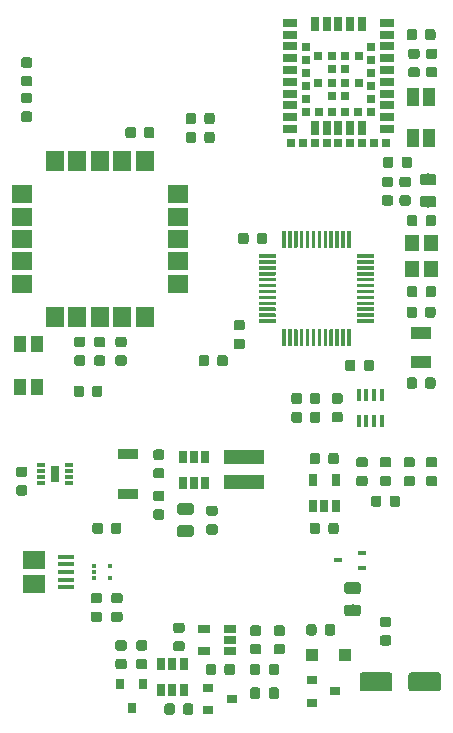
<source format=gtp>
G04 #@! TF.GenerationSoftware,KiCad,Pcbnew,(5.0.1-3-g963ef8bb5)*
G04 #@! TF.CreationDate,2019-12-03T23:22:12+01:00*
G04 #@! TF.ProjectId,oibus-mini-CCC,6F696275732D6D696E692D4343432E6B,rev?*
G04 #@! TF.SameCoordinates,Original*
G04 #@! TF.FileFunction,Paste,Top*
G04 #@! TF.FilePolarity,Positive*
%FSLAX46Y46*%
G04 Gerber Fmt 4.6, Leading zero omitted, Abs format (unit mm)*
G04 Created by KiCad (PCBNEW (5.0.1-3-g963ef8bb5)) date 2019 December 03, Tuesday 23:22:12*
%MOMM*%
%LPD*%
G01*
G04 APERTURE LIST*
%ADD10C,0.149860*%
%ADD11C,0.875000*%
%ADD12C,0.300000*%
%ADD13C,0.975000*%
%ADD14R,0.700000X0.450000*%
%ADD15C,1.600000*%
%ADD16R,0.400000X1.060000*%
%ADD17R,1.200000X1.400000*%
%ADD18R,1.500000X1.800000*%
%ADD19R,1.800000X1.500000*%
%ADD20R,0.200000X1.000000*%
%ADD21R,0.800000X0.300000*%
%ADD22R,1.150000X0.700000*%
%ADD23R,0.700000X1.150000*%
%ADD24R,0.700000X0.700000*%
%ADD25R,3.400000X1.300000*%
%ADD26R,0.900000X0.800000*%
%ADD27R,0.650000X1.060000*%
%ADD28R,1.060000X0.650000*%
%ADD29R,1.900000X1.500000*%
%ADD30R,1.350000X0.400000*%
%ADD31R,1.000000X1.500000*%
%ADD32R,0.800000X0.900000*%
%ADD33R,0.450000X0.300000*%
%ADD34R,1.100000X1.100000*%
%ADD35R,1.800000X1.000000*%
%ADD36R,1.700000X0.900000*%
%ADD37R,1.050000X1.400000*%
G04 APERTURE END LIST*
D10*
G04 #@! TO.C,U2*
G36*
X14260000Y45220000D02*
X14260000Y44640000D01*
X13540000Y44640000D01*
X13540000Y45220000D01*
X14260000Y45220000D01*
G37*
G36*
X15260000Y45220000D02*
X15260000Y44640000D01*
X14540000Y44640000D01*
X14540000Y45220000D01*
X15260000Y45220000D01*
G37*
G36*
X14260000Y44360000D02*
X14260000Y43780000D01*
X13540000Y43780000D01*
X13540000Y44360000D01*
X14260000Y44360000D01*
G37*
G36*
X15260000Y44360000D02*
X15260000Y43780000D01*
X14540000Y43780000D01*
X14540000Y44360000D01*
X15260000Y44360000D01*
G37*
G36*
X14260000Y43320000D02*
X14260000Y42740000D01*
X13540000Y42740000D01*
X13540000Y43320000D01*
X14260000Y43320000D01*
G37*
G36*
X15260000Y43320000D02*
X15260000Y42740000D01*
X14540000Y42740000D01*
X14540000Y43320000D01*
X15260000Y43320000D01*
G37*
G36*
X14260000Y42460000D02*
X14260000Y41880000D01*
X13540000Y41880000D01*
X13540000Y42460000D01*
X14260000Y42460000D01*
G37*
G36*
X15260000Y42460000D02*
X15260000Y41880000D01*
X14540000Y41880000D01*
X14540000Y42460000D01*
X15260000Y42460000D01*
G37*
G36*
X14260000Y41420000D02*
X14260000Y40840000D01*
X13540000Y40840000D01*
X13540000Y41420000D01*
X14260000Y41420000D01*
G37*
G36*
X15260000Y41420000D02*
X15260000Y40840000D01*
X14540000Y40840000D01*
X14540000Y41420000D01*
X15260000Y41420000D01*
G37*
G36*
X14260000Y40560000D02*
X14260000Y39980000D01*
X13540000Y39980000D01*
X13540000Y40560000D01*
X14260000Y40560000D01*
G37*
G36*
X15260000Y40560000D02*
X15260000Y39980000D01*
X14540000Y39980000D01*
X14540000Y40560000D01*
X15260000Y40560000D01*
G37*
G36*
X14260000Y39520000D02*
X14260000Y38940000D01*
X13540000Y38940000D01*
X13540000Y39520000D01*
X14260000Y39520000D01*
G37*
G36*
X15260000Y39520000D02*
X15260000Y38940000D01*
X14540000Y38940000D01*
X14540000Y39520000D01*
X15260000Y39520000D01*
G37*
G36*
X14260000Y38660000D02*
X14260000Y38080000D01*
X13540000Y38080000D01*
X13540000Y38660000D01*
X14260000Y38660000D01*
G37*
G36*
X15260000Y38660000D02*
X15260000Y38080000D01*
X14540000Y38080000D01*
X14540000Y38660000D01*
X15260000Y38660000D01*
G37*
G36*
X14260000Y37620000D02*
X14260000Y37040000D01*
X13540000Y37040000D01*
X13540000Y37620000D01*
X14260000Y37620000D01*
G37*
G36*
X15260000Y37620000D02*
X15260000Y37040000D01*
X14540000Y37040000D01*
X14540000Y37620000D01*
X15260000Y37620000D01*
G37*
G36*
X14260000Y36760000D02*
X14260000Y36180000D01*
X13540000Y36180000D01*
X13540000Y36760000D01*
X14260000Y36760000D01*
G37*
G36*
X15260000Y36760000D02*
X15260000Y36180000D01*
X14540000Y36180000D01*
X14540000Y36760000D01*
X15260000Y36760000D01*
G37*
G36*
X1060000Y45220000D02*
X1060000Y44640000D01*
X340000Y44640000D01*
X340000Y45220000D01*
X1060000Y45220000D01*
G37*
G36*
X2060000Y45220000D02*
X2060000Y44640000D01*
X1340000Y44640000D01*
X1340000Y45220000D01*
X2060000Y45220000D01*
G37*
G36*
X1060000Y44360000D02*
X1060000Y43780000D01*
X340000Y43780000D01*
X340000Y44360000D01*
X1060000Y44360000D01*
G37*
G36*
X2060000Y44360000D02*
X2060000Y43780000D01*
X1340000Y43780000D01*
X1340000Y44360000D01*
X2060000Y44360000D01*
G37*
G36*
X1060000Y43320000D02*
X1060000Y42740000D01*
X340000Y42740000D01*
X340000Y43320000D01*
X1060000Y43320000D01*
G37*
G36*
X2060000Y43320000D02*
X2060000Y42740000D01*
X1340000Y42740000D01*
X1340000Y43320000D01*
X2060000Y43320000D01*
G37*
G36*
X1060000Y42460000D02*
X1060000Y41880000D01*
X340000Y41880000D01*
X340000Y42460000D01*
X1060000Y42460000D01*
G37*
G36*
X2060000Y42460000D02*
X2060000Y41880000D01*
X1340000Y41880000D01*
X1340000Y42460000D01*
X2060000Y42460000D01*
G37*
G36*
X1060000Y41420000D02*
X1060000Y40840000D01*
X340000Y40840000D01*
X340000Y41420000D01*
X1060000Y41420000D01*
G37*
G36*
X2060000Y41420000D02*
X2060000Y40840000D01*
X1340000Y40840000D01*
X1340000Y41420000D01*
X2060000Y41420000D01*
G37*
G36*
X1060000Y40560000D02*
X1060000Y39980000D01*
X340000Y39980000D01*
X340000Y40560000D01*
X1060000Y40560000D01*
G37*
G36*
X2060000Y40560000D02*
X2060000Y39980000D01*
X1340000Y39980000D01*
X1340000Y40560000D01*
X2060000Y40560000D01*
G37*
G36*
X1060000Y39520000D02*
X1060000Y38940000D01*
X340000Y38940000D01*
X340000Y39520000D01*
X1060000Y39520000D01*
G37*
G36*
X2060000Y39520000D02*
X2060000Y38940000D01*
X1340000Y38940000D01*
X1340000Y39520000D01*
X2060000Y39520000D01*
G37*
G36*
X1060000Y38660000D02*
X1060000Y38080000D01*
X340000Y38080000D01*
X340000Y38660000D01*
X1060000Y38660000D01*
G37*
G36*
X2060000Y38660000D02*
X2060000Y38080000D01*
X1340000Y38080000D01*
X1340000Y38660000D01*
X2060000Y38660000D01*
G37*
G36*
X1060000Y37620000D02*
X1060000Y37040000D01*
X340000Y37040000D01*
X340000Y37620000D01*
X1060000Y37620000D01*
G37*
G36*
X2060000Y37620000D02*
X2060000Y37040000D01*
X1340000Y37040000D01*
X1340000Y37620000D01*
X2060000Y37620000D01*
G37*
G36*
X1060000Y36760000D02*
X1060000Y36180000D01*
X340000Y36180000D01*
X340000Y36760000D01*
X1060000Y36760000D01*
G37*
G36*
X2060000Y36760000D02*
X2060000Y36180000D01*
X1340000Y36180000D01*
X1340000Y36760000D01*
X2060000Y36760000D01*
G37*
G36*
X3280000Y47160000D02*
X3860000Y47160000D01*
X3860000Y46440000D01*
X3280000Y46440000D01*
X3280000Y47160000D01*
G37*
G36*
X3280000Y48160000D02*
X3860000Y48160000D01*
X3860000Y47440000D01*
X3280000Y47440000D01*
X3280000Y48160000D01*
G37*
G36*
X4140000Y47160000D02*
X4720000Y47160000D01*
X4720000Y46440000D01*
X4140000Y46440000D01*
X4140000Y47160000D01*
G37*
G36*
X4140000Y48160000D02*
X4720000Y48160000D01*
X4720000Y47440000D01*
X4140000Y47440000D01*
X4140000Y48160000D01*
G37*
G36*
X5180000Y47160000D02*
X5760000Y47160000D01*
X5760000Y46440000D01*
X5180000Y46440000D01*
X5180000Y47160000D01*
G37*
G36*
X5180000Y48160000D02*
X5760000Y48160000D01*
X5760000Y47440000D01*
X5180000Y47440000D01*
X5180000Y48160000D01*
G37*
G36*
X6040000Y47160000D02*
X6620000Y47160000D01*
X6620000Y46440000D01*
X6040000Y46440000D01*
X6040000Y47160000D01*
G37*
G36*
X6040000Y48160000D02*
X6620000Y48160000D01*
X6620000Y47440000D01*
X6040000Y47440000D01*
X6040000Y48160000D01*
G37*
G36*
X10880000Y47160000D02*
X11460000Y47160000D01*
X11460000Y46440000D01*
X10880000Y46440000D01*
X10880000Y47160000D01*
G37*
G36*
X10880000Y48160000D02*
X11460000Y48160000D01*
X11460000Y47440000D01*
X10880000Y47440000D01*
X10880000Y48160000D01*
G37*
G36*
X11740000Y47160000D02*
X12320000Y47160000D01*
X12320000Y46440000D01*
X11740000Y46440000D01*
X11740000Y47160000D01*
G37*
G36*
X11740000Y48160000D02*
X12320000Y48160000D01*
X12320000Y47440000D01*
X11740000Y47440000D01*
X11740000Y48160000D01*
G37*
G36*
X8980000Y47160000D02*
X9560000Y47160000D01*
X9560000Y46440000D01*
X8980000Y46440000D01*
X8980000Y47160000D01*
G37*
G36*
X8980000Y48160000D02*
X9560000Y48160000D01*
X9560000Y47440000D01*
X8980000Y47440000D01*
X8980000Y48160000D01*
G37*
G36*
X9840000Y47160000D02*
X10420000Y47160000D01*
X10420000Y46440000D01*
X9840000Y46440000D01*
X9840000Y47160000D01*
G37*
G36*
X9840000Y48160000D02*
X10420000Y48160000D01*
X10420000Y47440000D01*
X9840000Y47440000D01*
X9840000Y48160000D01*
G37*
G36*
X7080000Y47160000D02*
X7660000Y47160000D01*
X7660000Y46440000D01*
X7080000Y46440000D01*
X7080000Y47160000D01*
G37*
G36*
X7080000Y48160000D02*
X7660000Y48160000D01*
X7660000Y47440000D01*
X7080000Y47440000D01*
X7080000Y48160000D01*
G37*
G36*
X7940000Y47160000D02*
X8520000Y47160000D01*
X8520000Y46440000D01*
X7940000Y46440000D01*
X7940000Y47160000D01*
G37*
G36*
X7940000Y48160000D02*
X8520000Y48160000D01*
X8520000Y47440000D01*
X7940000Y47440000D01*
X7940000Y48160000D01*
G37*
G36*
X10880000Y33960000D02*
X11460000Y33960000D01*
X11460000Y33240000D01*
X10880000Y33240000D01*
X10880000Y33960000D01*
G37*
G36*
X10880000Y34960000D02*
X11460000Y34960000D01*
X11460000Y34240000D01*
X10880000Y34240000D01*
X10880000Y34960000D01*
G37*
G36*
X11740000Y33960000D02*
X12320000Y33960000D01*
X12320000Y33240000D01*
X11740000Y33240000D01*
X11740000Y33960000D01*
G37*
G36*
X11740000Y34960000D02*
X12320000Y34960000D01*
X12320000Y34240000D01*
X11740000Y34240000D01*
X11740000Y34960000D01*
G37*
G36*
X8980000Y33960000D02*
X9560000Y33960000D01*
X9560000Y33240000D01*
X8980000Y33240000D01*
X8980000Y33960000D01*
G37*
G36*
X8980000Y34960000D02*
X9560000Y34960000D01*
X9560000Y34240000D01*
X8980000Y34240000D01*
X8980000Y34960000D01*
G37*
G36*
X9840000Y33960000D02*
X10420000Y33960000D01*
X10420000Y33240000D01*
X9840000Y33240000D01*
X9840000Y33960000D01*
G37*
G36*
X9840000Y34960000D02*
X10420000Y34960000D01*
X10420000Y34240000D01*
X9840000Y34240000D01*
X9840000Y34960000D01*
G37*
G36*
X7080000Y33960000D02*
X7660000Y33960000D01*
X7660000Y33240000D01*
X7080000Y33240000D01*
X7080000Y33960000D01*
G37*
G36*
X7080000Y34960000D02*
X7660000Y34960000D01*
X7660000Y34240000D01*
X7080000Y34240000D01*
X7080000Y34960000D01*
G37*
G36*
X7940000Y33960000D02*
X8520000Y33960000D01*
X8520000Y33240000D01*
X7940000Y33240000D01*
X7940000Y33960000D01*
G37*
G36*
X7940000Y34960000D02*
X8520000Y34960000D01*
X8520000Y34240000D01*
X7940000Y34240000D01*
X7940000Y34960000D01*
G37*
G36*
X5180000Y33960000D02*
X5760000Y33960000D01*
X5760000Y33240000D01*
X5180000Y33240000D01*
X5180000Y33960000D01*
G37*
G36*
X5180000Y34960000D02*
X5760000Y34960000D01*
X5760000Y34240000D01*
X5180000Y34240000D01*
X5180000Y34960000D01*
G37*
G36*
X6040000Y33960000D02*
X6620000Y33960000D01*
X6620000Y33240000D01*
X6040000Y33240000D01*
X6040000Y33960000D01*
G37*
G36*
X6040000Y34960000D02*
X6620000Y34960000D01*
X6620000Y34240000D01*
X6040000Y34240000D01*
X6040000Y34960000D01*
G37*
G36*
X3280000Y33960000D02*
X3860000Y33960000D01*
X3860000Y33240000D01*
X3280000Y33240000D01*
X3280000Y33960000D01*
G37*
G36*
X3280000Y34960000D02*
X3860000Y34960000D01*
X3860000Y34240000D01*
X3280000Y34240000D01*
X3280000Y34960000D01*
G37*
G36*
X4140000Y33960000D02*
X4720000Y33960000D01*
X4720000Y33240000D01*
X4140000Y33240000D01*
X4140000Y33960000D01*
G37*
G36*
X4140000Y34960000D02*
X4720000Y34960000D01*
X4720000Y34240000D01*
X4140000Y34240000D01*
X4140000Y34960000D01*
G37*
G04 #@! TO.C,U6*
G36*
X3664716Y21485000D02*
X4335000Y21485000D01*
X4335000Y20114420D01*
X3664716Y20114420D01*
X3664716Y21485000D01*
G37*
G04 #@! TD*
G04 #@! TO.C,C18*
G36*
X6252691Y28273947D02*
X6273926Y28270797D01*
X6294750Y28265581D01*
X6314962Y28258349D01*
X6334368Y28249170D01*
X6352781Y28238134D01*
X6370024Y28225346D01*
X6385930Y28210930D01*
X6400346Y28195024D01*
X6413134Y28177781D01*
X6424170Y28159368D01*
X6433349Y28139962D01*
X6440581Y28119750D01*
X6445797Y28098926D01*
X6448947Y28077691D01*
X6450000Y28056250D01*
X6450000Y27543750D01*
X6448947Y27522309D01*
X6445797Y27501074D01*
X6440581Y27480250D01*
X6433349Y27460038D01*
X6424170Y27440632D01*
X6413134Y27422219D01*
X6400346Y27404976D01*
X6385930Y27389070D01*
X6370024Y27374654D01*
X6352781Y27361866D01*
X6334368Y27350830D01*
X6314962Y27341651D01*
X6294750Y27334419D01*
X6273926Y27329203D01*
X6252691Y27326053D01*
X6231250Y27325000D01*
X5793750Y27325000D01*
X5772309Y27326053D01*
X5751074Y27329203D01*
X5730250Y27334419D01*
X5710038Y27341651D01*
X5690632Y27350830D01*
X5672219Y27361866D01*
X5654976Y27374654D01*
X5639070Y27389070D01*
X5624654Y27404976D01*
X5611866Y27422219D01*
X5600830Y27440632D01*
X5591651Y27460038D01*
X5584419Y27480250D01*
X5579203Y27501074D01*
X5576053Y27522309D01*
X5575000Y27543750D01*
X5575000Y28056250D01*
X5576053Y28077691D01*
X5579203Y28098926D01*
X5584419Y28119750D01*
X5591651Y28139962D01*
X5600830Y28159368D01*
X5611866Y28177781D01*
X5624654Y28195024D01*
X5639070Y28210930D01*
X5654976Y28225346D01*
X5672219Y28238134D01*
X5690632Y28249170D01*
X5710038Y28258349D01*
X5730250Y28265581D01*
X5751074Y28270797D01*
X5772309Y28273947D01*
X5793750Y28275000D01*
X6231250Y28275000D01*
X6252691Y28273947D01*
X6252691Y28273947D01*
G37*
D11*
X6012500Y27800000D03*
D10*
G36*
X7827691Y28273947D02*
X7848926Y28270797D01*
X7869750Y28265581D01*
X7889962Y28258349D01*
X7909368Y28249170D01*
X7927781Y28238134D01*
X7945024Y28225346D01*
X7960930Y28210930D01*
X7975346Y28195024D01*
X7988134Y28177781D01*
X7999170Y28159368D01*
X8008349Y28139962D01*
X8015581Y28119750D01*
X8020797Y28098926D01*
X8023947Y28077691D01*
X8025000Y28056250D01*
X8025000Y27543750D01*
X8023947Y27522309D01*
X8020797Y27501074D01*
X8015581Y27480250D01*
X8008349Y27460038D01*
X7999170Y27440632D01*
X7988134Y27422219D01*
X7975346Y27404976D01*
X7960930Y27389070D01*
X7945024Y27374654D01*
X7927781Y27361866D01*
X7909368Y27350830D01*
X7889962Y27341651D01*
X7869750Y27334419D01*
X7848926Y27329203D01*
X7827691Y27326053D01*
X7806250Y27325000D01*
X7368750Y27325000D01*
X7347309Y27326053D01*
X7326074Y27329203D01*
X7305250Y27334419D01*
X7285038Y27341651D01*
X7265632Y27350830D01*
X7247219Y27361866D01*
X7229976Y27374654D01*
X7214070Y27389070D01*
X7199654Y27404976D01*
X7186866Y27422219D01*
X7175830Y27440632D01*
X7166651Y27460038D01*
X7159419Y27480250D01*
X7154203Y27501074D01*
X7151053Y27522309D01*
X7150000Y27543750D01*
X7150000Y28056250D01*
X7151053Y28077691D01*
X7154203Y28098926D01*
X7159419Y28119750D01*
X7166651Y28139962D01*
X7175830Y28159368D01*
X7186866Y28177781D01*
X7199654Y28195024D01*
X7214070Y28210930D01*
X7229976Y28225346D01*
X7247219Y28238134D01*
X7265632Y28249170D01*
X7285038Y28258349D01*
X7305250Y28265581D01*
X7326074Y28270797D01*
X7347309Y28273947D01*
X7368750Y28275000D01*
X7806250Y28275000D01*
X7827691Y28273947D01*
X7827691Y28273947D01*
G37*
D11*
X7587500Y27800000D03*
G04 #@! TD*
D10*
G04 #@! TO.C,U8*
G36*
X28973975Y33074639D02*
X28981256Y33073559D01*
X28988395Y33071771D01*
X28995325Y33069291D01*
X29001979Y33066144D01*
X29008292Y33062360D01*
X29014203Y33057976D01*
X29019657Y33053033D01*
X29024600Y33047579D01*
X29028984Y33041668D01*
X29032768Y33035355D01*
X29035915Y33028701D01*
X29038395Y33021771D01*
X29040183Y33014632D01*
X29041263Y33007351D01*
X29041624Y33000000D01*
X29041624Y31675000D01*
X29041263Y31667649D01*
X29040183Y31660368D01*
X29038395Y31653229D01*
X29035915Y31646299D01*
X29032768Y31639645D01*
X29028984Y31633332D01*
X29024600Y31627421D01*
X29019657Y31621967D01*
X29014203Y31617024D01*
X29008292Y31612640D01*
X29001979Y31608856D01*
X28995325Y31605709D01*
X28988395Y31603229D01*
X28981256Y31601441D01*
X28973975Y31600361D01*
X28966624Y31600000D01*
X28816624Y31600000D01*
X28809273Y31600361D01*
X28801992Y31601441D01*
X28794853Y31603229D01*
X28787923Y31605709D01*
X28781269Y31608856D01*
X28774956Y31612640D01*
X28769045Y31617024D01*
X28763591Y31621967D01*
X28758648Y31627421D01*
X28754264Y31633332D01*
X28750480Y31639645D01*
X28747333Y31646299D01*
X28744853Y31653229D01*
X28743065Y31660368D01*
X28741985Y31667649D01*
X28741624Y31675000D01*
X28741624Y33000000D01*
X28741985Y33007351D01*
X28743065Y33014632D01*
X28744853Y33021771D01*
X28747333Y33028701D01*
X28750480Y33035355D01*
X28754264Y33041668D01*
X28758648Y33047579D01*
X28763591Y33053033D01*
X28769045Y33057976D01*
X28774956Y33062360D01*
X28781269Y33066144D01*
X28787923Y33069291D01*
X28794853Y33071771D01*
X28801992Y33073559D01*
X28809273Y33074639D01*
X28816624Y33075000D01*
X28966624Y33075000D01*
X28973975Y33074639D01*
X28973975Y33074639D01*
G37*
D12*
X28891624Y32337500D03*
D10*
G36*
X28473975Y33074639D02*
X28481256Y33073559D01*
X28488395Y33071771D01*
X28495325Y33069291D01*
X28501979Y33066144D01*
X28508292Y33062360D01*
X28514203Y33057976D01*
X28519657Y33053033D01*
X28524600Y33047579D01*
X28528984Y33041668D01*
X28532768Y33035355D01*
X28535915Y33028701D01*
X28538395Y33021771D01*
X28540183Y33014632D01*
X28541263Y33007351D01*
X28541624Y33000000D01*
X28541624Y31675000D01*
X28541263Y31667649D01*
X28540183Y31660368D01*
X28538395Y31653229D01*
X28535915Y31646299D01*
X28532768Y31639645D01*
X28528984Y31633332D01*
X28524600Y31627421D01*
X28519657Y31621967D01*
X28514203Y31617024D01*
X28508292Y31612640D01*
X28501979Y31608856D01*
X28495325Y31605709D01*
X28488395Y31603229D01*
X28481256Y31601441D01*
X28473975Y31600361D01*
X28466624Y31600000D01*
X28316624Y31600000D01*
X28309273Y31600361D01*
X28301992Y31601441D01*
X28294853Y31603229D01*
X28287923Y31605709D01*
X28281269Y31608856D01*
X28274956Y31612640D01*
X28269045Y31617024D01*
X28263591Y31621967D01*
X28258648Y31627421D01*
X28254264Y31633332D01*
X28250480Y31639645D01*
X28247333Y31646299D01*
X28244853Y31653229D01*
X28243065Y31660368D01*
X28241985Y31667649D01*
X28241624Y31675000D01*
X28241624Y33000000D01*
X28241985Y33007351D01*
X28243065Y33014632D01*
X28244853Y33021771D01*
X28247333Y33028701D01*
X28250480Y33035355D01*
X28254264Y33041668D01*
X28258648Y33047579D01*
X28263591Y33053033D01*
X28269045Y33057976D01*
X28274956Y33062360D01*
X28281269Y33066144D01*
X28287923Y33069291D01*
X28294853Y33071771D01*
X28301992Y33073559D01*
X28309273Y33074639D01*
X28316624Y33075000D01*
X28466624Y33075000D01*
X28473975Y33074639D01*
X28473975Y33074639D01*
G37*
D12*
X28391624Y32337500D03*
D10*
G36*
X27973975Y33074639D02*
X27981256Y33073559D01*
X27988395Y33071771D01*
X27995325Y33069291D01*
X28001979Y33066144D01*
X28008292Y33062360D01*
X28014203Y33057976D01*
X28019657Y33053033D01*
X28024600Y33047579D01*
X28028984Y33041668D01*
X28032768Y33035355D01*
X28035915Y33028701D01*
X28038395Y33021771D01*
X28040183Y33014632D01*
X28041263Y33007351D01*
X28041624Y33000000D01*
X28041624Y31675000D01*
X28041263Y31667649D01*
X28040183Y31660368D01*
X28038395Y31653229D01*
X28035915Y31646299D01*
X28032768Y31639645D01*
X28028984Y31633332D01*
X28024600Y31627421D01*
X28019657Y31621967D01*
X28014203Y31617024D01*
X28008292Y31612640D01*
X28001979Y31608856D01*
X27995325Y31605709D01*
X27988395Y31603229D01*
X27981256Y31601441D01*
X27973975Y31600361D01*
X27966624Y31600000D01*
X27816624Y31600000D01*
X27809273Y31600361D01*
X27801992Y31601441D01*
X27794853Y31603229D01*
X27787923Y31605709D01*
X27781269Y31608856D01*
X27774956Y31612640D01*
X27769045Y31617024D01*
X27763591Y31621967D01*
X27758648Y31627421D01*
X27754264Y31633332D01*
X27750480Y31639645D01*
X27747333Y31646299D01*
X27744853Y31653229D01*
X27743065Y31660368D01*
X27741985Y31667649D01*
X27741624Y31675000D01*
X27741624Y33000000D01*
X27741985Y33007351D01*
X27743065Y33014632D01*
X27744853Y33021771D01*
X27747333Y33028701D01*
X27750480Y33035355D01*
X27754264Y33041668D01*
X27758648Y33047579D01*
X27763591Y33053033D01*
X27769045Y33057976D01*
X27774956Y33062360D01*
X27781269Y33066144D01*
X27787923Y33069291D01*
X27794853Y33071771D01*
X27801992Y33073559D01*
X27809273Y33074639D01*
X27816624Y33075000D01*
X27966624Y33075000D01*
X27973975Y33074639D01*
X27973975Y33074639D01*
G37*
D12*
X27891624Y32337500D03*
D10*
G36*
X27473975Y33074639D02*
X27481256Y33073559D01*
X27488395Y33071771D01*
X27495325Y33069291D01*
X27501979Y33066144D01*
X27508292Y33062360D01*
X27514203Y33057976D01*
X27519657Y33053033D01*
X27524600Y33047579D01*
X27528984Y33041668D01*
X27532768Y33035355D01*
X27535915Y33028701D01*
X27538395Y33021771D01*
X27540183Y33014632D01*
X27541263Y33007351D01*
X27541624Y33000000D01*
X27541624Y31675000D01*
X27541263Y31667649D01*
X27540183Y31660368D01*
X27538395Y31653229D01*
X27535915Y31646299D01*
X27532768Y31639645D01*
X27528984Y31633332D01*
X27524600Y31627421D01*
X27519657Y31621967D01*
X27514203Y31617024D01*
X27508292Y31612640D01*
X27501979Y31608856D01*
X27495325Y31605709D01*
X27488395Y31603229D01*
X27481256Y31601441D01*
X27473975Y31600361D01*
X27466624Y31600000D01*
X27316624Y31600000D01*
X27309273Y31600361D01*
X27301992Y31601441D01*
X27294853Y31603229D01*
X27287923Y31605709D01*
X27281269Y31608856D01*
X27274956Y31612640D01*
X27269045Y31617024D01*
X27263591Y31621967D01*
X27258648Y31627421D01*
X27254264Y31633332D01*
X27250480Y31639645D01*
X27247333Y31646299D01*
X27244853Y31653229D01*
X27243065Y31660368D01*
X27241985Y31667649D01*
X27241624Y31675000D01*
X27241624Y33000000D01*
X27241985Y33007351D01*
X27243065Y33014632D01*
X27244853Y33021771D01*
X27247333Y33028701D01*
X27250480Y33035355D01*
X27254264Y33041668D01*
X27258648Y33047579D01*
X27263591Y33053033D01*
X27269045Y33057976D01*
X27274956Y33062360D01*
X27281269Y33066144D01*
X27287923Y33069291D01*
X27294853Y33071771D01*
X27301992Y33073559D01*
X27309273Y33074639D01*
X27316624Y33075000D01*
X27466624Y33075000D01*
X27473975Y33074639D01*
X27473975Y33074639D01*
G37*
D12*
X27391624Y32337500D03*
D10*
G36*
X26973975Y33074639D02*
X26981256Y33073559D01*
X26988395Y33071771D01*
X26995325Y33069291D01*
X27001979Y33066144D01*
X27008292Y33062360D01*
X27014203Y33057976D01*
X27019657Y33053033D01*
X27024600Y33047579D01*
X27028984Y33041668D01*
X27032768Y33035355D01*
X27035915Y33028701D01*
X27038395Y33021771D01*
X27040183Y33014632D01*
X27041263Y33007351D01*
X27041624Y33000000D01*
X27041624Y31675000D01*
X27041263Y31667649D01*
X27040183Y31660368D01*
X27038395Y31653229D01*
X27035915Y31646299D01*
X27032768Y31639645D01*
X27028984Y31633332D01*
X27024600Y31627421D01*
X27019657Y31621967D01*
X27014203Y31617024D01*
X27008292Y31612640D01*
X27001979Y31608856D01*
X26995325Y31605709D01*
X26988395Y31603229D01*
X26981256Y31601441D01*
X26973975Y31600361D01*
X26966624Y31600000D01*
X26816624Y31600000D01*
X26809273Y31600361D01*
X26801992Y31601441D01*
X26794853Y31603229D01*
X26787923Y31605709D01*
X26781269Y31608856D01*
X26774956Y31612640D01*
X26769045Y31617024D01*
X26763591Y31621967D01*
X26758648Y31627421D01*
X26754264Y31633332D01*
X26750480Y31639645D01*
X26747333Y31646299D01*
X26744853Y31653229D01*
X26743065Y31660368D01*
X26741985Y31667649D01*
X26741624Y31675000D01*
X26741624Y33000000D01*
X26741985Y33007351D01*
X26743065Y33014632D01*
X26744853Y33021771D01*
X26747333Y33028701D01*
X26750480Y33035355D01*
X26754264Y33041668D01*
X26758648Y33047579D01*
X26763591Y33053033D01*
X26769045Y33057976D01*
X26774956Y33062360D01*
X26781269Y33066144D01*
X26787923Y33069291D01*
X26794853Y33071771D01*
X26801992Y33073559D01*
X26809273Y33074639D01*
X26816624Y33075000D01*
X26966624Y33075000D01*
X26973975Y33074639D01*
X26973975Y33074639D01*
G37*
D12*
X26891624Y32337500D03*
D10*
G36*
X26473975Y33074639D02*
X26481256Y33073559D01*
X26488395Y33071771D01*
X26495325Y33069291D01*
X26501979Y33066144D01*
X26508292Y33062360D01*
X26514203Y33057976D01*
X26519657Y33053033D01*
X26524600Y33047579D01*
X26528984Y33041668D01*
X26532768Y33035355D01*
X26535915Y33028701D01*
X26538395Y33021771D01*
X26540183Y33014632D01*
X26541263Y33007351D01*
X26541624Y33000000D01*
X26541624Y31675000D01*
X26541263Y31667649D01*
X26540183Y31660368D01*
X26538395Y31653229D01*
X26535915Y31646299D01*
X26532768Y31639645D01*
X26528984Y31633332D01*
X26524600Y31627421D01*
X26519657Y31621967D01*
X26514203Y31617024D01*
X26508292Y31612640D01*
X26501979Y31608856D01*
X26495325Y31605709D01*
X26488395Y31603229D01*
X26481256Y31601441D01*
X26473975Y31600361D01*
X26466624Y31600000D01*
X26316624Y31600000D01*
X26309273Y31600361D01*
X26301992Y31601441D01*
X26294853Y31603229D01*
X26287923Y31605709D01*
X26281269Y31608856D01*
X26274956Y31612640D01*
X26269045Y31617024D01*
X26263591Y31621967D01*
X26258648Y31627421D01*
X26254264Y31633332D01*
X26250480Y31639645D01*
X26247333Y31646299D01*
X26244853Y31653229D01*
X26243065Y31660368D01*
X26241985Y31667649D01*
X26241624Y31675000D01*
X26241624Y33000000D01*
X26241985Y33007351D01*
X26243065Y33014632D01*
X26244853Y33021771D01*
X26247333Y33028701D01*
X26250480Y33035355D01*
X26254264Y33041668D01*
X26258648Y33047579D01*
X26263591Y33053033D01*
X26269045Y33057976D01*
X26274956Y33062360D01*
X26281269Y33066144D01*
X26287923Y33069291D01*
X26294853Y33071771D01*
X26301992Y33073559D01*
X26309273Y33074639D01*
X26316624Y33075000D01*
X26466624Y33075000D01*
X26473975Y33074639D01*
X26473975Y33074639D01*
G37*
D12*
X26391624Y32337500D03*
D10*
G36*
X25973975Y33074639D02*
X25981256Y33073559D01*
X25988395Y33071771D01*
X25995325Y33069291D01*
X26001979Y33066144D01*
X26008292Y33062360D01*
X26014203Y33057976D01*
X26019657Y33053033D01*
X26024600Y33047579D01*
X26028984Y33041668D01*
X26032768Y33035355D01*
X26035915Y33028701D01*
X26038395Y33021771D01*
X26040183Y33014632D01*
X26041263Y33007351D01*
X26041624Y33000000D01*
X26041624Y31675000D01*
X26041263Y31667649D01*
X26040183Y31660368D01*
X26038395Y31653229D01*
X26035915Y31646299D01*
X26032768Y31639645D01*
X26028984Y31633332D01*
X26024600Y31627421D01*
X26019657Y31621967D01*
X26014203Y31617024D01*
X26008292Y31612640D01*
X26001979Y31608856D01*
X25995325Y31605709D01*
X25988395Y31603229D01*
X25981256Y31601441D01*
X25973975Y31600361D01*
X25966624Y31600000D01*
X25816624Y31600000D01*
X25809273Y31600361D01*
X25801992Y31601441D01*
X25794853Y31603229D01*
X25787923Y31605709D01*
X25781269Y31608856D01*
X25774956Y31612640D01*
X25769045Y31617024D01*
X25763591Y31621967D01*
X25758648Y31627421D01*
X25754264Y31633332D01*
X25750480Y31639645D01*
X25747333Y31646299D01*
X25744853Y31653229D01*
X25743065Y31660368D01*
X25741985Y31667649D01*
X25741624Y31675000D01*
X25741624Y33000000D01*
X25741985Y33007351D01*
X25743065Y33014632D01*
X25744853Y33021771D01*
X25747333Y33028701D01*
X25750480Y33035355D01*
X25754264Y33041668D01*
X25758648Y33047579D01*
X25763591Y33053033D01*
X25769045Y33057976D01*
X25774956Y33062360D01*
X25781269Y33066144D01*
X25787923Y33069291D01*
X25794853Y33071771D01*
X25801992Y33073559D01*
X25809273Y33074639D01*
X25816624Y33075000D01*
X25966624Y33075000D01*
X25973975Y33074639D01*
X25973975Y33074639D01*
G37*
D12*
X25891624Y32337500D03*
D10*
G36*
X25473975Y33074639D02*
X25481256Y33073559D01*
X25488395Y33071771D01*
X25495325Y33069291D01*
X25501979Y33066144D01*
X25508292Y33062360D01*
X25514203Y33057976D01*
X25519657Y33053033D01*
X25524600Y33047579D01*
X25528984Y33041668D01*
X25532768Y33035355D01*
X25535915Y33028701D01*
X25538395Y33021771D01*
X25540183Y33014632D01*
X25541263Y33007351D01*
X25541624Y33000000D01*
X25541624Y31675000D01*
X25541263Y31667649D01*
X25540183Y31660368D01*
X25538395Y31653229D01*
X25535915Y31646299D01*
X25532768Y31639645D01*
X25528984Y31633332D01*
X25524600Y31627421D01*
X25519657Y31621967D01*
X25514203Y31617024D01*
X25508292Y31612640D01*
X25501979Y31608856D01*
X25495325Y31605709D01*
X25488395Y31603229D01*
X25481256Y31601441D01*
X25473975Y31600361D01*
X25466624Y31600000D01*
X25316624Y31600000D01*
X25309273Y31600361D01*
X25301992Y31601441D01*
X25294853Y31603229D01*
X25287923Y31605709D01*
X25281269Y31608856D01*
X25274956Y31612640D01*
X25269045Y31617024D01*
X25263591Y31621967D01*
X25258648Y31627421D01*
X25254264Y31633332D01*
X25250480Y31639645D01*
X25247333Y31646299D01*
X25244853Y31653229D01*
X25243065Y31660368D01*
X25241985Y31667649D01*
X25241624Y31675000D01*
X25241624Y33000000D01*
X25241985Y33007351D01*
X25243065Y33014632D01*
X25244853Y33021771D01*
X25247333Y33028701D01*
X25250480Y33035355D01*
X25254264Y33041668D01*
X25258648Y33047579D01*
X25263591Y33053033D01*
X25269045Y33057976D01*
X25274956Y33062360D01*
X25281269Y33066144D01*
X25287923Y33069291D01*
X25294853Y33071771D01*
X25301992Y33073559D01*
X25309273Y33074639D01*
X25316624Y33075000D01*
X25466624Y33075000D01*
X25473975Y33074639D01*
X25473975Y33074639D01*
G37*
D12*
X25391624Y32337500D03*
D10*
G36*
X24973975Y33074639D02*
X24981256Y33073559D01*
X24988395Y33071771D01*
X24995325Y33069291D01*
X25001979Y33066144D01*
X25008292Y33062360D01*
X25014203Y33057976D01*
X25019657Y33053033D01*
X25024600Y33047579D01*
X25028984Y33041668D01*
X25032768Y33035355D01*
X25035915Y33028701D01*
X25038395Y33021771D01*
X25040183Y33014632D01*
X25041263Y33007351D01*
X25041624Y33000000D01*
X25041624Y31675000D01*
X25041263Y31667649D01*
X25040183Y31660368D01*
X25038395Y31653229D01*
X25035915Y31646299D01*
X25032768Y31639645D01*
X25028984Y31633332D01*
X25024600Y31627421D01*
X25019657Y31621967D01*
X25014203Y31617024D01*
X25008292Y31612640D01*
X25001979Y31608856D01*
X24995325Y31605709D01*
X24988395Y31603229D01*
X24981256Y31601441D01*
X24973975Y31600361D01*
X24966624Y31600000D01*
X24816624Y31600000D01*
X24809273Y31600361D01*
X24801992Y31601441D01*
X24794853Y31603229D01*
X24787923Y31605709D01*
X24781269Y31608856D01*
X24774956Y31612640D01*
X24769045Y31617024D01*
X24763591Y31621967D01*
X24758648Y31627421D01*
X24754264Y31633332D01*
X24750480Y31639645D01*
X24747333Y31646299D01*
X24744853Y31653229D01*
X24743065Y31660368D01*
X24741985Y31667649D01*
X24741624Y31675000D01*
X24741624Y33000000D01*
X24741985Y33007351D01*
X24743065Y33014632D01*
X24744853Y33021771D01*
X24747333Y33028701D01*
X24750480Y33035355D01*
X24754264Y33041668D01*
X24758648Y33047579D01*
X24763591Y33053033D01*
X24769045Y33057976D01*
X24774956Y33062360D01*
X24781269Y33066144D01*
X24787923Y33069291D01*
X24794853Y33071771D01*
X24801992Y33073559D01*
X24809273Y33074639D01*
X24816624Y33075000D01*
X24966624Y33075000D01*
X24973975Y33074639D01*
X24973975Y33074639D01*
G37*
D12*
X24891624Y32337500D03*
D10*
G36*
X24473975Y33074639D02*
X24481256Y33073559D01*
X24488395Y33071771D01*
X24495325Y33069291D01*
X24501979Y33066144D01*
X24508292Y33062360D01*
X24514203Y33057976D01*
X24519657Y33053033D01*
X24524600Y33047579D01*
X24528984Y33041668D01*
X24532768Y33035355D01*
X24535915Y33028701D01*
X24538395Y33021771D01*
X24540183Y33014632D01*
X24541263Y33007351D01*
X24541624Y33000000D01*
X24541624Y31675000D01*
X24541263Y31667649D01*
X24540183Y31660368D01*
X24538395Y31653229D01*
X24535915Y31646299D01*
X24532768Y31639645D01*
X24528984Y31633332D01*
X24524600Y31627421D01*
X24519657Y31621967D01*
X24514203Y31617024D01*
X24508292Y31612640D01*
X24501979Y31608856D01*
X24495325Y31605709D01*
X24488395Y31603229D01*
X24481256Y31601441D01*
X24473975Y31600361D01*
X24466624Y31600000D01*
X24316624Y31600000D01*
X24309273Y31600361D01*
X24301992Y31601441D01*
X24294853Y31603229D01*
X24287923Y31605709D01*
X24281269Y31608856D01*
X24274956Y31612640D01*
X24269045Y31617024D01*
X24263591Y31621967D01*
X24258648Y31627421D01*
X24254264Y31633332D01*
X24250480Y31639645D01*
X24247333Y31646299D01*
X24244853Y31653229D01*
X24243065Y31660368D01*
X24241985Y31667649D01*
X24241624Y31675000D01*
X24241624Y33000000D01*
X24241985Y33007351D01*
X24243065Y33014632D01*
X24244853Y33021771D01*
X24247333Y33028701D01*
X24250480Y33035355D01*
X24254264Y33041668D01*
X24258648Y33047579D01*
X24263591Y33053033D01*
X24269045Y33057976D01*
X24274956Y33062360D01*
X24281269Y33066144D01*
X24287923Y33069291D01*
X24294853Y33071771D01*
X24301992Y33073559D01*
X24309273Y33074639D01*
X24316624Y33075000D01*
X24466624Y33075000D01*
X24473975Y33074639D01*
X24473975Y33074639D01*
G37*
D12*
X24391624Y32337500D03*
D10*
G36*
X23973975Y33074639D02*
X23981256Y33073559D01*
X23988395Y33071771D01*
X23995325Y33069291D01*
X24001979Y33066144D01*
X24008292Y33062360D01*
X24014203Y33057976D01*
X24019657Y33053033D01*
X24024600Y33047579D01*
X24028984Y33041668D01*
X24032768Y33035355D01*
X24035915Y33028701D01*
X24038395Y33021771D01*
X24040183Y33014632D01*
X24041263Y33007351D01*
X24041624Y33000000D01*
X24041624Y31675000D01*
X24041263Y31667649D01*
X24040183Y31660368D01*
X24038395Y31653229D01*
X24035915Y31646299D01*
X24032768Y31639645D01*
X24028984Y31633332D01*
X24024600Y31627421D01*
X24019657Y31621967D01*
X24014203Y31617024D01*
X24008292Y31612640D01*
X24001979Y31608856D01*
X23995325Y31605709D01*
X23988395Y31603229D01*
X23981256Y31601441D01*
X23973975Y31600361D01*
X23966624Y31600000D01*
X23816624Y31600000D01*
X23809273Y31600361D01*
X23801992Y31601441D01*
X23794853Y31603229D01*
X23787923Y31605709D01*
X23781269Y31608856D01*
X23774956Y31612640D01*
X23769045Y31617024D01*
X23763591Y31621967D01*
X23758648Y31627421D01*
X23754264Y31633332D01*
X23750480Y31639645D01*
X23747333Y31646299D01*
X23744853Y31653229D01*
X23743065Y31660368D01*
X23741985Y31667649D01*
X23741624Y31675000D01*
X23741624Y33000000D01*
X23741985Y33007351D01*
X23743065Y33014632D01*
X23744853Y33021771D01*
X23747333Y33028701D01*
X23750480Y33035355D01*
X23754264Y33041668D01*
X23758648Y33047579D01*
X23763591Y33053033D01*
X23769045Y33057976D01*
X23774956Y33062360D01*
X23781269Y33066144D01*
X23787923Y33069291D01*
X23794853Y33071771D01*
X23801992Y33073559D01*
X23809273Y33074639D01*
X23816624Y33075000D01*
X23966624Y33075000D01*
X23973975Y33074639D01*
X23973975Y33074639D01*
G37*
D12*
X23891624Y32337500D03*
D10*
G36*
X23473975Y33074639D02*
X23481256Y33073559D01*
X23488395Y33071771D01*
X23495325Y33069291D01*
X23501979Y33066144D01*
X23508292Y33062360D01*
X23514203Y33057976D01*
X23519657Y33053033D01*
X23524600Y33047579D01*
X23528984Y33041668D01*
X23532768Y33035355D01*
X23535915Y33028701D01*
X23538395Y33021771D01*
X23540183Y33014632D01*
X23541263Y33007351D01*
X23541624Y33000000D01*
X23541624Y31675000D01*
X23541263Y31667649D01*
X23540183Y31660368D01*
X23538395Y31653229D01*
X23535915Y31646299D01*
X23532768Y31639645D01*
X23528984Y31633332D01*
X23524600Y31627421D01*
X23519657Y31621967D01*
X23514203Y31617024D01*
X23508292Y31612640D01*
X23501979Y31608856D01*
X23495325Y31605709D01*
X23488395Y31603229D01*
X23481256Y31601441D01*
X23473975Y31600361D01*
X23466624Y31600000D01*
X23316624Y31600000D01*
X23309273Y31600361D01*
X23301992Y31601441D01*
X23294853Y31603229D01*
X23287923Y31605709D01*
X23281269Y31608856D01*
X23274956Y31612640D01*
X23269045Y31617024D01*
X23263591Y31621967D01*
X23258648Y31627421D01*
X23254264Y31633332D01*
X23250480Y31639645D01*
X23247333Y31646299D01*
X23244853Y31653229D01*
X23243065Y31660368D01*
X23241985Y31667649D01*
X23241624Y31675000D01*
X23241624Y33000000D01*
X23241985Y33007351D01*
X23243065Y33014632D01*
X23244853Y33021771D01*
X23247333Y33028701D01*
X23250480Y33035355D01*
X23254264Y33041668D01*
X23258648Y33047579D01*
X23263591Y33053033D01*
X23269045Y33057976D01*
X23274956Y33062360D01*
X23281269Y33066144D01*
X23287923Y33069291D01*
X23294853Y33071771D01*
X23301992Y33073559D01*
X23309273Y33074639D01*
X23316624Y33075000D01*
X23466624Y33075000D01*
X23473975Y33074639D01*
X23473975Y33074639D01*
G37*
D12*
X23391624Y32337500D03*
D10*
G36*
X22648975Y33899639D02*
X22656256Y33898559D01*
X22663395Y33896771D01*
X22670325Y33894291D01*
X22676979Y33891144D01*
X22683292Y33887360D01*
X22689203Y33882976D01*
X22694657Y33878033D01*
X22699600Y33872579D01*
X22703984Y33866668D01*
X22707768Y33860355D01*
X22710915Y33853701D01*
X22713395Y33846771D01*
X22715183Y33839632D01*
X22716263Y33832351D01*
X22716624Y33825000D01*
X22716624Y33675000D01*
X22716263Y33667649D01*
X22715183Y33660368D01*
X22713395Y33653229D01*
X22710915Y33646299D01*
X22707768Y33639645D01*
X22703984Y33633332D01*
X22699600Y33627421D01*
X22694657Y33621967D01*
X22689203Y33617024D01*
X22683292Y33612640D01*
X22676979Y33608856D01*
X22670325Y33605709D01*
X22663395Y33603229D01*
X22656256Y33601441D01*
X22648975Y33600361D01*
X22641624Y33600000D01*
X21316624Y33600000D01*
X21309273Y33600361D01*
X21301992Y33601441D01*
X21294853Y33603229D01*
X21287923Y33605709D01*
X21281269Y33608856D01*
X21274956Y33612640D01*
X21269045Y33617024D01*
X21263591Y33621967D01*
X21258648Y33627421D01*
X21254264Y33633332D01*
X21250480Y33639645D01*
X21247333Y33646299D01*
X21244853Y33653229D01*
X21243065Y33660368D01*
X21241985Y33667649D01*
X21241624Y33675000D01*
X21241624Y33825000D01*
X21241985Y33832351D01*
X21243065Y33839632D01*
X21244853Y33846771D01*
X21247333Y33853701D01*
X21250480Y33860355D01*
X21254264Y33866668D01*
X21258648Y33872579D01*
X21263591Y33878033D01*
X21269045Y33882976D01*
X21274956Y33887360D01*
X21281269Y33891144D01*
X21287923Y33894291D01*
X21294853Y33896771D01*
X21301992Y33898559D01*
X21309273Y33899639D01*
X21316624Y33900000D01*
X22641624Y33900000D01*
X22648975Y33899639D01*
X22648975Y33899639D01*
G37*
D12*
X21979124Y33750000D03*
D10*
G36*
X22648975Y34399639D02*
X22656256Y34398559D01*
X22663395Y34396771D01*
X22670325Y34394291D01*
X22676979Y34391144D01*
X22683292Y34387360D01*
X22689203Y34382976D01*
X22694657Y34378033D01*
X22699600Y34372579D01*
X22703984Y34366668D01*
X22707768Y34360355D01*
X22710915Y34353701D01*
X22713395Y34346771D01*
X22715183Y34339632D01*
X22716263Y34332351D01*
X22716624Y34325000D01*
X22716624Y34175000D01*
X22716263Y34167649D01*
X22715183Y34160368D01*
X22713395Y34153229D01*
X22710915Y34146299D01*
X22707768Y34139645D01*
X22703984Y34133332D01*
X22699600Y34127421D01*
X22694657Y34121967D01*
X22689203Y34117024D01*
X22683292Y34112640D01*
X22676979Y34108856D01*
X22670325Y34105709D01*
X22663395Y34103229D01*
X22656256Y34101441D01*
X22648975Y34100361D01*
X22641624Y34100000D01*
X21316624Y34100000D01*
X21309273Y34100361D01*
X21301992Y34101441D01*
X21294853Y34103229D01*
X21287923Y34105709D01*
X21281269Y34108856D01*
X21274956Y34112640D01*
X21269045Y34117024D01*
X21263591Y34121967D01*
X21258648Y34127421D01*
X21254264Y34133332D01*
X21250480Y34139645D01*
X21247333Y34146299D01*
X21244853Y34153229D01*
X21243065Y34160368D01*
X21241985Y34167649D01*
X21241624Y34175000D01*
X21241624Y34325000D01*
X21241985Y34332351D01*
X21243065Y34339632D01*
X21244853Y34346771D01*
X21247333Y34353701D01*
X21250480Y34360355D01*
X21254264Y34366668D01*
X21258648Y34372579D01*
X21263591Y34378033D01*
X21269045Y34382976D01*
X21274956Y34387360D01*
X21281269Y34391144D01*
X21287923Y34394291D01*
X21294853Y34396771D01*
X21301992Y34398559D01*
X21309273Y34399639D01*
X21316624Y34400000D01*
X22641624Y34400000D01*
X22648975Y34399639D01*
X22648975Y34399639D01*
G37*
D12*
X21979124Y34250000D03*
D10*
G36*
X22648975Y34899639D02*
X22656256Y34898559D01*
X22663395Y34896771D01*
X22670325Y34894291D01*
X22676979Y34891144D01*
X22683292Y34887360D01*
X22689203Y34882976D01*
X22694657Y34878033D01*
X22699600Y34872579D01*
X22703984Y34866668D01*
X22707768Y34860355D01*
X22710915Y34853701D01*
X22713395Y34846771D01*
X22715183Y34839632D01*
X22716263Y34832351D01*
X22716624Y34825000D01*
X22716624Y34675000D01*
X22716263Y34667649D01*
X22715183Y34660368D01*
X22713395Y34653229D01*
X22710915Y34646299D01*
X22707768Y34639645D01*
X22703984Y34633332D01*
X22699600Y34627421D01*
X22694657Y34621967D01*
X22689203Y34617024D01*
X22683292Y34612640D01*
X22676979Y34608856D01*
X22670325Y34605709D01*
X22663395Y34603229D01*
X22656256Y34601441D01*
X22648975Y34600361D01*
X22641624Y34600000D01*
X21316624Y34600000D01*
X21309273Y34600361D01*
X21301992Y34601441D01*
X21294853Y34603229D01*
X21287923Y34605709D01*
X21281269Y34608856D01*
X21274956Y34612640D01*
X21269045Y34617024D01*
X21263591Y34621967D01*
X21258648Y34627421D01*
X21254264Y34633332D01*
X21250480Y34639645D01*
X21247333Y34646299D01*
X21244853Y34653229D01*
X21243065Y34660368D01*
X21241985Y34667649D01*
X21241624Y34675000D01*
X21241624Y34825000D01*
X21241985Y34832351D01*
X21243065Y34839632D01*
X21244853Y34846771D01*
X21247333Y34853701D01*
X21250480Y34860355D01*
X21254264Y34866668D01*
X21258648Y34872579D01*
X21263591Y34878033D01*
X21269045Y34882976D01*
X21274956Y34887360D01*
X21281269Y34891144D01*
X21287923Y34894291D01*
X21294853Y34896771D01*
X21301992Y34898559D01*
X21309273Y34899639D01*
X21316624Y34900000D01*
X22641624Y34900000D01*
X22648975Y34899639D01*
X22648975Y34899639D01*
G37*
D12*
X21979124Y34750000D03*
D10*
G36*
X22648975Y35399639D02*
X22656256Y35398559D01*
X22663395Y35396771D01*
X22670325Y35394291D01*
X22676979Y35391144D01*
X22683292Y35387360D01*
X22689203Y35382976D01*
X22694657Y35378033D01*
X22699600Y35372579D01*
X22703984Y35366668D01*
X22707768Y35360355D01*
X22710915Y35353701D01*
X22713395Y35346771D01*
X22715183Y35339632D01*
X22716263Y35332351D01*
X22716624Y35325000D01*
X22716624Y35175000D01*
X22716263Y35167649D01*
X22715183Y35160368D01*
X22713395Y35153229D01*
X22710915Y35146299D01*
X22707768Y35139645D01*
X22703984Y35133332D01*
X22699600Y35127421D01*
X22694657Y35121967D01*
X22689203Y35117024D01*
X22683292Y35112640D01*
X22676979Y35108856D01*
X22670325Y35105709D01*
X22663395Y35103229D01*
X22656256Y35101441D01*
X22648975Y35100361D01*
X22641624Y35100000D01*
X21316624Y35100000D01*
X21309273Y35100361D01*
X21301992Y35101441D01*
X21294853Y35103229D01*
X21287923Y35105709D01*
X21281269Y35108856D01*
X21274956Y35112640D01*
X21269045Y35117024D01*
X21263591Y35121967D01*
X21258648Y35127421D01*
X21254264Y35133332D01*
X21250480Y35139645D01*
X21247333Y35146299D01*
X21244853Y35153229D01*
X21243065Y35160368D01*
X21241985Y35167649D01*
X21241624Y35175000D01*
X21241624Y35325000D01*
X21241985Y35332351D01*
X21243065Y35339632D01*
X21244853Y35346771D01*
X21247333Y35353701D01*
X21250480Y35360355D01*
X21254264Y35366668D01*
X21258648Y35372579D01*
X21263591Y35378033D01*
X21269045Y35382976D01*
X21274956Y35387360D01*
X21281269Y35391144D01*
X21287923Y35394291D01*
X21294853Y35396771D01*
X21301992Y35398559D01*
X21309273Y35399639D01*
X21316624Y35400000D01*
X22641624Y35400000D01*
X22648975Y35399639D01*
X22648975Y35399639D01*
G37*
D12*
X21979124Y35250000D03*
D10*
G36*
X22648975Y35899639D02*
X22656256Y35898559D01*
X22663395Y35896771D01*
X22670325Y35894291D01*
X22676979Y35891144D01*
X22683292Y35887360D01*
X22689203Y35882976D01*
X22694657Y35878033D01*
X22699600Y35872579D01*
X22703984Y35866668D01*
X22707768Y35860355D01*
X22710915Y35853701D01*
X22713395Y35846771D01*
X22715183Y35839632D01*
X22716263Y35832351D01*
X22716624Y35825000D01*
X22716624Y35675000D01*
X22716263Y35667649D01*
X22715183Y35660368D01*
X22713395Y35653229D01*
X22710915Y35646299D01*
X22707768Y35639645D01*
X22703984Y35633332D01*
X22699600Y35627421D01*
X22694657Y35621967D01*
X22689203Y35617024D01*
X22683292Y35612640D01*
X22676979Y35608856D01*
X22670325Y35605709D01*
X22663395Y35603229D01*
X22656256Y35601441D01*
X22648975Y35600361D01*
X22641624Y35600000D01*
X21316624Y35600000D01*
X21309273Y35600361D01*
X21301992Y35601441D01*
X21294853Y35603229D01*
X21287923Y35605709D01*
X21281269Y35608856D01*
X21274956Y35612640D01*
X21269045Y35617024D01*
X21263591Y35621967D01*
X21258648Y35627421D01*
X21254264Y35633332D01*
X21250480Y35639645D01*
X21247333Y35646299D01*
X21244853Y35653229D01*
X21243065Y35660368D01*
X21241985Y35667649D01*
X21241624Y35675000D01*
X21241624Y35825000D01*
X21241985Y35832351D01*
X21243065Y35839632D01*
X21244853Y35846771D01*
X21247333Y35853701D01*
X21250480Y35860355D01*
X21254264Y35866668D01*
X21258648Y35872579D01*
X21263591Y35878033D01*
X21269045Y35882976D01*
X21274956Y35887360D01*
X21281269Y35891144D01*
X21287923Y35894291D01*
X21294853Y35896771D01*
X21301992Y35898559D01*
X21309273Y35899639D01*
X21316624Y35900000D01*
X22641624Y35900000D01*
X22648975Y35899639D01*
X22648975Y35899639D01*
G37*
D12*
X21979124Y35750000D03*
D10*
G36*
X22648975Y36399639D02*
X22656256Y36398559D01*
X22663395Y36396771D01*
X22670325Y36394291D01*
X22676979Y36391144D01*
X22683292Y36387360D01*
X22689203Y36382976D01*
X22694657Y36378033D01*
X22699600Y36372579D01*
X22703984Y36366668D01*
X22707768Y36360355D01*
X22710915Y36353701D01*
X22713395Y36346771D01*
X22715183Y36339632D01*
X22716263Y36332351D01*
X22716624Y36325000D01*
X22716624Y36175000D01*
X22716263Y36167649D01*
X22715183Y36160368D01*
X22713395Y36153229D01*
X22710915Y36146299D01*
X22707768Y36139645D01*
X22703984Y36133332D01*
X22699600Y36127421D01*
X22694657Y36121967D01*
X22689203Y36117024D01*
X22683292Y36112640D01*
X22676979Y36108856D01*
X22670325Y36105709D01*
X22663395Y36103229D01*
X22656256Y36101441D01*
X22648975Y36100361D01*
X22641624Y36100000D01*
X21316624Y36100000D01*
X21309273Y36100361D01*
X21301992Y36101441D01*
X21294853Y36103229D01*
X21287923Y36105709D01*
X21281269Y36108856D01*
X21274956Y36112640D01*
X21269045Y36117024D01*
X21263591Y36121967D01*
X21258648Y36127421D01*
X21254264Y36133332D01*
X21250480Y36139645D01*
X21247333Y36146299D01*
X21244853Y36153229D01*
X21243065Y36160368D01*
X21241985Y36167649D01*
X21241624Y36175000D01*
X21241624Y36325000D01*
X21241985Y36332351D01*
X21243065Y36339632D01*
X21244853Y36346771D01*
X21247333Y36353701D01*
X21250480Y36360355D01*
X21254264Y36366668D01*
X21258648Y36372579D01*
X21263591Y36378033D01*
X21269045Y36382976D01*
X21274956Y36387360D01*
X21281269Y36391144D01*
X21287923Y36394291D01*
X21294853Y36396771D01*
X21301992Y36398559D01*
X21309273Y36399639D01*
X21316624Y36400000D01*
X22641624Y36400000D01*
X22648975Y36399639D01*
X22648975Y36399639D01*
G37*
D12*
X21979124Y36250000D03*
D10*
G36*
X22648975Y36899639D02*
X22656256Y36898559D01*
X22663395Y36896771D01*
X22670325Y36894291D01*
X22676979Y36891144D01*
X22683292Y36887360D01*
X22689203Y36882976D01*
X22694657Y36878033D01*
X22699600Y36872579D01*
X22703984Y36866668D01*
X22707768Y36860355D01*
X22710915Y36853701D01*
X22713395Y36846771D01*
X22715183Y36839632D01*
X22716263Y36832351D01*
X22716624Y36825000D01*
X22716624Y36675000D01*
X22716263Y36667649D01*
X22715183Y36660368D01*
X22713395Y36653229D01*
X22710915Y36646299D01*
X22707768Y36639645D01*
X22703984Y36633332D01*
X22699600Y36627421D01*
X22694657Y36621967D01*
X22689203Y36617024D01*
X22683292Y36612640D01*
X22676979Y36608856D01*
X22670325Y36605709D01*
X22663395Y36603229D01*
X22656256Y36601441D01*
X22648975Y36600361D01*
X22641624Y36600000D01*
X21316624Y36600000D01*
X21309273Y36600361D01*
X21301992Y36601441D01*
X21294853Y36603229D01*
X21287923Y36605709D01*
X21281269Y36608856D01*
X21274956Y36612640D01*
X21269045Y36617024D01*
X21263591Y36621967D01*
X21258648Y36627421D01*
X21254264Y36633332D01*
X21250480Y36639645D01*
X21247333Y36646299D01*
X21244853Y36653229D01*
X21243065Y36660368D01*
X21241985Y36667649D01*
X21241624Y36675000D01*
X21241624Y36825000D01*
X21241985Y36832351D01*
X21243065Y36839632D01*
X21244853Y36846771D01*
X21247333Y36853701D01*
X21250480Y36860355D01*
X21254264Y36866668D01*
X21258648Y36872579D01*
X21263591Y36878033D01*
X21269045Y36882976D01*
X21274956Y36887360D01*
X21281269Y36891144D01*
X21287923Y36894291D01*
X21294853Y36896771D01*
X21301992Y36898559D01*
X21309273Y36899639D01*
X21316624Y36900000D01*
X22641624Y36900000D01*
X22648975Y36899639D01*
X22648975Y36899639D01*
G37*
D12*
X21979124Y36750000D03*
D10*
G36*
X22648975Y37399639D02*
X22656256Y37398559D01*
X22663395Y37396771D01*
X22670325Y37394291D01*
X22676979Y37391144D01*
X22683292Y37387360D01*
X22689203Y37382976D01*
X22694657Y37378033D01*
X22699600Y37372579D01*
X22703984Y37366668D01*
X22707768Y37360355D01*
X22710915Y37353701D01*
X22713395Y37346771D01*
X22715183Y37339632D01*
X22716263Y37332351D01*
X22716624Y37325000D01*
X22716624Y37175000D01*
X22716263Y37167649D01*
X22715183Y37160368D01*
X22713395Y37153229D01*
X22710915Y37146299D01*
X22707768Y37139645D01*
X22703984Y37133332D01*
X22699600Y37127421D01*
X22694657Y37121967D01*
X22689203Y37117024D01*
X22683292Y37112640D01*
X22676979Y37108856D01*
X22670325Y37105709D01*
X22663395Y37103229D01*
X22656256Y37101441D01*
X22648975Y37100361D01*
X22641624Y37100000D01*
X21316624Y37100000D01*
X21309273Y37100361D01*
X21301992Y37101441D01*
X21294853Y37103229D01*
X21287923Y37105709D01*
X21281269Y37108856D01*
X21274956Y37112640D01*
X21269045Y37117024D01*
X21263591Y37121967D01*
X21258648Y37127421D01*
X21254264Y37133332D01*
X21250480Y37139645D01*
X21247333Y37146299D01*
X21244853Y37153229D01*
X21243065Y37160368D01*
X21241985Y37167649D01*
X21241624Y37175000D01*
X21241624Y37325000D01*
X21241985Y37332351D01*
X21243065Y37339632D01*
X21244853Y37346771D01*
X21247333Y37353701D01*
X21250480Y37360355D01*
X21254264Y37366668D01*
X21258648Y37372579D01*
X21263591Y37378033D01*
X21269045Y37382976D01*
X21274956Y37387360D01*
X21281269Y37391144D01*
X21287923Y37394291D01*
X21294853Y37396771D01*
X21301992Y37398559D01*
X21309273Y37399639D01*
X21316624Y37400000D01*
X22641624Y37400000D01*
X22648975Y37399639D01*
X22648975Y37399639D01*
G37*
D12*
X21979124Y37250000D03*
D10*
G36*
X22648975Y37899639D02*
X22656256Y37898559D01*
X22663395Y37896771D01*
X22670325Y37894291D01*
X22676979Y37891144D01*
X22683292Y37887360D01*
X22689203Y37882976D01*
X22694657Y37878033D01*
X22699600Y37872579D01*
X22703984Y37866668D01*
X22707768Y37860355D01*
X22710915Y37853701D01*
X22713395Y37846771D01*
X22715183Y37839632D01*
X22716263Y37832351D01*
X22716624Y37825000D01*
X22716624Y37675000D01*
X22716263Y37667649D01*
X22715183Y37660368D01*
X22713395Y37653229D01*
X22710915Y37646299D01*
X22707768Y37639645D01*
X22703984Y37633332D01*
X22699600Y37627421D01*
X22694657Y37621967D01*
X22689203Y37617024D01*
X22683292Y37612640D01*
X22676979Y37608856D01*
X22670325Y37605709D01*
X22663395Y37603229D01*
X22656256Y37601441D01*
X22648975Y37600361D01*
X22641624Y37600000D01*
X21316624Y37600000D01*
X21309273Y37600361D01*
X21301992Y37601441D01*
X21294853Y37603229D01*
X21287923Y37605709D01*
X21281269Y37608856D01*
X21274956Y37612640D01*
X21269045Y37617024D01*
X21263591Y37621967D01*
X21258648Y37627421D01*
X21254264Y37633332D01*
X21250480Y37639645D01*
X21247333Y37646299D01*
X21244853Y37653229D01*
X21243065Y37660368D01*
X21241985Y37667649D01*
X21241624Y37675000D01*
X21241624Y37825000D01*
X21241985Y37832351D01*
X21243065Y37839632D01*
X21244853Y37846771D01*
X21247333Y37853701D01*
X21250480Y37860355D01*
X21254264Y37866668D01*
X21258648Y37872579D01*
X21263591Y37878033D01*
X21269045Y37882976D01*
X21274956Y37887360D01*
X21281269Y37891144D01*
X21287923Y37894291D01*
X21294853Y37896771D01*
X21301992Y37898559D01*
X21309273Y37899639D01*
X21316624Y37900000D01*
X22641624Y37900000D01*
X22648975Y37899639D01*
X22648975Y37899639D01*
G37*
D12*
X21979124Y37750000D03*
D10*
G36*
X22648975Y38399639D02*
X22656256Y38398559D01*
X22663395Y38396771D01*
X22670325Y38394291D01*
X22676979Y38391144D01*
X22683292Y38387360D01*
X22689203Y38382976D01*
X22694657Y38378033D01*
X22699600Y38372579D01*
X22703984Y38366668D01*
X22707768Y38360355D01*
X22710915Y38353701D01*
X22713395Y38346771D01*
X22715183Y38339632D01*
X22716263Y38332351D01*
X22716624Y38325000D01*
X22716624Y38175000D01*
X22716263Y38167649D01*
X22715183Y38160368D01*
X22713395Y38153229D01*
X22710915Y38146299D01*
X22707768Y38139645D01*
X22703984Y38133332D01*
X22699600Y38127421D01*
X22694657Y38121967D01*
X22689203Y38117024D01*
X22683292Y38112640D01*
X22676979Y38108856D01*
X22670325Y38105709D01*
X22663395Y38103229D01*
X22656256Y38101441D01*
X22648975Y38100361D01*
X22641624Y38100000D01*
X21316624Y38100000D01*
X21309273Y38100361D01*
X21301992Y38101441D01*
X21294853Y38103229D01*
X21287923Y38105709D01*
X21281269Y38108856D01*
X21274956Y38112640D01*
X21269045Y38117024D01*
X21263591Y38121967D01*
X21258648Y38127421D01*
X21254264Y38133332D01*
X21250480Y38139645D01*
X21247333Y38146299D01*
X21244853Y38153229D01*
X21243065Y38160368D01*
X21241985Y38167649D01*
X21241624Y38175000D01*
X21241624Y38325000D01*
X21241985Y38332351D01*
X21243065Y38339632D01*
X21244853Y38346771D01*
X21247333Y38353701D01*
X21250480Y38360355D01*
X21254264Y38366668D01*
X21258648Y38372579D01*
X21263591Y38378033D01*
X21269045Y38382976D01*
X21274956Y38387360D01*
X21281269Y38391144D01*
X21287923Y38394291D01*
X21294853Y38396771D01*
X21301992Y38398559D01*
X21309273Y38399639D01*
X21316624Y38400000D01*
X22641624Y38400000D01*
X22648975Y38399639D01*
X22648975Y38399639D01*
G37*
D12*
X21979124Y38250000D03*
D10*
G36*
X22648975Y38899639D02*
X22656256Y38898559D01*
X22663395Y38896771D01*
X22670325Y38894291D01*
X22676979Y38891144D01*
X22683292Y38887360D01*
X22689203Y38882976D01*
X22694657Y38878033D01*
X22699600Y38872579D01*
X22703984Y38866668D01*
X22707768Y38860355D01*
X22710915Y38853701D01*
X22713395Y38846771D01*
X22715183Y38839632D01*
X22716263Y38832351D01*
X22716624Y38825000D01*
X22716624Y38675000D01*
X22716263Y38667649D01*
X22715183Y38660368D01*
X22713395Y38653229D01*
X22710915Y38646299D01*
X22707768Y38639645D01*
X22703984Y38633332D01*
X22699600Y38627421D01*
X22694657Y38621967D01*
X22689203Y38617024D01*
X22683292Y38612640D01*
X22676979Y38608856D01*
X22670325Y38605709D01*
X22663395Y38603229D01*
X22656256Y38601441D01*
X22648975Y38600361D01*
X22641624Y38600000D01*
X21316624Y38600000D01*
X21309273Y38600361D01*
X21301992Y38601441D01*
X21294853Y38603229D01*
X21287923Y38605709D01*
X21281269Y38608856D01*
X21274956Y38612640D01*
X21269045Y38617024D01*
X21263591Y38621967D01*
X21258648Y38627421D01*
X21254264Y38633332D01*
X21250480Y38639645D01*
X21247333Y38646299D01*
X21244853Y38653229D01*
X21243065Y38660368D01*
X21241985Y38667649D01*
X21241624Y38675000D01*
X21241624Y38825000D01*
X21241985Y38832351D01*
X21243065Y38839632D01*
X21244853Y38846771D01*
X21247333Y38853701D01*
X21250480Y38860355D01*
X21254264Y38866668D01*
X21258648Y38872579D01*
X21263591Y38878033D01*
X21269045Y38882976D01*
X21274956Y38887360D01*
X21281269Y38891144D01*
X21287923Y38894291D01*
X21294853Y38896771D01*
X21301992Y38898559D01*
X21309273Y38899639D01*
X21316624Y38900000D01*
X22641624Y38900000D01*
X22648975Y38899639D01*
X22648975Y38899639D01*
G37*
D12*
X21979124Y38750000D03*
D10*
G36*
X22648975Y39399639D02*
X22656256Y39398559D01*
X22663395Y39396771D01*
X22670325Y39394291D01*
X22676979Y39391144D01*
X22683292Y39387360D01*
X22689203Y39382976D01*
X22694657Y39378033D01*
X22699600Y39372579D01*
X22703984Y39366668D01*
X22707768Y39360355D01*
X22710915Y39353701D01*
X22713395Y39346771D01*
X22715183Y39339632D01*
X22716263Y39332351D01*
X22716624Y39325000D01*
X22716624Y39175000D01*
X22716263Y39167649D01*
X22715183Y39160368D01*
X22713395Y39153229D01*
X22710915Y39146299D01*
X22707768Y39139645D01*
X22703984Y39133332D01*
X22699600Y39127421D01*
X22694657Y39121967D01*
X22689203Y39117024D01*
X22683292Y39112640D01*
X22676979Y39108856D01*
X22670325Y39105709D01*
X22663395Y39103229D01*
X22656256Y39101441D01*
X22648975Y39100361D01*
X22641624Y39100000D01*
X21316624Y39100000D01*
X21309273Y39100361D01*
X21301992Y39101441D01*
X21294853Y39103229D01*
X21287923Y39105709D01*
X21281269Y39108856D01*
X21274956Y39112640D01*
X21269045Y39117024D01*
X21263591Y39121967D01*
X21258648Y39127421D01*
X21254264Y39133332D01*
X21250480Y39139645D01*
X21247333Y39146299D01*
X21244853Y39153229D01*
X21243065Y39160368D01*
X21241985Y39167649D01*
X21241624Y39175000D01*
X21241624Y39325000D01*
X21241985Y39332351D01*
X21243065Y39339632D01*
X21244853Y39346771D01*
X21247333Y39353701D01*
X21250480Y39360355D01*
X21254264Y39366668D01*
X21258648Y39372579D01*
X21263591Y39378033D01*
X21269045Y39382976D01*
X21274956Y39387360D01*
X21281269Y39391144D01*
X21287923Y39394291D01*
X21294853Y39396771D01*
X21301992Y39398559D01*
X21309273Y39399639D01*
X21316624Y39400000D01*
X22641624Y39400000D01*
X22648975Y39399639D01*
X22648975Y39399639D01*
G37*
D12*
X21979124Y39250000D03*
D10*
G36*
X23473975Y41399639D02*
X23481256Y41398559D01*
X23488395Y41396771D01*
X23495325Y41394291D01*
X23501979Y41391144D01*
X23508292Y41387360D01*
X23514203Y41382976D01*
X23519657Y41378033D01*
X23524600Y41372579D01*
X23528984Y41366668D01*
X23532768Y41360355D01*
X23535915Y41353701D01*
X23538395Y41346771D01*
X23540183Y41339632D01*
X23541263Y41332351D01*
X23541624Y41325000D01*
X23541624Y40000000D01*
X23541263Y39992649D01*
X23540183Y39985368D01*
X23538395Y39978229D01*
X23535915Y39971299D01*
X23532768Y39964645D01*
X23528984Y39958332D01*
X23524600Y39952421D01*
X23519657Y39946967D01*
X23514203Y39942024D01*
X23508292Y39937640D01*
X23501979Y39933856D01*
X23495325Y39930709D01*
X23488395Y39928229D01*
X23481256Y39926441D01*
X23473975Y39925361D01*
X23466624Y39925000D01*
X23316624Y39925000D01*
X23309273Y39925361D01*
X23301992Y39926441D01*
X23294853Y39928229D01*
X23287923Y39930709D01*
X23281269Y39933856D01*
X23274956Y39937640D01*
X23269045Y39942024D01*
X23263591Y39946967D01*
X23258648Y39952421D01*
X23254264Y39958332D01*
X23250480Y39964645D01*
X23247333Y39971299D01*
X23244853Y39978229D01*
X23243065Y39985368D01*
X23241985Y39992649D01*
X23241624Y40000000D01*
X23241624Y41325000D01*
X23241985Y41332351D01*
X23243065Y41339632D01*
X23244853Y41346771D01*
X23247333Y41353701D01*
X23250480Y41360355D01*
X23254264Y41366668D01*
X23258648Y41372579D01*
X23263591Y41378033D01*
X23269045Y41382976D01*
X23274956Y41387360D01*
X23281269Y41391144D01*
X23287923Y41394291D01*
X23294853Y41396771D01*
X23301992Y41398559D01*
X23309273Y41399639D01*
X23316624Y41400000D01*
X23466624Y41400000D01*
X23473975Y41399639D01*
X23473975Y41399639D01*
G37*
D12*
X23391624Y40662500D03*
D10*
G36*
X23973975Y41399639D02*
X23981256Y41398559D01*
X23988395Y41396771D01*
X23995325Y41394291D01*
X24001979Y41391144D01*
X24008292Y41387360D01*
X24014203Y41382976D01*
X24019657Y41378033D01*
X24024600Y41372579D01*
X24028984Y41366668D01*
X24032768Y41360355D01*
X24035915Y41353701D01*
X24038395Y41346771D01*
X24040183Y41339632D01*
X24041263Y41332351D01*
X24041624Y41325000D01*
X24041624Y40000000D01*
X24041263Y39992649D01*
X24040183Y39985368D01*
X24038395Y39978229D01*
X24035915Y39971299D01*
X24032768Y39964645D01*
X24028984Y39958332D01*
X24024600Y39952421D01*
X24019657Y39946967D01*
X24014203Y39942024D01*
X24008292Y39937640D01*
X24001979Y39933856D01*
X23995325Y39930709D01*
X23988395Y39928229D01*
X23981256Y39926441D01*
X23973975Y39925361D01*
X23966624Y39925000D01*
X23816624Y39925000D01*
X23809273Y39925361D01*
X23801992Y39926441D01*
X23794853Y39928229D01*
X23787923Y39930709D01*
X23781269Y39933856D01*
X23774956Y39937640D01*
X23769045Y39942024D01*
X23763591Y39946967D01*
X23758648Y39952421D01*
X23754264Y39958332D01*
X23750480Y39964645D01*
X23747333Y39971299D01*
X23744853Y39978229D01*
X23743065Y39985368D01*
X23741985Y39992649D01*
X23741624Y40000000D01*
X23741624Y41325000D01*
X23741985Y41332351D01*
X23743065Y41339632D01*
X23744853Y41346771D01*
X23747333Y41353701D01*
X23750480Y41360355D01*
X23754264Y41366668D01*
X23758648Y41372579D01*
X23763591Y41378033D01*
X23769045Y41382976D01*
X23774956Y41387360D01*
X23781269Y41391144D01*
X23787923Y41394291D01*
X23794853Y41396771D01*
X23801992Y41398559D01*
X23809273Y41399639D01*
X23816624Y41400000D01*
X23966624Y41400000D01*
X23973975Y41399639D01*
X23973975Y41399639D01*
G37*
D12*
X23891624Y40662500D03*
D10*
G36*
X24473975Y41399639D02*
X24481256Y41398559D01*
X24488395Y41396771D01*
X24495325Y41394291D01*
X24501979Y41391144D01*
X24508292Y41387360D01*
X24514203Y41382976D01*
X24519657Y41378033D01*
X24524600Y41372579D01*
X24528984Y41366668D01*
X24532768Y41360355D01*
X24535915Y41353701D01*
X24538395Y41346771D01*
X24540183Y41339632D01*
X24541263Y41332351D01*
X24541624Y41325000D01*
X24541624Y40000000D01*
X24541263Y39992649D01*
X24540183Y39985368D01*
X24538395Y39978229D01*
X24535915Y39971299D01*
X24532768Y39964645D01*
X24528984Y39958332D01*
X24524600Y39952421D01*
X24519657Y39946967D01*
X24514203Y39942024D01*
X24508292Y39937640D01*
X24501979Y39933856D01*
X24495325Y39930709D01*
X24488395Y39928229D01*
X24481256Y39926441D01*
X24473975Y39925361D01*
X24466624Y39925000D01*
X24316624Y39925000D01*
X24309273Y39925361D01*
X24301992Y39926441D01*
X24294853Y39928229D01*
X24287923Y39930709D01*
X24281269Y39933856D01*
X24274956Y39937640D01*
X24269045Y39942024D01*
X24263591Y39946967D01*
X24258648Y39952421D01*
X24254264Y39958332D01*
X24250480Y39964645D01*
X24247333Y39971299D01*
X24244853Y39978229D01*
X24243065Y39985368D01*
X24241985Y39992649D01*
X24241624Y40000000D01*
X24241624Y41325000D01*
X24241985Y41332351D01*
X24243065Y41339632D01*
X24244853Y41346771D01*
X24247333Y41353701D01*
X24250480Y41360355D01*
X24254264Y41366668D01*
X24258648Y41372579D01*
X24263591Y41378033D01*
X24269045Y41382976D01*
X24274956Y41387360D01*
X24281269Y41391144D01*
X24287923Y41394291D01*
X24294853Y41396771D01*
X24301992Y41398559D01*
X24309273Y41399639D01*
X24316624Y41400000D01*
X24466624Y41400000D01*
X24473975Y41399639D01*
X24473975Y41399639D01*
G37*
D12*
X24391624Y40662500D03*
D10*
G36*
X24973975Y41399639D02*
X24981256Y41398559D01*
X24988395Y41396771D01*
X24995325Y41394291D01*
X25001979Y41391144D01*
X25008292Y41387360D01*
X25014203Y41382976D01*
X25019657Y41378033D01*
X25024600Y41372579D01*
X25028984Y41366668D01*
X25032768Y41360355D01*
X25035915Y41353701D01*
X25038395Y41346771D01*
X25040183Y41339632D01*
X25041263Y41332351D01*
X25041624Y41325000D01*
X25041624Y40000000D01*
X25041263Y39992649D01*
X25040183Y39985368D01*
X25038395Y39978229D01*
X25035915Y39971299D01*
X25032768Y39964645D01*
X25028984Y39958332D01*
X25024600Y39952421D01*
X25019657Y39946967D01*
X25014203Y39942024D01*
X25008292Y39937640D01*
X25001979Y39933856D01*
X24995325Y39930709D01*
X24988395Y39928229D01*
X24981256Y39926441D01*
X24973975Y39925361D01*
X24966624Y39925000D01*
X24816624Y39925000D01*
X24809273Y39925361D01*
X24801992Y39926441D01*
X24794853Y39928229D01*
X24787923Y39930709D01*
X24781269Y39933856D01*
X24774956Y39937640D01*
X24769045Y39942024D01*
X24763591Y39946967D01*
X24758648Y39952421D01*
X24754264Y39958332D01*
X24750480Y39964645D01*
X24747333Y39971299D01*
X24744853Y39978229D01*
X24743065Y39985368D01*
X24741985Y39992649D01*
X24741624Y40000000D01*
X24741624Y41325000D01*
X24741985Y41332351D01*
X24743065Y41339632D01*
X24744853Y41346771D01*
X24747333Y41353701D01*
X24750480Y41360355D01*
X24754264Y41366668D01*
X24758648Y41372579D01*
X24763591Y41378033D01*
X24769045Y41382976D01*
X24774956Y41387360D01*
X24781269Y41391144D01*
X24787923Y41394291D01*
X24794853Y41396771D01*
X24801992Y41398559D01*
X24809273Y41399639D01*
X24816624Y41400000D01*
X24966624Y41400000D01*
X24973975Y41399639D01*
X24973975Y41399639D01*
G37*
D12*
X24891624Y40662500D03*
D10*
G36*
X25473975Y41399639D02*
X25481256Y41398559D01*
X25488395Y41396771D01*
X25495325Y41394291D01*
X25501979Y41391144D01*
X25508292Y41387360D01*
X25514203Y41382976D01*
X25519657Y41378033D01*
X25524600Y41372579D01*
X25528984Y41366668D01*
X25532768Y41360355D01*
X25535915Y41353701D01*
X25538395Y41346771D01*
X25540183Y41339632D01*
X25541263Y41332351D01*
X25541624Y41325000D01*
X25541624Y40000000D01*
X25541263Y39992649D01*
X25540183Y39985368D01*
X25538395Y39978229D01*
X25535915Y39971299D01*
X25532768Y39964645D01*
X25528984Y39958332D01*
X25524600Y39952421D01*
X25519657Y39946967D01*
X25514203Y39942024D01*
X25508292Y39937640D01*
X25501979Y39933856D01*
X25495325Y39930709D01*
X25488395Y39928229D01*
X25481256Y39926441D01*
X25473975Y39925361D01*
X25466624Y39925000D01*
X25316624Y39925000D01*
X25309273Y39925361D01*
X25301992Y39926441D01*
X25294853Y39928229D01*
X25287923Y39930709D01*
X25281269Y39933856D01*
X25274956Y39937640D01*
X25269045Y39942024D01*
X25263591Y39946967D01*
X25258648Y39952421D01*
X25254264Y39958332D01*
X25250480Y39964645D01*
X25247333Y39971299D01*
X25244853Y39978229D01*
X25243065Y39985368D01*
X25241985Y39992649D01*
X25241624Y40000000D01*
X25241624Y41325000D01*
X25241985Y41332351D01*
X25243065Y41339632D01*
X25244853Y41346771D01*
X25247333Y41353701D01*
X25250480Y41360355D01*
X25254264Y41366668D01*
X25258648Y41372579D01*
X25263591Y41378033D01*
X25269045Y41382976D01*
X25274956Y41387360D01*
X25281269Y41391144D01*
X25287923Y41394291D01*
X25294853Y41396771D01*
X25301992Y41398559D01*
X25309273Y41399639D01*
X25316624Y41400000D01*
X25466624Y41400000D01*
X25473975Y41399639D01*
X25473975Y41399639D01*
G37*
D12*
X25391624Y40662500D03*
D10*
G36*
X25973975Y41399639D02*
X25981256Y41398559D01*
X25988395Y41396771D01*
X25995325Y41394291D01*
X26001979Y41391144D01*
X26008292Y41387360D01*
X26014203Y41382976D01*
X26019657Y41378033D01*
X26024600Y41372579D01*
X26028984Y41366668D01*
X26032768Y41360355D01*
X26035915Y41353701D01*
X26038395Y41346771D01*
X26040183Y41339632D01*
X26041263Y41332351D01*
X26041624Y41325000D01*
X26041624Y40000000D01*
X26041263Y39992649D01*
X26040183Y39985368D01*
X26038395Y39978229D01*
X26035915Y39971299D01*
X26032768Y39964645D01*
X26028984Y39958332D01*
X26024600Y39952421D01*
X26019657Y39946967D01*
X26014203Y39942024D01*
X26008292Y39937640D01*
X26001979Y39933856D01*
X25995325Y39930709D01*
X25988395Y39928229D01*
X25981256Y39926441D01*
X25973975Y39925361D01*
X25966624Y39925000D01*
X25816624Y39925000D01*
X25809273Y39925361D01*
X25801992Y39926441D01*
X25794853Y39928229D01*
X25787923Y39930709D01*
X25781269Y39933856D01*
X25774956Y39937640D01*
X25769045Y39942024D01*
X25763591Y39946967D01*
X25758648Y39952421D01*
X25754264Y39958332D01*
X25750480Y39964645D01*
X25747333Y39971299D01*
X25744853Y39978229D01*
X25743065Y39985368D01*
X25741985Y39992649D01*
X25741624Y40000000D01*
X25741624Y41325000D01*
X25741985Y41332351D01*
X25743065Y41339632D01*
X25744853Y41346771D01*
X25747333Y41353701D01*
X25750480Y41360355D01*
X25754264Y41366668D01*
X25758648Y41372579D01*
X25763591Y41378033D01*
X25769045Y41382976D01*
X25774956Y41387360D01*
X25781269Y41391144D01*
X25787923Y41394291D01*
X25794853Y41396771D01*
X25801992Y41398559D01*
X25809273Y41399639D01*
X25816624Y41400000D01*
X25966624Y41400000D01*
X25973975Y41399639D01*
X25973975Y41399639D01*
G37*
D12*
X25891624Y40662500D03*
D10*
G36*
X26473975Y41399639D02*
X26481256Y41398559D01*
X26488395Y41396771D01*
X26495325Y41394291D01*
X26501979Y41391144D01*
X26508292Y41387360D01*
X26514203Y41382976D01*
X26519657Y41378033D01*
X26524600Y41372579D01*
X26528984Y41366668D01*
X26532768Y41360355D01*
X26535915Y41353701D01*
X26538395Y41346771D01*
X26540183Y41339632D01*
X26541263Y41332351D01*
X26541624Y41325000D01*
X26541624Y40000000D01*
X26541263Y39992649D01*
X26540183Y39985368D01*
X26538395Y39978229D01*
X26535915Y39971299D01*
X26532768Y39964645D01*
X26528984Y39958332D01*
X26524600Y39952421D01*
X26519657Y39946967D01*
X26514203Y39942024D01*
X26508292Y39937640D01*
X26501979Y39933856D01*
X26495325Y39930709D01*
X26488395Y39928229D01*
X26481256Y39926441D01*
X26473975Y39925361D01*
X26466624Y39925000D01*
X26316624Y39925000D01*
X26309273Y39925361D01*
X26301992Y39926441D01*
X26294853Y39928229D01*
X26287923Y39930709D01*
X26281269Y39933856D01*
X26274956Y39937640D01*
X26269045Y39942024D01*
X26263591Y39946967D01*
X26258648Y39952421D01*
X26254264Y39958332D01*
X26250480Y39964645D01*
X26247333Y39971299D01*
X26244853Y39978229D01*
X26243065Y39985368D01*
X26241985Y39992649D01*
X26241624Y40000000D01*
X26241624Y41325000D01*
X26241985Y41332351D01*
X26243065Y41339632D01*
X26244853Y41346771D01*
X26247333Y41353701D01*
X26250480Y41360355D01*
X26254264Y41366668D01*
X26258648Y41372579D01*
X26263591Y41378033D01*
X26269045Y41382976D01*
X26274956Y41387360D01*
X26281269Y41391144D01*
X26287923Y41394291D01*
X26294853Y41396771D01*
X26301992Y41398559D01*
X26309273Y41399639D01*
X26316624Y41400000D01*
X26466624Y41400000D01*
X26473975Y41399639D01*
X26473975Y41399639D01*
G37*
D12*
X26391624Y40662500D03*
D10*
G36*
X26973975Y41399639D02*
X26981256Y41398559D01*
X26988395Y41396771D01*
X26995325Y41394291D01*
X27001979Y41391144D01*
X27008292Y41387360D01*
X27014203Y41382976D01*
X27019657Y41378033D01*
X27024600Y41372579D01*
X27028984Y41366668D01*
X27032768Y41360355D01*
X27035915Y41353701D01*
X27038395Y41346771D01*
X27040183Y41339632D01*
X27041263Y41332351D01*
X27041624Y41325000D01*
X27041624Y40000000D01*
X27041263Y39992649D01*
X27040183Y39985368D01*
X27038395Y39978229D01*
X27035915Y39971299D01*
X27032768Y39964645D01*
X27028984Y39958332D01*
X27024600Y39952421D01*
X27019657Y39946967D01*
X27014203Y39942024D01*
X27008292Y39937640D01*
X27001979Y39933856D01*
X26995325Y39930709D01*
X26988395Y39928229D01*
X26981256Y39926441D01*
X26973975Y39925361D01*
X26966624Y39925000D01*
X26816624Y39925000D01*
X26809273Y39925361D01*
X26801992Y39926441D01*
X26794853Y39928229D01*
X26787923Y39930709D01*
X26781269Y39933856D01*
X26774956Y39937640D01*
X26769045Y39942024D01*
X26763591Y39946967D01*
X26758648Y39952421D01*
X26754264Y39958332D01*
X26750480Y39964645D01*
X26747333Y39971299D01*
X26744853Y39978229D01*
X26743065Y39985368D01*
X26741985Y39992649D01*
X26741624Y40000000D01*
X26741624Y41325000D01*
X26741985Y41332351D01*
X26743065Y41339632D01*
X26744853Y41346771D01*
X26747333Y41353701D01*
X26750480Y41360355D01*
X26754264Y41366668D01*
X26758648Y41372579D01*
X26763591Y41378033D01*
X26769045Y41382976D01*
X26774956Y41387360D01*
X26781269Y41391144D01*
X26787923Y41394291D01*
X26794853Y41396771D01*
X26801992Y41398559D01*
X26809273Y41399639D01*
X26816624Y41400000D01*
X26966624Y41400000D01*
X26973975Y41399639D01*
X26973975Y41399639D01*
G37*
D12*
X26891624Y40662500D03*
D10*
G36*
X27473975Y41399639D02*
X27481256Y41398559D01*
X27488395Y41396771D01*
X27495325Y41394291D01*
X27501979Y41391144D01*
X27508292Y41387360D01*
X27514203Y41382976D01*
X27519657Y41378033D01*
X27524600Y41372579D01*
X27528984Y41366668D01*
X27532768Y41360355D01*
X27535915Y41353701D01*
X27538395Y41346771D01*
X27540183Y41339632D01*
X27541263Y41332351D01*
X27541624Y41325000D01*
X27541624Y40000000D01*
X27541263Y39992649D01*
X27540183Y39985368D01*
X27538395Y39978229D01*
X27535915Y39971299D01*
X27532768Y39964645D01*
X27528984Y39958332D01*
X27524600Y39952421D01*
X27519657Y39946967D01*
X27514203Y39942024D01*
X27508292Y39937640D01*
X27501979Y39933856D01*
X27495325Y39930709D01*
X27488395Y39928229D01*
X27481256Y39926441D01*
X27473975Y39925361D01*
X27466624Y39925000D01*
X27316624Y39925000D01*
X27309273Y39925361D01*
X27301992Y39926441D01*
X27294853Y39928229D01*
X27287923Y39930709D01*
X27281269Y39933856D01*
X27274956Y39937640D01*
X27269045Y39942024D01*
X27263591Y39946967D01*
X27258648Y39952421D01*
X27254264Y39958332D01*
X27250480Y39964645D01*
X27247333Y39971299D01*
X27244853Y39978229D01*
X27243065Y39985368D01*
X27241985Y39992649D01*
X27241624Y40000000D01*
X27241624Y41325000D01*
X27241985Y41332351D01*
X27243065Y41339632D01*
X27244853Y41346771D01*
X27247333Y41353701D01*
X27250480Y41360355D01*
X27254264Y41366668D01*
X27258648Y41372579D01*
X27263591Y41378033D01*
X27269045Y41382976D01*
X27274956Y41387360D01*
X27281269Y41391144D01*
X27287923Y41394291D01*
X27294853Y41396771D01*
X27301992Y41398559D01*
X27309273Y41399639D01*
X27316624Y41400000D01*
X27466624Y41400000D01*
X27473975Y41399639D01*
X27473975Y41399639D01*
G37*
D12*
X27391624Y40662500D03*
D10*
G36*
X27973975Y41399639D02*
X27981256Y41398559D01*
X27988395Y41396771D01*
X27995325Y41394291D01*
X28001979Y41391144D01*
X28008292Y41387360D01*
X28014203Y41382976D01*
X28019657Y41378033D01*
X28024600Y41372579D01*
X28028984Y41366668D01*
X28032768Y41360355D01*
X28035915Y41353701D01*
X28038395Y41346771D01*
X28040183Y41339632D01*
X28041263Y41332351D01*
X28041624Y41325000D01*
X28041624Y40000000D01*
X28041263Y39992649D01*
X28040183Y39985368D01*
X28038395Y39978229D01*
X28035915Y39971299D01*
X28032768Y39964645D01*
X28028984Y39958332D01*
X28024600Y39952421D01*
X28019657Y39946967D01*
X28014203Y39942024D01*
X28008292Y39937640D01*
X28001979Y39933856D01*
X27995325Y39930709D01*
X27988395Y39928229D01*
X27981256Y39926441D01*
X27973975Y39925361D01*
X27966624Y39925000D01*
X27816624Y39925000D01*
X27809273Y39925361D01*
X27801992Y39926441D01*
X27794853Y39928229D01*
X27787923Y39930709D01*
X27781269Y39933856D01*
X27774956Y39937640D01*
X27769045Y39942024D01*
X27763591Y39946967D01*
X27758648Y39952421D01*
X27754264Y39958332D01*
X27750480Y39964645D01*
X27747333Y39971299D01*
X27744853Y39978229D01*
X27743065Y39985368D01*
X27741985Y39992649D01*
X27741624Y40000000D01*
X27741624Y41325000D01*
X27741985Y41332351D01*
X27743065Y41339632D01*
X27744853Y41346771D01*
X27747333Y41353701D01*
X27750480Y41360355D01*
X27754264Y41366668D01*
X27758648Y41372579D01*
X27763591Y41378033D01*
X27769045Y41382976D01*
X27774956Y41387360D01*
X27781269Y41391144D01*
X27787923Y41394291D01*
X27794853Y41396771D01*
X27801992Y41398559D01*
X27809273Y41399639D01*
X27816624Y41400000D01*
X27966624Y41400000D01*
X27973975Y41399639D01*
X27973975Y41399639D01*
G37*
D12*
X27891624Y40662500D03*
D10*
G36*
X28473975Y41399639D02*
X28481256Y41398559D01*
X28488395Y41396771D01*
X28495325Y41394291D01*
X28501979Y41391144D01*
X28508292Y41387360D01*
X28514203Y41382976D01*
X28519657Y41378033D01*
X28524600Y41372579D01*
X28528984Y41366668D01*
X28532768Y41360355D01*
X28535915Y41353701D01*
X28538395Y41346771D01*
X28540183Y41339632D01*
X28541263Y41332351D01*
X28541624Y41325000D01*
X28541624Y40000000D01*
X28541263Y39992649D01*
X28540183Y39985368D01*
X28538395Y39978229D01*
X28535915Y39971299D01*
X28532768Y39964645D01*
X28528984Y39958332D01*
X28524600Y39952421D01*
X28519657Y39946967D01*
X28514203Y39942024D01*
X28508292Y39937640D01*
X28501979Y39933856D01*
X28495325Y39930709D01*
X28488395Y39928229D01*
X28481256Y39926441D01*
X28473975Y39925361D01*
X28466624Y39925000D01*
X28316624Y39925000D01*
X28309273Y39925361D01*
X28301992Y39926441D01*
X28294853Y39928229D01*
X28287923Y39930709D01*
X28281269Y39933856D01*
X28274956Y39937640D01*
X28269045Y39942024D01*
X28263591Y39946967D01*
X28258648Y39952421D01*
X28254264Y39958332D01*
X28250480Y39964645D01*
X28247333Y39971299D01*
X28244853Y39978229D01*
X28243065Y39985368D01*
X28241985Y39992649D01*
X28241624Y40000000D01*
X28241624Y41325000D01*
X28241985Y41332351D01*
X28243065Y41339632D01*
X28244853Y41346771D01*
X28247333Y41353701D01*
X28250480Y41360355D01*
X28254264Y41366668D01*
X28258648Y41372579D01*
X28263591Y41378033D01*
X28269045Y41382976D01*
X28274956Y41387360D01*
X28281269Y41391144D01*
X28287923Y41394291D01*
X28294853Y41396771D01*
X28301992Y41398559D01*
X28309273Y41399639D01*
X28316624Y41400000D01*
X28466624Y41400000D01*
X28473975Y41399639D01*
X28473975Y41399639D01*
G37*
D12*
X28391624Y40662500D03*
D10*
G36*
X28973975Y41399639D02*
X28981256Y41398559D01*
X28988395Y41396771D01*
X28995325Y41394291D01*
X29001979Y41391144D01*
X29008292Y41387360D01*
X29014203Y41382976D01*
X29019657Y41378033D01*
X29024600Y41372579D01*
X29028984Y41366668D01*
X29032768Y41360355D01*
X29035915Y41353701D01*
X29038395Y41346771D01*
X29040183Y41339632D01*
X29041263Y41332351D01*
X29041624Y41325000D01*
X29041624Y40000000D01*
X29041263Y39992649D01*
X29040183Y39985368D01*
X29038395Y39978229D01*
X29035915Y39971299D01*
X29032768Y39964645D01*
X29028984Y39958332D01*
X29024600Y39952421D01*
X29019657Y39946967D01*
X29014203Y39942024D01*
X29008292Y39937640D01*
X29001979Y39933856D01*
X28995325Y39930709D01*
X28988395Y39928229D01*
X28981256Y39926441D01*
X28973975Y39925361D01*
X28966624Y39925000D01*
X28816624Y39925000D01*
X28809273Y39925361D01*
X28801992Y39926441D01*
X28794853Y39928229D01*
X28787923Y39930709D01*
X28781269Y39933856D01*
X28774956Y39937640D01*
X28769045Y39942024D01*
X28763591Y39946967D01*
X28758648Y39952421D01*
X28754264Y39958332D01*
X28750480Y39964645D01*
X28747333Y39971299D01*
X28744853Y39978229D01*
X28743065Y39985368D01*
X28741985Y39992649D01*
X28741624Y40000000D01*
X28741624Y41325000D01*
X28741985Y41332351D01*
X28743065Y41339632D01*
X28744853Y41346771D01*
X28747333Y41353701D01*
X28750480Y41360355D01*
X28754264Y41366668D01*
X28758648Y41372579D01*
X28763591Y41378033D01*
X28769045Y41382976D01*
X28774956Y41387360D01*
X28781269Y41391144D01*
X28787923Y41394291D01*
X28794853Y41396771D01*
X28801992Y41398559D01*
X28809273Y41399639D01*
X28816624Y41400000D01*
X28966624Y41400000D01*
X28973975Y41399639D01*
X28973975Y41399639D01*
G37*
D12*
X28891624Y40662500D03*
D10*
G36*
X30973975Y39399639D02*
X30981256Y39398559D01*
X30988395Y39396771D01*
X30995325Y39394291D01*
X31001979Y39391144D01*
X31008292Y39387360D01*
X31014203Y39382976D01*
X31019657Y39378033D01*
X31024600Y39372579D01*
X31028984Y39366668D01*
X31032768Y39360355D01*
X31035915Y39353701D01*
X31038395Y39346771D01*
X31040183Y39339632D01*
X31041263Y39332351D01*
X31041624Y39325000D01*
X31041624Y39175000D01*
X31041263Y39167649D01*
X31040183Y39160368D01*
X31038395Y39153229D01*
X31035915Y39146299D01*
X31032768Y39139645D01*
X31028984Y39133332D01*
X31024600Y39127421D01*
X31019657Y39121967D01*
X31014203Y39117024D01*
X31008292Y39112640D01*
X31001979Y39108856D01*
X30995325Y39105709D01*
X30988395Y39103229D01*
X30981256Y39101441D01*
X30973975Y39100361D01*
X30966624Y39100000D01*
X29641624Y39100000D01*
X29634273Y39100361D01*
X29626992Y39101441D01*
X29619853Y39103229D01*
X29612923Y39105709D01*
X29606269Y39108856D01*
X29599956Y39112640D01*
X29594045Y39117024D01*
X29588591Y39121967D01*
X29583648Y39127421D01*
X29579264Y39133332D01*
X29575480Y39139645D01*
X29572333Y39146299D01*
X29569853Y39153229D01*
X29568065Y39160368D01*
X29566985Y39167649D01*
X29566624Y39175000D01*
X29566624Y39325000D01*
X29566985Y39332351D01*
X29568065Y39339632D01*
X29569853Y39346771D01*
X29572333Y39353701D01*
X29575480Y39360355D01*
X29579264Y39366668D01*
X29583648Y39372579D01*
X29588591Y39378033D01*
X29594045Y39382976D01*
X29599956Y39387360D01*
X29606269Y39391144D01*
X29612923Y39394291D01*
X29619853Y39396771D01*
X29626992Y39398559D01*
X29634273Y39399639D01*
X29641624Y39400000D01*
X30966624Y39400000D01*
X30973975Y39399639D01*
X30973975Y39399639D01*
G37*
D12*
X30304124Y39250000D03*
D10*
G36*
X30973975Y38899639D02*
X30981256Y38898559D01*
X30988395Y38896771D01*
X30995325Y38894291D01*
X31001979Y38891144D01*
X31008292Y38887360D01*
X31014203Y38882976D01*
X31019657Y38878033D01*
X31024600Y38872579D01*
X31028984Y38866668D01*
X31032768Y38860355D01*
X31035915Y38853701D01*
X31038395Y38846771D01*
X31040183Y38839632D01*
X31041263Y38832351D01*
X31041624Y38825000D01*
X31041624Y38675000D01*
X31041263Y38667649D01*
X31040183Y38660368D01*
X31038395Y38653229D01*
X31035915Y38646299D01*
X31032768Y38639645D01*
X31028984Y38633332D01*
X31024600Y38627421D01*
X31019657Y38621967D01*
X31014203Y38617024D01*
X31008292Y38612640D01*
X31001979Y38608856D01*
X30995325Y38605709D01*
X30988395Y38603229D01*
X30981256Y38601441D01*
X30973975Y38600361D01*
X30966624Y38600000D01*
X29641624Y38600000D01*
X29634273Y38600361D01*
X29626992Y38601441D01*
X29619853Y38603229D01*
X29612923Y38605709D01*
X29606269Y38608856D01*
X29599956Y38612640D01*
X29594045Y38617024D01*
X29588591Y38621967D01*
X29583648Y38627421D01*
X29579264Y38633332D01*
X29575480Y38639645D01*
X29572333Y38646299D01*
X29569853Y38653229D01*
X29568065Y38660368D01*
X29566985Y38667649D01*
X29566624Y38675000D01*
X29566624Y38825000D01*
X29566985Y38832351D01*
X29568065Y38839632D01*
X29569853Y38846771D01*
X29572333Y38853701D01*
X29575480Y38860355D01*
X29579264Y38866668D01*
X29583648Y38872579D01*
X29588591Y38878033D01*
X29594045Y38882976D01*
X29599956Y38887360D01*
X29606269Y38891144D01*
X29612923Y38894291D01*
X29619853Y38896771D01*
X29626992Y38898559D01*
X29634273Y38899639D01*
X29641624Y38900000D01*
X30966624Y38900000D01*
X30973975Y38899639D01*
X30973975Y38899639D01*
G37*
D12*
X30304124Y38750000D03*
D10*
G36*
X30973975Y38399639D02*
X30981256Y38398559D01*
X30988395Y38396771D01*
X30995325Y38394291D01*
X31001979Y38391144D01*
X31008292Y38387360D01*
X31014203Y38382976D01*
X31019657Y38378033D01*
X31024600Y38372579D01*
X31028984Y38366668D01*
X31032768Y38360355D01*
X31035915Y38353701D01*
X31038395Y38346771D01*
X31040183Y38339632D01*
X31041263Y38332351D01*
X31041624Y38325000D01*
X31041624Y38175000D01*
X31041263Y38167649D01*
X31040183Y38160368D01*
X31038395Y38153229D01*
X31035915Y38146299D01*
X31032768Y38139645D01*
X31028984Y38133332D01*
X31024600Y38127421D01*
X31019657Y38121967D01*
X31014203Y38117024D01*
X31008292Y38112640D01*
X31001979Y38108856D01*
X30995325Y38105709D01*
X30988395Y38103229D01*
X30981256Y38101441D01*
X30973975Y38100361D01*
X30966624Y38100000D01*
X29641624Y38100000D01*
X29634273Y38100361D01*
X29626992Y38101441D01*
X29619853Y38103229D01*
X29612923Y38105709D01*
X29606269Y38108856D01*
X29599956Y38112640D01*
X29594045Y38117024D01*
X29588591Y38121967D01*
X29583648Y38127421D01*
X29579264Y38133332D01*
X29575480Y38139645D01*
X29572333Y38146299D01*
X29569853Y38153229D01*
X29568065Y38160368D01*
X29566985Y38167649D01*
X29566624Y38175000D01*
X29566624Y38325000D01*
X29566985Y38332351D01*
X29568065Y38339632D01*
X29569853Y38346771D01*
X29572333Y38353701D01*
X29575480Y38360355D01*
X29579264Y38366668D01*
X29583648Y38372579D01*
X29588591Y38378033D01*
X29594045Y38382976D01*
X29599956Y38387360D01*
X29606269Y38391144D01*
X29612923Y38394291D01*
X29619853Y38396771D01*
X29626992Y38398559D01*
X29634273Y38399639D01*
X29641624Y38400000D01*
X30966624Y38400000D01*
X30973975Y38399639D01*
X30973975Y38399639D01*
G37*
D12*
X30304124Y38250000D03*
D10*
G36*
X30973975Y37899639D02*
X30981256Y37898559D01*
X30988395Y37896771D01*
X30995325Y37894291D01*
X31001979Y37891144D01*
X31008292Y37887360D01*
X31014203Y37882976D01*
X31019657Y37878033D01*
X31024600Y37872579D01*
X31028984Y37866668D01*
X31032768Y37860355D01*
X31035915Y37853701D01*
X31038395Y37846771D01*
X31040183Y37839632D01*
X31041263Y37832351D01*
X31041624Y37825000D01*
X31041624Y37675000D01*
X31041263Y37667649D01*
X31040183Y37660368D01*
X31038395Y37653229D01*
X31035915Y37646299D01*
X31032768Y37639645D01*
X31028984Y37633332D01*
X31024600Y37627421D01*
X31019657Y37621967D01*
X31014203Y37617024D01*
X31008292Y37612640D01*
X31001979Y37608856D01*
X30995325Y37605709D01*
X30988395Y37603229D01*
X30981256Y37601441D01*
X30973975Y37600361D01*
X30966624Y37600000D01*
X29641624Y37600000D01*
X29634273Y37600361D01*
X29626992Y37601441D01*
X29619853Y37603229D01*
X29612923Y37605709D01*
X29606269Y37608856D01*
X29599956Y37612640D01*
X29594045Y37617024D01*
X29588591Y37621967D01*
X29583648Y37627421D01*
X29579264Y37633332D01*
X29575480Y37639645D01*
X29572333Y37646299D01*
X29569853Y37653229D01*
X29568065Y37660368D01*
X29566985Y37667649D01*
X29566624Y37675000D01*
X29566624Y37825000D01*
X29566985Y37832351D01*
X29568065Y37839632D01*
X29569853Y37846771D01*
X29572333Y37853701D01*
X29575480Y37860355D01*
X29579264Y37866668D01*
X29583648Y37872579D01*
X29588591Y37878033D01*
X29594045Y37882976D01*
X29599956Y37887360D01*
X29606269Y37891144D01*
X29612923Y37894291D01*
X29619853Y37896771D01*
X29626992Y37898559D01*
X29634273Y37899639D01*
X29641624Y37900000D01*
X30966624Y37900000D01*
X30973975Y37899639D01*
X30973975Y37899639D01*
G37*
D12*
X30304124Y37750000D03*
D10*
G36*
X30973975Y37399639D02*
X30981256Y37398559D01*
X30988395Y37396771D01*
X30995325Y37394291D01*
X31001979Y37391144D01*
X31008292Y37387360D01*
X31014203Y37382976D01*
X31019657Y37378033D01*
X31024600Y37372579D01*
X31028984Y37366668D01*
X31032768Y37360355D01*
X31035915Y37353701D01*
X31038395Y37346771D01*
X31040183Y37339632D01*
X31041263Y37332351D01*
X31041624Y37325000D01*
X31041624Y37175000D01*
X31041263Y37167649D01*
X31040183Y37160368D01*
X31038395Y37153229D01*
X31035915Y37146299D01*
X31032768Y37139645D01*
X31028984Y37133332D01*
X31024600Y37127421D01*
X31019657Y37121967D01*
X31014203Y37117024D01*
X31008292Y37112640D01*
X31001979Y37108856D01*
X30995325Y37105709D01*
X30988395Y37103229D01*
X30981256Y37101441D01*
X30973975Y37100361D01*
X30966624Y37100000D01*
X29641624Y37100000D01*
X29634273Y37100361D01*
X29626992Y37101441D01*
X29619853Y37103229D01*
X29612923Y37105709D01*
X29606269Y37108856D01*
X29599956Y37112640D01*
X29594045Y37117024D01*
X29588591Y37121967D01*
X29583648Y37127421D01*
X29579264Y37133332D01*
X29575480Y37139645D01*
X29572333Y37146299D01*
X29569853Y37153229D01*
X29568065Y37160368D01*
X29566985Y37167649D01*
X29566624Y37175000D01*
X29566624Y37325000D01*
X29566985Y37332351D01*
X29568065Y37339632D01*
X29569853Y37346771D01*
X29572333Y37353701D01*
X29575480Y37360355D01*
X29579264Y37366668D01*
X29583648Y37372579D01*
X29588591Y37378033D01*
X29594045Y37382976D01*
X29599956Y37387360D01*
X29606269Y37391144D01*
X29612923Y37394291D01*
X29619853Y37396771D01*
X29626992Y37398559D01*
X29634273Y37399639D01*
X29641624Y37400000D01*
X30966624Y37400000D01*
X30973975Y37399639D01*
X30973975Y37399639D01*
G37*
D12*
X30304124Y37250000D03*
D10*
G36*
X30973975Y36899639D02*
X30981256Y36898559D01*
X30988395Y36896771D01*
X30995325Y36894291D01*
X31001979Y36891144D01*
X31008292Y36887360D01*
X31014203Y36882976D01*
X31019657Y36878033D01*
X31024600Y36872579D01*
X31028984Y36866668D01*
X31032768Y36860355D01*
X31035915Y36853701D01*
X31038395Y36846771D01*
X31040183Y36839632D01*
X31041263Y36832351D01*
X31041624Y36825000D01*
X31041624Y36675000D01*
X31041263Y36667649D01*
X31040183Y36660368D01*
X31038395Y36653229D01*
X31035915Y36646299D01*
X31032768Y36639645D01*
X31028984Y36633332D01*
X31024600Y36627421D01*
X31019657Y36621967D01*
X31014203Y36617024D01*
X31008292Y36612640D01*
X31001979Y36608856D01*
X30995325Y36605709D01*
X30988395Y36603229D01*
X30981256Y36601441D01*
X30973975Y36600361D01*
X30966624Y36600000D01*
X29641624Y36600000D01*
X29634273Y36600361D01*
X29626992Y36601441D01*
X29619853Y36603229D01*
X29612923Y36605709D01*
X29606269Y36608856D01*
X29599956Y36612640D01*
X29594045Y36617024D01*
X29588591Y36621967D01*
X29583648Y36627421D01*
X29579264Y36633332D01*
X29575480Y36639645D01*
X29572333Y36646299D01*
X29569853Y36653229D01*
X29568065Y36660368D01*
X29566985Y36667649D01*
X29566624Y36675000D01*
X29566624Y36825000D01*
X29566985Y36832351D01*
X29568065Y36839632D01*
X29569853Y36846771D01*
X29572333Y36853701D01*
X29575480Y36860355D01*
X29579264Y36866668D01*
X29583648Y36872579D01*
X29588591Y36878033D01*
X29594045Y36882976D01*
X29599956Y36887360D01*
X29606269Y36891144D01*
X29612923Y36894291D01*
X29619853Y36896771D01*
X29626992Y36898559D01*
X29634273Y36899639D01*
X29641624Y36900000D01*
X30966624Y36900000D01*
X30973975Y36899639D01*
X30973975Y36899639D01*
G37*
D12*
X30304124Y36750000D03*
D10*
G36*
X30973975Y36399639D02*
X30981256Y36398559D01*
X30988395Y36396771D01*
X30995325Y36394291D01*
X31001979Y36391144D01*
X31008292Y36387360D01*
X31014203Y36382976D01*
X31019657Y36378033D01*
X31024600Y36372579D01*
X31028984Y36366668D01*
X31032768Y36360355D01*
X31035915Y36353701D01*
X31038395Y36346771D01*
X31040183Y36339632D01*
X31041263Y36332351D01*
X31041624Y36325000D01*
X31041624Y36175000D01*
X31041263Y36167649D01*
X31040183Y36160368D01*
X31038395Y36153229D01*
X31035915Y36146299D01*
X31032768Y36139645D01*
X31028984Y36133332D01*
X31024600Y36127421D01*
X31019657Y36121967D01*
X31014203Y36117024D01*
X31008292Y36112640D01*
X31001979Y36108856D01*
X30995325Y36105709D01*
X30988395Y36103229D01*
X30981256Y36101441D01*
X30973975Y36100361D01*
X30966624Y36100000D01*
X29641624Y36100000D01*
X29634273Y36100361D01*
X29626992Y36101441D01*
X29619853Y36103229D01*
X29612923Y36105709D01*
X29606269Y36108856D01*
X29599956Y36112640D01*
X29594045Y36117024D01*
X29588591Y36121967D01*
X29583648Y36127421D01*
X29579264Y36133332D01*
X29575480Y36139645D01*
X29572333Y36146299D01*
X29569853Y36153229D01*
X29568065Y36160368D01*
X29566985Y36167649D01*
X29566624Y36175000D01*
X29566624Y36325000D01*
X29566985Y36332351D01*
X29568065Y36339632D01*
X29569853Y36346771D01*
X29572333Y36353701D01*
X29575480Y36360355D01*
X29579264Y36366668D01*
X29583648Y36372579D01*
X29588591Y36378033D01*
X29594045Y36382976D01*
X29599956Y36387360D01*
X29606269Y36391144D01*
X29612923Y36394291D01*
X29619853Y36396771D01*
X29626992Y36398559D01*
X29634273Y36399639D01*
X29641624Y36400000D01*
X30966624Y36400000D01*
X30973975Y36399639D01*
X30973975Y36399639D01*
G37*
D12*
X30304124Y36250000D03*
D10*
G36*
X30973975Y35899639D02*
X30981256Y35898559D01*
X30988395Y35896771D01*
X30995325Y35894291D01*
X31001979Y35891144D01*
X31008292Y35887360D01*
X31014203Y35882976D01*
X31019657Y35878033D01*
X31024600Y35872579D01*
X31028984Y35866668D01*
X31032768Y35860355D01*
X31035915Y35853701D01*
X31038395Y35846771D01*
X31040183Y35839632D01*
X31041263Y35832351D01*
X31041624Y35825000D01*
X31041624Y35675000D01*
X31041263Y35667649D01*
X31040183Y35660368D01*
X31038395Y35653229D01*
X31035915Y35646299D01*
X31032768Y35639645D01*
X31028984Y35633332D01*
X31024600Y35627421D01*
X31019657Y35621967D01*
X31014203Y35617024D01*
X31008292Y35612640D01*
X31001979Y35608856D01*
X30995325Y35605709D01*
X30988395Y35603229D01*
X30981256Y35601441D01*
X30973975Y35600361D01*
X30966624Y35600000D01*
X29641624Y35600000D01*
X29634273Y35600361D01*
X29626992Y35601441D01*
X29619853Y35603229D01*
X29612923Y35605709D01*
X29606269Y35608856D01*
X29599956Y35612640D01*
X29594045Y35617024D01*
X29588591Y35621967D01*
X29583648Y35627421D01*
X29579264Y35633332D01*
X29575480Y35639645D01*
X29572333Y35646299D01*
X29569853Y35653229D01*
X29568065Y35660368D01*
X29566985Y35667649D01*
X29566624Y35675000D01*
X29566624Y35825000D01*
X29566985Y35832351D01*
X29568065Y35839632D01*
X29569853Y35846771D01*
X29572333Y35853701D01*
X29575480Y35860355D01*
X29579264Y35866668D01*
X29583648Y35872579D01*
X29588591Y35878033D01*
X29594045Y35882976D01*
X29599956Y35887360D01*
X29606269Y35891144D01*
X29612923Y35894291D01*
X29619853Y35896771D01*
X29626992Y35898559D01*
X29634273Y35899639D01*
X29641624Y35900000D01*
X30966624Y35900000D01*
X30973975Y35899639D01*
X30973975Y35899639D01*
G37*
D12*
X30304124Y35750000D03*
D10*
G36*
X30973975Y35399639D02*
X30981256Y35398559D01*
X30988395Y35396771D01*
X30995325Y35394291D01*
X31001979Y35391144D01*
X31008292Y35387360D01*
X31014203Y35382976D01*
X31019657Y35378033D01*
X31024600Y35372579D01*
X31028984Y35366668D01*
X31032768Y35360355D01*
X31035915Y35353701D01*
X31038395Y35346771D01*
X31040183Y35339632D01*
X31041263Y35332351D01*
X31041624Y35325000D01*
X31041624Y35175000D01*
X31041263Y35167649D01*
X31040183Y35160368D01*
X31038395Y35153229D01*
X31035915Y35146299D01*
X31032768Y35139645D01*
X31028984Y35133332D01*
X31024600Y35127421D01*
X31019657Y35121967D01*
X31014203Y35117024D01*
X31008292Y35112640D01*
X31001979Y35108856D01*
X30995325Y35105709D01*
X30988395Y35103229D01*
X30981256Y35101441D01*
X30973975Y35100361D01*
X30966624Y35100000D01*
X29641624Y35100000D01*
X29634273Y35100361D01*
X29626992Y35101441D01*
X29619853Y35103229D01*
X29612923Y35105709D01*
X29606269Y35108856D01*
X29599956Y35112640D01*
X29594045Y35117024D01*
X29588591Y35121967D01*
X29583648Y35127421D01*
X29579264Y35133332D01*
X29575480Y35139645D01*
X29572333Y35146299D01*
X29569853Y35153229D01*
X29568065Y35160368D01*
X29566985Y35167649D01*
X29566624Y35175000D01*
X29566624Y35325000D01*
X29566985Y35332351D01*
X29568065Y35339632D01*
X29569853Y35346771D01*
X29572333Y35353701D01*
X29575480Y35360355D01*
X29579264Y35366668D01*
X29583648Y35372579D01*
X29588591Y35378033D01*
X29594045Y35382976D01*
X29599956Y35387360D01*
X29606269Y35391144D01*
X29612923Y35394291D01*
X29619853Y35396771D01*
X29626992Y35398559D01*
X29634273Y35399639D01*
X29641624Y35400000D01*
X30966624Y35400000D01*
X30973975Y35399639D01*
X30973975Y35399639D01*
G37*
D12*
X30304124Y35250000D03*
D10*
G36*
X30973975Y34899639D02*
X30981256Y34898559D01*
X30988395Y34896771D01*
X30995325Y34894291D01*
X31001979Y34891144D01*
X31008292Y34887360D01*
X31014203Y34882976D01*
X31019657Y34878033D01*
X31024600Y34872579D01*
X31028984Y34866668D01*
X31032768Y34860355D01*
X31035915Y34853701D01*
X31038395Y34846771D01*
X31040183Y34839632D01*
X31041263Y34832351D01*
X31041624Y34825000D01*
X31041624Y34675000D01*
X31041263Y34667649D01*
X31040183Y34660368D01*
X31038395Y34653229D01*
X31035915Y34646299D01*
X31032768Y34639645D01*
X31028984Y34633332D01*
X31024600Y34627421D01*
X31019657Y34621967D01*
X31014203Y34617024D01*
X31008292Y34612640D01*
X31001979Y34608856D01*
X30995325Y34605709D01*
X30988395Y34603229D01*
X30981256Y34601441D01*
X30973975Y34600361D01*
X30966624Y34600000D01*
X29641624Y34600000D01*
X29634273Y34600361D01*
X29626992Y34601441D01*
X29619853Y34603229D01*
X29612923Y34605709D01*
X29606269Y34608856D01*
X29599956Y34612640D01*
X29594045Y34617024D01*
X29588591Y34621967D01*
X29583648Y34627421D01*
X29579264Y34633332D01*
X29575480Y34639645D01*
X29572333Y34646299D01*
X29569853Y34653229D01*
X29568065Y34660368D01*
X29566985Y34667649D01*
X29566624Y34675000D01*
X29566624Y34825000D01*
X29566985Y34832351D01*
X29568065Y34839632D01*
X29569853Y34846771D01*
X29572333Y34853701D01*
X29575480Y34860355D01*
X29579264Y34866668D01*
X29583648Y34872579D01*
X29588591Y34878033D01*
X29594045Y34882976D01*
X29599956Y34887360D01*
X29606269Y34891144D01*
X29612923Y34894291D01*
X29619853Y34896771D01*
X29626992Y34898559D01*
X29634273Y34899639D01*
X29641624Y34900000D01*
X30966624Y34900000D01*
X30973975Y34899639D01*
X30973975Y34899639D01*
G37*
D12*
X30304124Y34750000D03*
D10*
G36*
X30973975Y34399639D02*
X30981256Y34398559D01*
X30988395Y34396771D01*
X30995325Y34394291D01*
X31001979Y34391144D01*
X31008292Y34387360D01*
X31014203Y34382976D01*
X31019657Y34378033D01*
X31024600Y34372579D01*
X31028984Y34366668D01*
X31032768Y34360355D01*
X31035915Y34353701D01*
X31038395Y34346771D01*
X31040183Y34339632D01*
X31041263Y34332351D01*
X31041624Y34325000D01*
X31041624Y34175000D01*
X31041263Y34167649D01*
X31040183Y34160368D01*
X31038395Y34153229D01*
X31035915Y34146299D01*
X31032768Y34139645D01*
X31028984Y34133332D01*
X31024600Y34127421D01*
X31019657Y34121967D01*
X31014203Y34117024D01*
X31008292Y34112640D01*
X31001979Y34108856D01*
X30995325Y34105709D01*
X30988395Y34103229D01*
X30981256Y34101441D01*
X30973975Y34100361D01*
X30966624Y34100000D01*
X29641624Y34100000D01*
X29634273Y34100361D01*
X29626992Y34101441D01*
X29619853Y34103229D01*
X29612923Y34105709D01*
X29606269Y34108856D01*
X29599956Y34112640D01*
X29594045Y34117024D01*
X29588591Y34121967D01*
X29583648Y34127421D01*
X29579264Y34133332D01*
X29575480Y34139645D01*
X29572333Y34146299D01*
X29569853Y34153229D01*
X29568065Y34160368D01*
X29566985Y34167649D01*
X29566624Y34175000D01*
X29566624Y34325000D01*
X29566985Y34332351D01*
X29568065Y34339632D01*
X29569853Y34346771D01*
X29572333Y34353701D01*
X29575480Y34360355D01*
X29579264Y34366668D01*
X29583648Y34372579D01*
X29588591Y34378033D01*
X29594045Y34382976D01*
X29599956Y34387360D01*
X29606269Y34391144D01*
X29612923Y34394291D01*
X29619853Y34396771D01*
X29626992Y34398559D01*
X29634273Y34399639D01*
X29641624Y34400000D01*
X30966624Y34400000D01*
X30973975Y34399639D01*
X30973975Y34399639D01*
G37*
D12*
X30304124Y34250000D03*
D10*
G36*
X30973975Y33899639D02*
X30981256Y33898559D01*
X30988395Y33896771D01*
X30995325Y33894291D01*
X31001979Y33891144D01*
X31008292Y33887360D01*
X31014203Y33882976D01*
X31019657Y33878033D01*
X31024600Y33872579D01*
X31028984Y33866668D01*
X31032768Y33860355D01*
X31035915Y33853701D01*
X31038395Y33846771D01*
X31040183Y33839632D01*
X31041263Y33832351D01*
X31041624Y33825000D01*
X31041624Y33675000D01*
X31041263Y33667649D01*
X31040183Y33660368D01*
X31038395Y33653229D01*
X31035915Y33646299D01*
X31032768Y33639645D01*
X31028984Y33633332D01*
X31024600Y33627421D01*
X31019657Y33621967D01*
X31014203Y33617024D01*
X31008292Y33612640D01*
X31001979Y33608856D01*
X30995325Y33605709D01*
X30988395Y33603229D01*
X30981256Y33601441D01*
X30973975Y33600361D01*
X30966624Y33600000D01*
X29641624Y33600000D01*
X29634273Y33600361D01*
X29626992Y33601441D01*
X29619853Y33603229D01*
X29612923Y33605709D01*
X29606269Y33608856D01*
X29599956Y33612640D01*
X29594045Y33617024D01*
X29588591Y33621967D01*
X29583648Y33627421D01*
X29579264Y33633332D01*
X29575480Y33639645D01*
X29572333Y33646299D01*
X29569853Y33653229D01*
X29568065Y33660368D01*
X29566985Y33667649D01*
X29566624Y33675000D01*
X29566624Y33825000D01*
X29566985Y33832351D01*
X29568065Y33839632D01*
X29569853Y33846771D01*
X29572333Y33853701D01*
X29575480Y33860355D01*
X29579264Y33866668D01*
X29583648Y33872579D01*
X29588591Y33878033D01*
X29594045Y33882976D01*
X29599956Y33887360D01*
X29606269Y33891144D01*
X29612923Y33894291D01*
X29619853Y33896771D01*
X29626992Y33898559D01*
X29634273Y33899639D01*
X29641624Y33900000D01*
X30966624Y33900000D01*
X30973975Y33899639D01*
X30973975Y33899639D01*
G37*
D12*
X30304124Y33750000D03*
G04 #@! TD*
D10*
G04 #@! TO.C,R3*
G36*
X9527691Y9148947D02*
X9548926Y9145797D01*
X9569750Y9140581D01*
X9589962Y9133349D01*
X9609368Y9124170D01*
X9627781Y9113134D01*
X9645024Y9100346D01*
X9660930Y9085930D01*
X9675346Y9070024D01*
X9688134Y9052781D01*
X9699170Y9034368D01*
X9708349Y9014962D01*
X9715581Y8994750D01*
X9720797Y8973926D01*
X9723947Y8952691D01*
X9725000Y8931250D01*
X9725000Y8493750D01*
X9723947Y8472309D01*
X9720797Y8451074D01*
X9715581Y8430250D01*
X9708349Y8410038D01*
X9699170Y8390632D01*
X9688134Y8372219D01*
X9675346Y8354976D01*
X9660930Y8339070D01*
X9645024Y8324654D01*
X9627781Y8311866D01*
X9609368Y8300830D01*
X9589962Y8291651D01*
X9569750Y8284419D01*
X9548926Y8279203D01*
X9527691Y8276053D01*
X9506250Y8275000D01*
X8993750Y8275000D01*
X8972309Y8276053D01*
X8951074Y8279203D01*
X8930250Y8284419D01*
X8910038Y8291651D01*
X8890632Y8300830D01*
X8872219Y8311866D01*
X8854976Y8324654D01*
X8839070Y8339070D01*
X8824654Y8354976D01*
X8811866Y8372219D01*
X8800830Y8390632D01*
X8791651Y8410038D01*
X8784419Y8430250D01*
X8779203Y8451074D01*
X8776053Y8472309D01*
X8775000Y8493750D01*
X8775000Y8931250D01*
X8776053Y8952691D01*
X8779203Y8973926D01*
X8784419Y8994750D01*
X8791651Y9014962D01*
X8800830Y9034368D01*
X8811866Y9052781D01*
X8824654Y9070024D01*
X8839070Y9085930D01*
X8854976Y9100346D01*
X8872219Y9113134D01*
X8890632Y9124170D01*
X8910038Y9133349D01*
X8930250Y9140581D01*
X8951074Y9145797D01*
X8972309Y9148947D01*
X8993750Y9150000D01*
X9506250Y9150000D01*
X9527691Y9148947D01*
X9527691Y9148947D01*
G37*
D11*
X9250000Y8712500D03*
D10*
G36*
X9527691Y10723947D02*
X9548926Y10720797D01*
X9569750Y10715581D01*
X9589962Y10708349D01*
X9609368Y10699170D01*
X9627781Y10688134D01*
X9645024Y10675346D01*
X9660930Y10660930D01*
X9675346Y10645024D01*
X9688134Y10627781D01*
X9699170Y10609368D01*
X9708349Y10589962D01*
X9715581Y10569750D01*
X9720797Y10548926D01*
X9723947Y10527691D01*
X9725000Y10506250D01*
X9725000Y10068750D01*
X9723947Y10047309D01*
X9720797Y10026074D01*
X9715581Y10005250D01*
X9708349Y9985038D01*
X9699170Y9965632D01*
X9688134Y9947219D01*
X9675346Y9929976D01*
X9660930Y9914070D01*
X9645024Y9899654D01*
X9627781Y9886866D01*
X9609368Y9875830D01*
X9589962Y9866651D01*
X9569750Y9859419D01*
X9548926Y9854203D01*
X9527691Y9851053D01*
X9506250Y9850000D01*
X8993750Y9850000D01*
X8972309Y9851053D01*
X8951074Y9854203D01*
X8930250Y9859419D01*
X8910038Y9866651D01*
X8890632Y9875830D01*
X8872219Y9886866D01*
X8854976Y9899654D01*
X8839070Y9914070D01*
X8824654Y9929976D01*
X8811866Y9947219D01*
X8800830Y9965632D01*
X8791651Y9985038D01*
X8784419Y10005250D01*
X8779203Y10026074D01*
X8776053Y10047309D01*
X8775000Y10068750D01*
X8775000Y10506250D01*
X8776053Y10527691D01*
X8779203Y10548926D01*
X8784419Y10569750D01*
X8791651Y10589962D01*
X8800830Y10609368D01*
X8811866Y10627781D01*
X8824654Y10645024D01*
X8839070Y10660930D01*
X8854976Y10675346D01*
X8872219Y10688134D01*
X8890632Y10699170D01*
X8910038Y10708349D01*
X8930250Y10715581D01*
X8951074Y10720797D01*
X8972309Y10723947D01*
X8993750Y10725000D01*
X9506250Y10725000D01*
X9527691Y10723947D01*
X9527691Y10723947D01*
G37*
D11*
X9250000Y10287500D03*
G04 #@! TD*
D10*
G04 #@! TO.C,C15*
G36*
X28177691Y27623947D02*
X28198926Y27620797D01*
X28219750Y27615581D01*
X28239962Y27608349D01*
X28259368Y27599170D01*
X28277781Y27588134D01*
X28295024Y27575346D01*
X28310930Y27560930D01*
X28325346Y27545024D01*
X28338134Y27527781D01*
X28349170Y27509368D01*
X28358349Y27489962D01*
X28365581Y27469750D01*
X28370797Y27448926D01*
X28373947Y27427691D01*
X28375000Y27406250D01*
X28375000Y26968750D01*
X28373947Y26947309D01*
X28370797Y26926074D01*
X28365581Y26905250D01*
X28358349Y26885038D01*
X28349170Y26865632D01*
X28338134Y26847219D01*
X28325346Y26829976D01*
X28310930Y26814070D01*
X28295024Y26799654D01*
X28277781Y26786866D01*
X28259368Y26775830D01*
X28239962Y26766651D01*
X28219750Y26759419D01*
X28198926Y26754203D01*
X28177691Y26751053D01*
X28156250Y26750000D01*
X27643750Y26750000D01*
X27622309Y26751053D01*
X27601074Y26754203D01*
X27580250Y26759419D01*
X27560038Y26766651D01*
X27540632Y26775830D01*
X27522219Y26786866D01*
X27504976Y26799654D01*
X27489070Y26814070D01*
X27474654Y26829976D01*
X27461866Y26847219D01*
X27450830Y26865632D01*
X27441651Y26885038D01*
X27434419Y26905250D01*
X27429203Y26926074D01*
X27426053Y26947309D01*
X27425000Y26968750D01*
X27425000Y27406250D01*
X27426053Y27427691D01*
X27429203Y27448926D01*
X27434419Y27469750D01*
X27441651Y27489962D01*
X27450830Y27509368D01*
X27461866Y27527781D01*
X27474654Y27545024D01*
X27489070Y27560930D01*
X27504976Y27575346D01*
X27522219Y27588134D01*
X27540632Y27599170D01*
X27560038Y27608349D01*
X27580250Y27615581D01*
X27601074Y27620797D01*
X27622309Y27623947D01*
X27643750Y27625000D01*
X28156250Y27625000D01*
X28177691Y27623947D01*
X28177691Y27623947D01*
G37*
D11*
X27900000Y27187500D03*
D10*
G36*
X28177691Y26048947D02*
X28198926Y26045797D01*
X28219750Y26040581D01*
X28239962Y26033349D01*
X28259368Y26024170D01*
X28277781Y26013134D01*
X28295024Y26000346D01*
X28310930Y25985930D01*
X28325346Y25970024D01*
X28338134Y25952781D01*
X28349170Y25934368D01*
X28358349Y25914962D01*
X28365581Y25894750D01*
X28370797Y25873926D01*
X28373947Y25852691D01*
X28375000Y25831250D01*
X28375000Y25393750D01*
X28373947Y25372309D01*
X28370797Y25351074D01*
X28365581Y25330250D01*
X28358349Y25310038D01*
X28349170Y25290632D01*
X28338134Y25272219D01*
X28325346Y25254976D01*
X28310930Y25239070D01*
X28295024Y25224654D01*
X28277781Y25211866D01*
X28259368Y25200830D01*
X28239962Y25191651D01*
X28219750Y25184419D01*
X28198926Y25179203D01*
X28177691Y25176053D01*
X28156250Y25175000D01*
X27643750Y25175000D01*
X27622309Y25176053D01*
X27601074Y25179203D01*
X27580250Y25184419D01*
X27560038Y25191651D01*
X27540632Y25200830D01*
X27522219Y25211866D01*
X27504976Y25224654D01*
X27489070Y25239070D01*
X27474654Y25254976D01*
X27461866Y25272219D01*
X27450830Y25290632D01*
X27441651Y25310038D01*
X27434419Y25330250D01*
X27429203Y25351074D01*
X27426053Y25372309D01*
X27425000Y25393750D01*
X27425000Y25831250D01*
X27426053Y25852691D01*
X27429203Y25873926D01*
X27434419Y25894750D01*
X27441651Y25914962D01*
X27450830Y25934368D01*
X27461866Y25952781D01*
X27474654Y25970024D01*
X27489070Y25985930D01*
X27504976Y26000346D01*
X27522219Y26013134D01*
X27540632Y26024170D01*
X27560038Y26033349D01*
X27580250Y26040581D01*
X27601074Y26045797D01*
X27622309Y26048947D01*
X27643750Y26050000D01*
X28156250Y26050000D01*
X28177691Y26048947D01*
X28177691Y26048947D01*
G37*
D11*
X27900000Y25612500D03*
G04 #@! TD*
D10*
G04 #@! TO.C,C16*
G36*
X34487901Y36723947D02*
X34509136Y36720797D01*
X34529960Y36715581D01*
X34550172Y36708349D01*
X34569578Y36699170D01*
X34587991Y36688134D01*
X34605234Y36675346D01*
X34621140Y36660930D01*
X34635556Y36645024D01*
X34648344Y36627781D01*
X34659380Y36609368D01*
X34668559Y36589962D01*
X34675791Y36569750D01*
X34681007Y36548926D01*
X34684157Y36527691D01*
X34685210Y36506250D01*
X34685210Y35993750D01*
X34684157Y35972309D01*
X34681007Y35951074D01*
X34675791Y35930250D01*
X34668559Y35910038D01*
X34659380Y35890632D01*
X34648344Y35872219D01*
X34635556Y35854976D01*
X34621140Y35839070D01*
X34605234Y35824654D01*
X34587991Y35811866D01*
X34569578Y35800830D01*
X34550172Y35791651D01*
X34529960Y35784419D01*
X34509136Y35779203D01*
X34487901Y35776053D01*
X34466460Y35775000D01*
X34028960Y35775000D01*
X34007519Y35776053D01*
X33986284Y35779203D01*
X33965460Y35784419D01*
X33945248Y35791651D01*
X33925842Y35800830D01*
X33907429Y35811866D01*
X33890186Y35824654D01*
X33874280Y35839070D01*
X33859864Y35854976D01*
X33847076Y35872219D01*
X33836040Y35890632D01*
X33826861Y35910038D01*
X33819629Y35930250D01*
X33814413Y35951074D01*
X33811263Y35972309D01*
X33810210Y35993750D01*
X33810210Y36506250D01*
X33811263Y36527691D01*
X33814413Y36548926D01*
X33819629Y36569750D01*
X33826861Y36589962D01*
X33836040Y36609368D01*
X33847076Y36627781D01*
X33859864Y36645024D01*
X33874280Y36660930D01*
X33890186Y36675346D01*
X33907429Y36688134D01*
X33925842Y36699170D01*
X33945248Y36708349D01*
X33965460Y36715581D01*
X33986284Y36720797D01*
X34007519Y36723947D01*
X34028960Y36725000D01*
X34466460Y36725000D01*
X34487901Y36723947D01*
X34487901Y36723947D01*
G37*
D11*
X34247710Y36250000D03*
D10*
G36*
X36062901Y36723947D02*
X36084136Y36720797D01*
X36104960Y36715581D01*
X36125172Y36708349D01*
X36144578Y36699170D01*
X36162991Y36688134D01*
X36180234Y36675346D01*
X36196140Y36660930D01*
X36210556Y36645024D01*
X36223344Y36627781D01*
X36234380Y36609368D01*
X36243559Y36589962D01*
X36250791Y36569750D01*
X36256007Y36548926D01*
X36259157Y36527691D01*
X36260210Y36506250D01*
X36260210Y35993750D01*
X36259157Y35972309D01*
X36256007Y35951074D01*
X36250791Y35930250D01*
X36243559Y35910038D01*
X36234380Y35890632D01*
X36223344Y35872219D01*
X36210556Y35854976D01*
X36196140Y35839070D01*
X36180234Y35824654D01*
X36162991Y35811866D01*
X36144578Y35800830D01*
X36125172Y35791651D01*
X36104960Y35784419D01*
X36084136Y35779203D01*
X36062901Y35776053D01*
X36041460Y35775000D01*
X35603960Y35775000D01*
X35582519Y35776053D01*
X35561284Y35779203D01*
X35540460Y35784419D01*
X35520248Y35791651D01*
X35500842Y35800830D01*
X35482429Y35811866D01*
X35465186Y35824654D01*
X35449280Y35839070D01*
X35434864Y35854976D01*
X35422076Y35872219D01*
X35411040Y35890632D01*
X35401861Y35910038D01*
X35394629Y35930250D01*
X35389413Y35951074D01*
X35386263Y35972309D01*
X35385210Y35993750D01*
X35385210Y36506250D01*
X35386263Y36527691D01*
X35389413Y36548926D01*
X35394629Y36569750D01*
X35401861Y36589962D01*
X35411040Y36609368D01*
X35422076Y36627781D01*
X35434864Y36645024D01*
X35449280Y36660930D01*
X35465186Y36675346D01*
X35482429Y36688134D01*
X35500842Y36699170D01*
X35520248Y36708349D01*
X35540460Y36715581D01*
X35561284Y36720797D01*
X35582519Y36723947D01*
X35603960Y36725000D01*
X36041460Y36725000D01*
X36062901Y36723947D01*
X36062901Y36723947D01*
G37*
D11*
X35822710Y36250000D03*
G04 #@! TD*
D10*
G04 #@! TO.C,C17*
G36*
X34487901Y42723947D02*
X34509136Y42720797D01*
X34529960Y42715581D01*
X34550172Y42708349D01*
X34569578Y42699170D01*
X34587991Y42688134D01*
X34605234Y42675346D01*
X34621140Y42660930D01*
X34635556Y42645024D01*
X34648344Y42627781D01*
X34659380Y42609368D01*
X34668559Y42589962D01*
X34675791Y42569750D01*
X34681007Y42548926D01*
X34684157Y42527691D01*
X34685210Y42506250D01*
X34685210Y41993750D01*
X34684157Y41972309D01*
X34681007Y41951074D01*
X34675791Y41930250D01*
X34668559Y41910038D01*
X34659380Y41890632D01*
X34648344Y41872219D01*
X34635556Y41854976D01*
X34621140Y41839070D01*
X34605234Y41824654D01*
X34587991Y41811866D01*
X34569578Y41800830D01*
X34550172Y41791651D01*
X34529960Y41784419D01*
X34509136Y41779203D01*
X34487901Y41776053D01*
X34466460Y41775000D01*
X34028960Y41775000D01*
X34007519Y41776053D01*
X33986284Y41779203D01*
X33965460Y41784419D01*
X33945248Y41791651D01*
X33925842Y41800830D01*
X33907429Y41811866D01*
X33890186Y41824654D01*
X33874280Y41839070D01*
X33859864Y41854976D01*
X33847076Y41872219D01*
X33836040Y41890632D01*
X33826861Y41910038D01*
X33819629Y41930250D01*
X33814413Y41951074D01*
X33811263Y41972309D01*
X33810210Y41993750D01*
X33810210Y42506250D01*
X33811263Y42527691D01*
X33814413Y42548926D01*
X33819629Y42569750D01*
X33826861Y42589962D01*
X33836040Y42609368D01*
X33847076Y42627781D01*
X33859864Y42645024D01*
X33874280Y42660930D01*
X33890186Y42675346D01*
X33907429Y42688134D01*
X33925842Y42699170D01*
X33945248Y42708349D01*
X33965460Y42715581D01*
X33986284Y42720797D01*
X34007519Y42723947D01*
X34028960Y42725000D01*
X34466460Y42725000D01*
X34487901Y42723947D01*
X34487901Y42723947D01*
G37*
D11*
X34247710Y42250000D03*
D10*
G36*
X36062901Y42723947D02*
X36084136Y42720797D01*
X36104960Y42715581D01*
X36125172Y42708349D01*
X36144578Y42699170D01*
X36162991Y42688134D01*
X36180234Y42675346D01*
X36196140Y42660930D01*
X36210556Y42645024D01*
X36223344Y42627781D01*
X36234380Y42609368D01*
X36243559Y42589962D01*
X36250791Y42569750D01*
X36256007Y42548926D01*
X36259157Y42527691D01*
X36260210Y42506250D01*
X36260210Y41993750D01*
X36259157Y41972309D01*
X36256007Y41951074D01*
X36250791Y41930250D01*
X36243559Y41910038D01*
X36234380Y41890632D01*
X36223344Y41872219D01*
X36210556Y41854976D01*
X36196140Y41839070D01*
X36180234Y41824654D01*
X36162991Y41811866D01*
X36144578Y41800830D01*
X36125172Y41791651D01*
X36104960Y41784419D01*
X36084136Y41779203D01*
X36062901Y41776053D01*
X36041460Y41775000D01*
X35603960Y41775000D01*
X35582519Y41776053D01*
X35561284Y41779203D01*
X35540460Y41784419D01*
X35520248Y41791651D01*
X35500842Y41800830D01*
X35482429Y41811866D01*
X35465186Y41824654D01*
X35449280Y41839070D01*
X35434864Y41854976D01*
X35422076Y41872219D01*
X35411040Y41890632D01*
X35401861Y41910038D01*
X35394629Y41930250D01*
X35389413Y41951074D01*
X35386263Y41972309D01*
X35385210Y41993750D01*
X35385210Y42506250D01*
X35386263Y42527691D01*
X35389413Y42548926D01*
X35394629Y42569750D01*
X35401861Y42589962D01*
X35411040Y42609368D01*
X35422076Y42627781D01*
X35434864Y42645024D01*
X35449280Y42660930D01*
X35465186Y42675346D01*
X35482429Y42688134D01*
X35500842Y42699170D01*
X35520248Y42708349D01*
X35540460Y42715581D01*
X35561284Y42720797D01*
X35582519Y42723947D01*
X35603960Y42725000D01*
X36041460Y42725000D01*
X36062901Y42723947D01*
X36062901Y42723947D01*
G37*
D11*
X35822710Y42250000D03*
G04 #@! TD*
D10*
G04 #@! TO.C,C19*
G36*
X19877691Y32261447D02*
X19898926Y32258297D01*
X19919750Y32253081D01*
X19939962Y32245849D01*
X19959368Y32236670D01*
X19977781Y32225634D01*
X19995024Y32212846D01*
X20010930Y32198430D01*
X20025346Y32182524D01*
X20038134Y32165281D01*
X20049170Y32146868D01*
X20058349Y32127462D01*
X20065581Y32107250D01*
X20070797Y32086426D01*
X20073947Y32065191D01*
X20075000Y32043750D01*
X20075000Y31606250D01*
X20073947Y31584809D01*
X20070797Y31563574D01*
X20065581Y31542750D01*
X20058349Y31522538D01*
X20049170Y31503132D01*
X20038134Y31484719D01*
X20025346Y31467476D01*
X20010930Y31451570D01*
X19995024Y31437154D01*
X19977781Y31424366D01*
X19959368Y31413330D01*
X19939962Y31404151D01*
X19919750Y31396919D01*
X19898926Y31391703D01*
X19877691Y31388553D01*
X19856250Y31387500D01*
X19343750Y31387500D01*
X19322309Y31388553D01*
X19301074Y31391703D01*
X19280250Y31396919D01*
X19260038Y31404151D01*
X19240632Y31413330D01*
X19222219Y31424366D01*
X19204976Y31437154D01*
X19189070Y31451570D01*
X19174654Y31467476D01*
X19161866Y31484719D01*
X19150830Y31503132D01*
X19141651Y31522538D01*
X19134419Y31542750D01*
X19129203Y31563574D01*
X19126053Y31584809D01*
X19125000Y31606250D01*
X19125000Y32043750D01*
X19126053Y32065191D01*
X19129203Y32086426D01*
X19134419Y32107250D01*
X19141651Y32127462D01*
X19150830Y32146868D01*
X19161866Y32165281D01*
X19174654Y32182524D01*
X19189070Y32198430D01*
X19204976Y32212846D01*
X19222219Y32225634D01*
X19240632Y32236670D01*
X19260038Y32245849D01*
X19280250Y32253081D01*
X19301074Y32258297D01*
X19322309Y32261447D01*
X19343750Y32262500D01*
X19856250Y32262500D01*
X19877691Y32261447D01*
X19877691Y32261447D01*
G37*
D11*
X19600000Y31825000D03*
D10*
G36*
X19877691Y33836447D02*
X19898926Y33833297D01*
X19919750Y33828081D01*
X19939962Y33820849D01*
X19959368Y33811670D01*
X19977781Y33800634D01*
X19995024Y33787846D01*
X20010930Y33773430D01*
X20025346Y33757524D01*
X20038134Y33740281D01*
X20049170Y33721868D01*
X20058349Y33702462D01*
X20065581Y33682250D01*
X20070797Y33661426D01*
X20073947Y33640191D01*
X20075000Y33618750D01*
X20075000Y33181250D01*
X20073947Y33159809D01*
X20070797Y33138574D01*
X20065581Y33117750D01*
X20058349Y33097538D01*
X20049170Y33078132D01*
X20038134Y33059719D01*
X20025346Y33042476D01*
X20010930Y33026570D01*
X19995024Y33012154D01*
X19977781Y32999366D01*
X19959368Y32988330D01*
X19939962Y32979151D01*
X19919750Y32971919D01*
X19898926Y32966703D01*
X19877691Y32963553D01*
X19856250Y32962500D01*
X19343750Y32962500D01*
X19322309Y32963553D01*
X19301074Y32966703D01*
X19280250Y32971919D01*
X19260038Y32979151D01*
X19240632Y32988330D01*
X19222219Y32999366D01*
X19204976Y33012154D01*
X19189070Y33026570D01*
X19174654Y33042476D01*
X19161866Y33059719D01*
X19150830Y33078132D01*
X19141651Y33097538D01*
X19134419Y33117750D01*
X19129203Y33138574D01*
X19126053Y33159809D01*
X19125000Y33181250D01*
X19125000Y33618750D01*
X19126053Y33640191D01*
X19129203Y33661426D01*
X19134419Y33682250D01*
X19141651Y33702462D01*
X19150830Y33721868D01*
X19161866Y33740281D01*
X19174654Y33757524D01*
X19189070Y33773430D01*
X19204976Y33787846D01*
X19222219Y33800634D01*
X19240632Y33811670D01*
X19260038Y33820849D01*
X19280250Y33828081D01*
X19301074Y33833297D01*
X19322309Y33836447D01*
X19343750Y33837500D01*
X19856250Y33837500D01*
X19877691Y33836447D01*
X19877691Y33836447D01*
G37*
D11*
X19600000Y33400000D03*
G04 #@! TD*
D10*
G04 #@! TO.C,C20*
G36*
X21777691Y41223947D02*
X21798926Y41220797D01*
X21819750Y41215581D01*
X21839962Y41208349D01*
X21859368Y41199170D01*
X21877781Y41188134D01*
X21895024Y41175346D01*
X21910930Y41160930D01*
X21925346Y41145024D01*
X21938134Y41127781D01*
X21949170Y41109368D01*
X21958349Y41089962D01*
X21965581Y41069750D01*
X21970797Y41048926D01*
X21973947Y41027691D01*
X21975000Y41006250D01*
X21975000Y40493750D01*
X21973947Y40472309D01*
X21970797Y40451074D01*
X21965581Y40430250D01*
X21958349Y40410038D01*
X21949170Y40390632D01*
X21938134Y40372219D01*
X21925346Y40354976D01*
X21910930Y40339070D01*
X21895024Y40324654D01*
X21877781Y40311866D01*
X21859368Y40300830D01*
X21839962Y40291651D01*
X21819750Y40284419D01*
X21798926Y40279203D01*
X21777691Y40276053D01*
X21756250Y40275000D01*
X21318750Y40275000D01*
X21297309Y40276053D01*
X21276074Y40279203D01*
X21255250Y40284419D01*
X21235038Y40291651D01*
X21215632Y40300830D01*
X21197219Y40311866D01*
X21179976Y40324654D01*
X21164070Y40339070D01*
X21149654Y40354976D01*
X21136866Y40372219D01*
X21125830Y40390632D01*
X21116651Y40410038D01*
X21109419Y40430250D01*
X21104203Y40451074D01*
X21101053Y40472309D01*
X21100000Y40493750D01*
X21100000Y41006250D01*
X21101053Y41027691D01*
X21104203Y41048926D01*
X21109419Y41069750D01*
X21116651Y41089962D01*
X21125830Y41109368D01*
X21136866Y41127781D01*
X21149654Y41145024D01*
X21164070Y41160930D01*
X21179976Y41175346D01*
X21197219Y41188134D01*
X21215632Y41199170D01*
X21235038Y41208349D01*
X21255250Y41215581D01*
X21276074Y41220797D01*
X21297309Y41223947D01*
X21318750Y41225000D01*
X21756250Y41225000D01*
X21777691Y41223947D01*
X21777691Y41223947D01*
G37*
D11*
X21537500Y40750000D03*
D10*
G36*
X20202691Y41223947D02*
X20223926Y41220797D01*
X20244750Y41215581D01*
X20264962Y41208349D01*
X20284368Y41199170D01*
X20302781Y41188134D01*
X20320024Y41175346D01*
X20335930Y41160930D01*
X20350346Y41145024D01*
X20363134Y41127781D01*
X20374170Y41109368D01*
X20383349Y41089962D01*
X20390581Y41069750D01*
X20395797Y41048926D01*
X20398947Y41027691D01*
X20400000Y41006250D01*
X20400000Y40493750D01*
X20398947Y40472309D01*
X20395797Y40451074D01*
X20390581Y40430250D01*
X20383349Y40410038D01*
X20374170Y40390632D01*
X20363134Y40372219D01*
X20350346Y40354976D01*
X20335930Y40339070D01*
X20320024Y40324654D01*
X20302781Y40311866D01*
X20284368Y40300830D01*
X20264962Y40291651D01*
X20244750Y40284419D01*
X20223926Y40279203D01*
X20202691Y40276053D01*
X20181250Y40275000D01*
X19743750Y40275000D01*
X19722309Y40276053D01*
X19701074Y40279203D01*
X19680250Y40284419D01*
X19660038Y40291651D01*
X19640632Y40300830D01*
X19622219Y40311866D01*
X19604976Y40324654D01*
X19589070Y40339070D01*
X19574654Y40354976D01*
X19561866Y40372219D01*
X19550830Y40390632D01*
X19541651Y40410038D01*
X19534419Y40430250D01*
X19529203Y40451074D01*
X19526053Y40472309D01*
X19525000Y40493750D01*
X19525000Y41006250D01*
X19526053Y41027691D01*
X19529203Y41048926D01*
X19534419Y41069750D01*
X19541651Y41089962D01*
X19550830Y41109368D01*
X19561866Y41127781D01*
X19574654Y41145024D01*
X19589070Y41160930D01*
X19604976Y41175346D01*
X19622219Y41188134D01*
X19640632Y41199170D01*
X19660038Y41208349D01*
X19680250Y41215581D01*
X19701074Y41220797D01*
X19722309Y41223947D01*
X19743750Y41225000D01*
X20181250Y41225000D01*
X20202691Y41223947D01*
X20202691Y41223947D01*
G37*
D11*
X19962500Y40750000D03*
G04 #@! TD*
D10*
G04 #@! TO.C,C21*
G36*
X30827691Y30473947D02*
X30848926Y30470797D01*
X30869750Y30465581D01*
X30889962Y30458349D01*
X30909368Y30449170D01*
X30927781Y30438134D01*
X30945024Y30425346D01*
X30960930Y30410930D01*
X30975346Y30395024D01*
X30988134Y30377781D01*
X30999170Y30359368D01*
X31008349Y30339962D01*
X31015581Y30319750D01*
X31020797Y30298926D01*
X31023947Y30277691D01*
X31025000Y30256250D01*
X31025000Y29743750D01*
X31023947Y29722309D01*
X31020797Y29701074D01*
X31015581Y29680250D01*
X31008349Y29660038D01*
X30999170Y29640632D01*
X30988134Y29622219D01*
X30975346Y29604976D01*
X30960930Y29589070D01*
X30945024Y29574654D01*
X30927781Y29561866D01*
X30909368Y29550830D01*
X30889962Y29541651D01*
X30869750Y29534419D01*
X30848926Y29529203D01*
X30827691Y29526053D01*
X30806250Y29525000D01*
X30368750Y29525000D01*
X30347309Y29526053D01*
X30326074Y29529203D01*
X30305250Y29534419D01*
X30285038Y29541651D01*
X30265632Y29550830D01*
X30247219Y29561866D01*
X30229976Y29574654D01*
X30214070Y29589070D01*
X30199654Y29604976D01*
X30186866Y29622219D01*
X30175830Y29640632D01*
X30166651Y29660038D01*
X30159419Y29680250D01*
X30154203Y29701074D01*
X30151053Y29722309D01*
X30150000Y29743750D01*
X30150000Y30256250D01*
X30151053Y30277691D01*
X30154203Y30298926D01*
X30159419Y30319750D01*
X30166651Y30339962D01*
X30175830Y30359368D01*
X30186866Y30377781D01*
X30199654Y30395024D01*
X30214070Y30410930D01*
X30229976Y30425346D01*
X30247219Y30438134D01*
X30265632Y30449170D01*
X30285038Y30458349D01*
X30305250Y30465581D01*
X30326074Y30470797D01*
X30347309Y30473947D01*
X30368750Y30475000D01*
X30806250Y30475000D01*
X30827691Y30473947D01*
X30827691Y30473947D01*
G37*
D11*
X30587500Y30000000D03*
D10*
G36*
X29252691Y30473947D02*
X29273926Y30470797D01*
X29294750Y30465581D01*
X29314962Y30458349D01*
X29334368Y30449170D01*
X29352781Y30438134D01*
X29370024Y30425346D01*
X29385930Y30410930D01*
X29400346Y30395024D01*
X29413134Y30377781D01*
X29424170Y30359368D01*
X29433349Y30339962D01*
X29440581Y30319750D01*
X29445797Y30298926D01*
X29448947Y30277691D01*
X29450000Y30256250D01*
X29450000Y29743750D01*
X29448947Y29722309D01*
X29445797Y29701074D01*
X29440581Y29680250D01*
X29433349Y29660038D01*
X29424170Y29640632D01*
X29413134Y29622219D01*
X29400346Y29604976D01*
X29385930Y29589070D01*
X29370024Y29574654D01*
X29352781Y29561866D01*
X29334368Y29550830D01*
X29314962Y29541651D01*
X29294750Y29534419D01*
X29273926Y29529203D01*
X29252691Y29526053D01*
X29231250Y29525000D01*
X28793750Y29525000D01*
X28772309Y29526053D01*
X28751074Y29529203D01*
X28730250Y29534419D01*
X28710038Y29541651D01*
X28690632Y29550830D01*
X28672219Y29561866D01*
X28654976Y29574654D01*
X28639070Y29589070D01*
X28624654Y29604976D01*
X28611866Y29622219D01*
X28600830Y29640632D01*
X28591651Y29660038D01*
X28584419Y29680250D01*
X28579203Y29701074D01*
X28576053Y29722309D01*
X28575000Y29743750D01*
X28575000Y30256250D01*
X28576053Y30277691D01*
X28579203Y30298926D01*
X28584419Y30319750D01*
X28591651Y30339962D01*
X28600830Y30359368D01*
X28611866Y30377781D01*
X28624654Y30395024D01*
X28639070Y30410930D01*
X28654976Y30425346D01*
X28672219Y30438134D01*
X28690632Y30449170D01*
X28710038Y30458349D01*
X28730250Y30465581D01*
X28751074Y30470797D01*
X28772309Y30473947D01*
X28793750Y30475000D01*
X29231250Y30475000D01*
X29252691Y30473947D01*
X29252691Y30473947D01*
G37*
D11*
X29012500Y30000000D03*
G04 #@! TD*
D10*
G04 #@! TO.C,C22*
G36*
X32427691Y44398947D02*
X32448926Y44395797D01*
X32469750Y44390581D01*
X32489962Y44383349D01*
X32509368Y44374170D01*
X32527781Y44363134D01*
X32545024Y44350346D01*
X32560930Y44335930D01*
X32575346Y44320024D01*
X32588134Y44302781D01*
X32599170Y44284368D01*
X32608349Y44264962D01*
X32615581Y44244750D01*
X32620797Y44223926D01*
X32623947Y44202691D01*
X32625000Y44181250D01*
X32625000Y43743750D01*
X32623947Y43722309D01*
X32620797Y43701074D01*
X32615581Y43680250D01*
X32608349Y43660038D01*
X32599170Y43640632D01*
X32588134Y43622219D01*
X32575346Y43604976D01*
X32560930Y43589070D01*
X32545024Y43574654D01*
X32527781Y43561866D01*
X32509368Y43550830D01*
X32489962Y43541651D01*
X32469750Y43534419D01*
X32448926Y43529203D01*
X32427691Y43526053D01*
X32406250Y43525000D01*
X31893750Y43525000D01*
X31872309Y43526053D01*
X31851074Y43529203D01*
X31830250Y43534419D01*
X31810038Y43541651D01*
X31790632Y43550830D01*
X31772219Y43561866D01*
X31754976Y43574654D01*
X31739070Y43589070D01*
X31724654Y43604976D01*
X31711866Y43622219D01*
X31700830Y43640632D01*
X31691651Y43660038D01*
X31684419Y43680250D01*
X31679203Y43701074D01*
X31676053Y43722309D01*
X31675000Y43743750D01*
X31675000Y44181250D01*
X31676053Y44202691D01*
X31679203Y44223926D01*
X31684419Y44244750D01*
X31691651Y44264962D01*
X31700830Y44284368D01*
X31711866Y44302781D01*
X31724654Y44320024D01*
X31739070Y44335930D01*
X31754976Y44350346D01*
X31772219Y44363134D01*
X31790632Y44374170D01*
X31810038Y44383349D01*
X31830250Y44390581D01*
X31851074Y44395797D01*
X31872309Y44398947D01*
X31893750Y44400000D01*
X32406250Y44400000D01*
X32427691Y44398947D01*
X32427691Y44398947D01*
G37*
D11*
X32150000Y43962500D03*
D10*
G36*
X32427691Y45973947D02*
X32448926Y45970797D01*
X32469750Y45965581D01*
X32489962Y45958349D01*
X32509368Y45949170D01*
X32527781Y45938134D01*
X32545024Y45925346D01*
X32560930Y45910930D01*
X32575346Y45895024D01*
X32588134Y45877781D01*
X32599170Y45859368D01*
X32608349Y45839962D01*
X32615581Y45819750D01*
X32620797Y45798926D01*
X32623947Y45777691D01*
X32625000Y45756250D01*
X32625000Y45318750D01*
X32623947Y45297309D01*
X32620797Y45276074D01*
X32615581Y45255250D01*
X32608349Y45235038D01*
X32599170Y45215632D01*
X32588134Y45197219D01*
X32575346Y45179976D01*
X32560930Y45164070D01*
X32545024Y45149654D01*
X32527781Y45136866D01*
X32509368Y45125830D01*
X32489962Y45116651D01*
X32469750Y45109419D01*
X32448926Y45104203D01*
X32427691Y45101053D01*
X32406250Y45100000D01*
X31893750Y45100000D01*
X31872309Y45101053D01*
X31851074Y45104203D01*
X31830250Y45109419D01*
X31810038Y45116651D01*
X31790632Y45125830D01*
X31772219Y45136866D01*
X31754976Y45149654D01*
X31739070Y45164070D01*
X31724654Y45179976D01*
X31711866Y45197219D01*
X31700830Y45215632D01*
X31691651Y45235038D01*
X31684419Y45255250D01*
X31679203Y45276074D01*
X31676053Y45297309D01*
X31675000Y45318750D01*
X31675000Y45756250D01*
X31676053Y45777691D01*
X31679203Y45798926D01*
X31684419Y45819750D01*
X31691651Y45839962D01*
X31700830Y45859368D01*
X31711866Y45877781D01*
X31724654Y45895024D01*
X31739070Y45910930D01*
X31754976Y45925346D01*
X31772219Y45938134D01*
X31790632Y45949170D01*
X31810038Y45958349D01*
X31830250Y45965581D01*
X31851074Y45970797D01*
X31872309Y45973947D01*
X31893750Y45975000D01*
X32406250Y45975000D01*
X32427691Y45973947D01*
X32427691Y45973947D01*
G37*
D11*
X32150000Y45537500D03*
G04 #@! TD*
D10*
G04 #@! TO.C,C23*
G36*
X33927691Y44398947D02*
X33948926Y44395797D01*
X33969750Y44390581D01*
X33989962Y44383349D01*
X34009368Y44374170D01*
X34027781Y44363134D01*
X34045024Y44350346D01*
X34060930Y44335930D01*
X34075346Y44320024D01*
X34088134Y44302781D01*
X34099170Y44284368D01*
X34108349Y44264962D01*
X34115581Y44244750D01*
X34120797Y44223926D01*
X34123947Y44202691D01*
X34125000Y44181250D01*
X34125000Y43743750D01*
X34123947Y43722309D01*
X34120797Y43701074D01*
X34115581Y43680250D01*
X34108349Y43660038D01*
X34099170Y43640632D01*
X34088134Y43622219D01*
X34075346Y43604976D01*
X34060930Y43589070D01*
X34045024Y43574654D01*
X34027781Y43561866D01*
X34009368Y43550830D01*
X33989962Y43541651D01*
X33969750Y43534419D01*
X33948926Y43529203D01*
X33927691Y43526053D01*
X33906250Y43525000D01*
X33393750Y43525000D01*
X33372309Y43526053D01*
X33351074Y43529203D01*
X33330250Y43534419D01*
X33310038Y43541651D01*
X33290632Y43550830D01*
X33272219Y43561866D01*
X33254976Y43574654D01*
X33239070Y43589070D01*
X33224654Y43604976D01*
X33211866Y43622219D01*
X33200830Y43640632D01*
X33191651Y43660038D01*
X33184419Y43680250D01*
X33179203Y43701074D01*
X33176053Y43722309D01*
X33175000Y43743750D01*
X33175000Y44181250D01*
X33176053Y44202691D01*
X33179203Y44223926D01*
X33184419Y44244750D01*
X33191651Y44264962D01*
X33200830Y44284368D01*
X33211866Y44302781D01*
X33224654Y44320024D01*
X33239070Y44335930D01*
X33254976Y44350346D01*
X33272219Y44363134D01*
X33290632Y44374170D01*
X33310038Y44383349D01*
X33330250Y44390581D01*
X33351074Y44395797D01*
X33372309Y44398947D01*
X33393750Y44400000D01*
X33906250Y44400000D01*
X33927691Y44398947D01*
X33927691Y44398947D01*
G37*
D11*
X33650000Y43962500D03*
D10*
G36*
X33927691Y45973947D02*
X33948926Y45970797D01*
X33969750Y45965581D01*
X33989962Y45958349D01*
X34009368Y45949170D01*
X34027781Y45938134D01*
X34045024Y45925346D01*
X34060930Y45910930D01*
X34075346Y45895024D01*
X34088134Y45877781D01*
X34099170Y45859368D01*
X34108349Y45839962D01*
X34115581Y45819750D01*
X34120797Y45798926D01*
X34123947Y45777691D01*
X34125000Y45756250D01*
X34125000Y45318750D01*
X34123947Y45297309D01*
X34120797Y45276074D01*
X34115581Y45255250D01*
X34108349Y45235038D01*
X34099170Y45215632D01*
X34088134Y45197219D01*
X34075346Y45179976D01*
X34060930Y45164070D01*
X34045024Y45149654D01*
X34027781Y45136866D01*
X34009368Y45125830D01*
X33989962Y45116651D01*
X33969750Y45109419D01*
X33948926Y45104203D01*
X33927691Y45101053D01*
X33906250Y45100000D01*
X33393750Y45100000D01*
X33372309Y45101053D01*
X33351074Y45104203D01*
X33330250Y45109419D01*
X33310038Y45116651D01*
X33290632Y45125830D01*
X33272219Y45136866D01*
X33254976Y45149654D01*
X33239070Y45164070D01*
X33224654Y45179976D01*
X33211866Y45197219D01*
X33200830Y45215632D01*
X33191651Y45235038D01*
X33184419Y45255250D01*
X33179203Y45276074D01*
X33176053Y45297309D01*
X33175000Y45318750D01*
X33175000Y45756250D01*
X33176053Y45777691D01*
X33179203Y45798926D01*
X33184419Y45819750D01*
X33191651Y45839962D01*
X33200830Y45859368D01*
X33211866Y45877781D01*
X33224654Y45895024D01*
X33239070Y45910930D01*
X33254976Y45925346D01*
X33272219Y45938134D01*
X33290632Y45949170D01*
X33310038Y45958349D01*
X33330250Y45965581D01*
X33351074Y45970797D01*
X33372309Y45973947D01*
X33393750Y45975000D01*
X33906250Y45975000D01*
X33927691Y45973947D01*
X33927691Y45973947D01*
G37*
D11*
X33650000Y45537500D03*
G04 #@! TD*
D10*
G04 #@! TO.C,C14*
G36*
X29680142Y11623826D02*
X29703803Y11620316D01*
X29727007Y11614504D01*
X29749529Y11606446D01*
X29771153Y11596218D01*
X29791670Y11583921D01*
X29810883Y11569671D01*
X29828607Y11553607D01*
X29844671Y11535883D01*
X29858921Y11516670D01*
X29871218Y11496153D01*
X29881446Y11474529D01*
X29889504Y11452007D01*
X29895316Y11428803D01*
X29898826Y11405142D01*
X29900000Y11381250D01*
X29900000Y10893750D01*
X29898826Y10869858D01*
X29895316Y10846197D01*
X29889504Y10822993D01*
X29881446Y10800471D01*
X29871218Y10778847D01*
X29858921Y10758330D01*
X29844671Y10739117D01*
X29828607Y10721393D01*
X29810883Y10705329D01*
X29791670Y10691079D01*
X29771153Y10678782D01*
X29749529Y10668554D01*
X29727007Y10660496D01*
X29703803Y10654684D01*
X29680142Y10651174D01*
X29656250Y10650000D01*
X28743750Y10650000D01*
X28719858Y10651174D01*
X28696197Y10654684D01*
X28672993Y10660496D01*
X28650471Y10668554D01*
X28628847Y10678782D01*
X28608330Y10691079D01*
X28589117Y10705329D01*
X28571393Y10721393D01*
X28555329Y10739117D01*
X28541079Y10758330D01*
X28528782Y10778847D01*
X28518554Y10800471D01*
X28510496Y10822993D01*
X28504684Y10846197D01*
X28501174Y10869858D01*
X28500000Y10893750D01*
X28500000Y11381250D01*
X28501174Y11405142D01*
X28504684Y11428803D01*
X28510496Y11452007D01*
X28518554Y11474529D01*
X28528782Y11496153D01*
X28541079Y11516670D01*
X28555329Y11535883D01*
X28571393Y11553607D01*
X28589117Y11569671D01*
X28608330Y11583921D01*
X28628847Y11596218D01*
X28650471Y11606446D01*
X28672993Y11614504D01*
X28696197Y11620316D01*
X28719858Y11623826D01*
X28743750Y11625000D01*
X29656250Y11625000D01*
X29680142Y11623826D01*
X29680142Y11623826D01*
G37*
D13*
X29200000Y11137500D03*
D10*
G36*
X29680142Y9748826D02*
X29703803Y9745316D01*
X29727007Y9739504D01*
X29749529Y9731446D01*
X29771153Y9721218D01*
X29791670Y9708921D01*
X29810883Y9694671D01*
X29828607Y9678607D01*
X29844671Y9660883D01*
X29858921Y9641670D01*
X29871218Y9621153D01*
X29881446Y9599529D01*
X29889504Y9577007D01*
X29895316Y9553803D01*
X29898826Y9530142D01*
X29900000Y9506250D01*
X29900000Y9018750D01*
X29898826Y8994858D01*
X29895316Y8971197D01*
X29889504Y8947993D01*
X29881446Y8925471D01*
X29871218Y8903847D01*
X29858921Y8883330D01*
X29844671Y8864117D01*
X29828607Y8846393D01*
X29810883Y8830329D01*
X29791670Y8816079D01*
X29771153Y8803782D01*
X29749529Y8793554D01*
X29727007Y8785496D01*
X29703803Y8779684D01*
X29680142Y8776174D01*
X29656250Y8775000D01*
X28743750Y8775000D01*
X28719858Y8776174D01*
X28696197Y8779684D01*
X28672993Y8785496D01*
X28650471Y8793554D01*
X28628847Y8803782D01*
X28608330Y8816079D01*
X28589117Y8830329D01*
X28571393Y8846393D01*
X28555329Y8864117D01*
X28541079Y8883330D01*
X28528782Y8903847D01*
X28518554Y8925471D01*
X28510496Y8947993D01*
X28504684Y8971197D01*
X28501174Y8994858D01*
X28500000Y9018750D01*
X28500000Y9506250D01*
X28501174Y9530142D01*
X28504684Y9553803D01*
X28510496Y9577007D01*
X28518554Y9599529D01*
X28528782Y9621153D01*
X28541079Y9641670D01*
X28555329Y9660883D01*
X28571393Y9678607D01*
X28589117Y9694671D01*
X28608330Y9708921D01*
X28628847Y9721218D01*
X28650471Y9731446D01*
X28672993Y9739504D01*
X28696197Y9745316D01*
X28719858Y9748826D01*
X28743750Y9750000D01*
X29656250Y9750000D01*
X29680142Y9748826D01*
X29680142Y9748826D01*
G37*
D13*
X29200000Y9262500D03*
G04 #@! TD*
D14*
G04 #@! TO.C,D6*
X28000000Y13500000D03*
X30000000Y14150000D03*
X30000000Y12850000D03*
G04 #@! TD*
D10*
G04 #@! TO.C,C2*
G36*
X36474504Y3998796D02*
X36498773Y3995196D01*
X36522571Y3989235D01*
X36545671Y3980970D01*
X36567849Y3970480D01*
X36588893Y3957867D01*
X36608598Y3943253D01*
X36626777Y3926777D01*
X36643253Y3908598D01*
X36657867Y3888893D01*
X36670480Y3867849D01*
X36680970Y3845671D01*
X36689235Y3822571D01*
X36695196Y3798773D01*
X36698796Y3774504D01*
X36700000Y3750000D01*
X36700000Y2650000D01*
X36698796Y2625496D01*
X36695196Y2601227D01*
X36689235Y2577429D01*
X36680970Y2554329D01*
X36670480Y2532151D01*
X36657867Y2511107D01*
X36643253Y2491402D01*
X36626777Y2473223D01*
X36608598Y2456747D01*
X36588893Y2442133D01*
X36567849Y2429520D01*
X36545671Y2419030D01*
X36522571Y2410765D01*
X36498773Y2404804D01*
X36474504Y2401204D01*
X36450000Y2400000D01*
X34175000Y2400000D01*
X34150496Y2401204D01*
X34126227Y2404804D01*
X34102429Y2410765D01*
X34079329Y2419030D01*
X34057151Y2429520D01*
X34036107Y2442133D01*
X34016402Y2456747D01*
X33998223Y2473223D01*
X33981747Y2491402D01*
X33967133Y2511107D01*
X33954520Y2532151D01*
X33944030Y2554329D01*
X33935765Y2577429D01*
X33929804Y2601227D01*
X33926204Y2625496D01*
X33925000Y2650000D01*
X33925000Y3750000D01*
X33926204Y3774504D01*
X33929804Y3798773D01*
X33935765Y3822571D01*
X33944030Y3845671D01*
X33954520Y3867849D01*
X33967133Y3888893D01*
X33981747Y3908598D01*
X33998223Y3926777D01*
X34016402Y3943253D01*
X34036107Y3957867D01*
X34057151Y3970480D01*
X34079329Y3980970D01*
X34102429Y3989235D01*
X34126227Y3995196D01*
X34150496Y3998796D01*
X34175000Y4000000D01*
X36450000Y4000000D01*
X36474504Y3998796D01*
X36474504Y3998796D01*
G37*
D15*
X35312500Y3200000D03*
D10*
G36*
X32349504Y3998796D02*
X32373773Y3995196D01*
X32397571Y3989235D01*
X32420671Y3980970D01*
X32442849Y3970480D01*
X32463893Y3957867D01*
X32483598Y3943253D01*
X32501777Y3926777D01*
X32518253Y3908598D01*
X32532867Y3888893D01*
X32545480Y3867849D01*
X32555970Y3845671D01*
X32564235Y3822571D01*
X32570196Y3798773D01*
X32573796Y3774504D01*
X32575000Y3750000D01*
X32575000Y2650000D01*
X32573796Y2625496D01*
X32570196Y2601227D01*
X32564235Y2577429D01*
X32555970Y2554329D01*
X32545480Y2532151D01*
X32532867Y2511107D01*
X32518253Y2491402D01*
X32501777Y2473223D01*
X32483598Y2456747D01*
X32463893Y2442133D01*
X32442849Y2429520D01*
X32420671Y2419030D01*
X32397571Y2410765D01*
X32373773Y2404804D01*
X32349504Y2401204D01*
X32325000Y2400000D01*
X30050000Y2400000D01*
X30025496Y2401204D01*
X30001227Y2404804D01*
X29977429Y2410765D01*
X29954329Y2419030D01*
X29932151Y2429520D01*
X29911107Y2442133D01*
X29891402Y2456747D01*
X29873223Y2473223D01*
X29856747Y2491402D01*
X29842133Y2511107D01*
X29829520Y2532151D01*
X29819030Y2554329D01*
X29810765Y2577429D01*
X29804804Y2601227D01*
X29801204Y2625496D01*
X29800000Y2650000D01*
X29800000Y3750000D01*
X29801204Y3774504D01*
X29804804Y3798773D01*
X29810765Y3822571D01*
X29819030Y3845671D01*
X29829520Y3867849D01*
X29842133Y3888893D01*
X29856747Y3908598D01*
X29873223Y3926777D01*
X29891402Y3943253D01*
X29911107Y3957867D01*
X29932151Y3970480D01*
X29954329Y3980970D01*
X29977429Y3989235D01*
X30001227Y3995196D01*
X30025496Y3998796D01*
X30050000Y4000000D01*
X32325000Y4000000D01*
X32349504Y3998796D01*
X32349504Y3998796D01*
G37*
D15*
X31187500Y3200000D03*
G04 #@! TD*
D10*
G04 #@! TO.C,L2*
G36*
X36080142Y44348826D02*
X36103803Y44345316D01*
X36127007Y44339504D01*
X36149529Y44331446D01*
X36171153Y44321218D01*
X36191670Y44308921D01*
X36210883Y44294671D01*
X36228607Y44278607D01*
X36244671Y44260883D01*
X36258921Y44241670D01*
X36271218Y44221153D01*
X36281446Y44199529D01*
X36289504Y44177007D01*
X36295316Y44153803D01*
X36298826Y44130142D01*
X36300000Y44106250D01*
X36300000Y43618750D01*
X36298826Y43594858D01*
X36295316Y43571197D01*
X36289504Y43547993D01*
X36281446Y43525471D01*
X36271218Y43503847D01*
X36258921Y43483330D01*
X36244671Y43464117D01*
X36228607Y43446393D01*
X36210883Y43430329D01*
X36191670Y43416079D01*
X36171153Y43403782D01*
X36149529Y43393554D01*
X36127007Y43385496D01*
X36103803Y43379684D01*
X36080142Y43376174D01*
X36056250Y43375000D01*
X35143750Y43375000D01*
X35119858Y43376174D01*
X35096197Y43379684D01*
X35072993Y43385496D01*
X35050471Y43393554D01*
X35028847Y43403782D01*
X35008330Y43416079D01*
X34989117Y43430329D01*
X34971393Y43446393D01*
X34955329Y43464117D01*
X34941079Y43483330D01*
X34928782Y43503847D01*
X34918554Y43525471D01*
X34910496Y43547993D01*
X34904684Y43571197D01*
X34901174Y43594858D01*
X34900000Y43618750D01*
X34900000Y44106250D01*
X34901174Y44130142D01*
X34904684Y44153803D01*
X34910496Y44177007D01*
X34918554Y44199529D01*
X34928782Y44221153D01*
X34941079Y44241670D01*
X34955329Y44260883D01*
X34971393Y44278607D01*
X34989117Y44294671D01*
X35008330Y44308921D01*
X35028847Y44321218D01*
X35050471Y44331446D01*
X35072993Y44339504D01*
X35096197Y44345316D01*
X35119858Y44348826D01*
X35143750Y44350000D01*
X36056250Y44350000D01*
X36080142Y44348826D01*
X36080142Y44348826D01*
G37*
D13*
X35600000Y43862500D03*
D10*
G36*
X36080142Y46223826D02*
X36103803Y46220316D01*
X36127007Y46214504D01*
X36149529Y46206446D01*
X36171153Y46196218D01*
X36191670Y46183921D01*
X36210883Y46169671D01*
X36228607Y46153607D01*
X36244671Y46135883D01*
X36258921Y46116670D01*
X36271218Y46096153D01*
X36281446Y46074529D01*
X36289504Y46052007D01*
X36295316Y46028803D01*
X36298826Y46005142D01*
X36300000Y45981250D01*
X36300000Y45493750D01*
X36298826Y45469858D01*
X36295316Y45446197D01*
X36289504Y45422993D01*
X36281446Y45400471D01*
X36271218Y45378847D01*
X36258921Y45358330D01*
X36244671Y45339117D01*
X36228607Y45321393D01*
X36210883Y45305329D01*
X36191670Y45291079D01*
X36171153Y45278782D01*
X36149529Y45268554D01*
X36127007Y45260496D01*
X36103803Y45254684D01*
X36080142Y45251174D01*
X36056250Y45250000D01*
X35143750Y45250000D01*
X35119858Y45251174D01*
X35096197Y45254684D01*
X35072993Y45260496D01*
X35050471Y45268554D01*
X35028847Y45278782D01*
X35008330Y45291079D01*
X34989117Y45305329D01*
X34971393Y45321393D01*
X34955329Y45339117D01*
X34941079Y45358330D01*
X34928782Y45378847D01*
X34918554Y45400471D01*
X34910496Y45422993D01*
X34904684Y45446197D01*
X34901174Y45469858D01*
X34900000Y45493750D01*
X34900000Y45981250D01*
X34901174Y46005142D01*
X34904684Y46028803D01*
X34910496Y46052007D01*
X34918554Y46074529D01*
X34928782Y46096153D01*
X34941079Y46116670D01*
X34955329Y46135883D01*
X34971393Y46153607D01*
X34989117Y46169671D01*
X35008330Y46183921D01*
X35028847Y46196218D01*
X35050471Y46206446D01*
X35072993Y46214504D01*
X35096197Y46220316D01*
X35119858Y46223826D01*
X35143750Y46225000D01*
X36056250Y46225000D01*
X36080142Y46223826D01*
X36080142Y46223826D01*
G37*
D13*
X35600000Y45737500D03*
G04 #@! TD*
D16*
G04 #@! TO.C,U7*
X31680000Y25300000D03*
X31030000Y25300000D03*
X30370000Y25300000D03*
X29720000Y25300000D03*
X29720000Y27500000D03*
X30370000Y27500000D03*
X31030000Y27500000D03*
X31680000Y27500000D03*
G04 #@! TD*
D17*
G04 #@! TO.C,Y1*
X34235210Y38150000D03*
X34235210Y40350000D03*
X35835210Y40350000D03*
X35835210Y38150000D03*
G04 #@! TD*
D10*
G04 #@! TO.C,R10*
G36*
X24702691Y27673947D02*
X24723926Y27670797D01*
X24744750Y27665581D01*
X24764962Y27658349D01*
X24784368Y27649170D01*
X24802781Y27638134D01*
X24820024Y27625346D01*
X24835930Y27610930D01*
X24850346Y27595024D01*
X24863134Y27577781D01*
X24874170Y27559368D01*
X24883349Y27539962D01*
X24890581Y27519750D01*
X24895797Y27498926D01*
X24898947Y27477691D01*
X24900000Y27456250D01*
X24900000Y26943750D01*
X24898947Y26922309D01*
X24895797Y26901074D01*
X24890581Y26880250D01*
X24883349Y26860038D01*
X24874170Y26840632D01*
X24863134Y26822219D01*
X24850346Y26804976D01*
X24835930Y26789070D01*
X24820024Y26774654D01*
X24802781Y26761866D01*
X24784368Y26750830D01*
X24764962Y26741651D01*
X24744750Y26734419D01*
X24723926Y26729203D01*
X24702691Y26726053D01*
X24681250Y26725000D01*
X24243750Y26725000D01*
X24222309Y26726053D01*
X24201074Y26729203D01*
X24180250Y26734419D01*
X24160038Y26741651D01*
X24140632Y26750830D01*
X24122219Y26761866D01*
X24104976Y26774654D01*
X24089070Y26789070D01*
X24074654Y26804976D01*
X24061866Y26822219D01*
X24050830Y26840632D01*
X24041651Y26860038D01*
X24034419Y26880250D01*
X24029203Y26901074D01*
X24026053Y26922309D01*
X24025000Y26943750D01*
X24025000Y27456250D01*
X24026053Y27477691D01*
X24029203Y27498926D01*
X24034419Y27519750D01*
X24041651Y27539962D01*
X24050830Y27559368D01*
X24061866Y27577781D01*
X24074654Y27595024D01*
X24089070Y27610930D01*
X24104976Y27625346D01*
X24122219Y27638134D01*
X24140632Y27649170D01*
X24160038Y27658349D01*
X24180250Y27665581D01*
X24201074Y27670797D01*
X24222309Y27673947D01*
X24243750Y27675000D01*
X24681250Y27675000D01*
X24702691Y27673947D01*
X24702691Y27673947D01*
G37*
D11*
X24462500Y27200000D03*
D10*
G36*
X26277691Y27673947D02*
X26298926Y27670797D01*
X26319750Y27665581D01*
X26339962Y27658349D01*
X26359368Y27649170D01*
X26377781Y27638134D01*
X26395024Y27625346D01*
X26410930Y27610930D01*
X26425346Y27595024D01*
X26438134Y27577781D01*
X26449170Y27559368D01*
X26458349Y27539962D01*
X26465581Y27519750D01*
X26470797Y27498926D01*
X26473947Y27477691D01*
X26475000Y27456250D01*
X26475000Y26943750D01*
X26473947Y26922309D01*
X26470797Y26901074D01*
X26465581Y26880250D01*
X26458349Y26860038D01*
X26449170Y26840632D01*
X26438134Y26822219D01*
X26425346Y26804976D01*
X26410930Y26789070D01*
X26395024Y26774654D01*
X26377781Y26761866D01*
X26359368Y26750830D01*
X26339962Y26741651D01*
X26319750Y26734419D01*
X26298926Y26729203D01*
X26277691Y26726053D01*
X26256250Y26725000D01*
X25818750Y26725000D01*
X25797309Y26726053D01*
X25776074Y26729203D01*
X25755250Y26734419D01*
X25735038Y26741651D01*
X25715632Y26750830D01*
X25697219Y26761866D01*
X25679976Y26774654D01*
X25664070Y26789070D01*
X25649654Y26804976D01*
X25636866Y26822219D01*
X25625830Y26840632D01*
X25616651Y26860038D01*
X25609419Y26880250D01*
X25604203Y26901074D01*
X25601053Y26922309D01*
X25600000Y26943750D01*
X25600000Y27456250D01*
X25601053Y27477691D01*
X25604203Y27498926D01*
X25609419Y27519750D01*
X25616651Y27539962D01*
X25625830Y27559368D01*
X25636866Y27577781D01*
X25649654Y27595024D01*
X25664070Y27610930D01*
X25679976Y27625346D01*
X25697219Y27638134D01*
X25715632Y27649170D01*
X25735038Y27658349D01*
X25755250Y27665581D01*
X25776074Y27670797D01*
X25797309Y27673947D01*
X25818750Y27675000D01*
X26256250Y27675000D01*
X26277691Y27673947D01*
X26277691Y27673947D01*
G37*
D11*
X26037500Y27200000D03*
G04 #@! TD*
D10*
G04 #@! TO.C,R11*
G36*
X24702691Y26073947D02*
X24723926Y26070797D01*
X24744750Y26065581D01*
X24764962Y26058349D01*
X24784368Y26049170D01*
X24802781Y26038134D01*
X24820024Y26025346D01*
X24835930Y26010930D01*
X24850346Y25995024D01*
X24863134Y25977781D01*
X24874170Y25959368D01*
X24883349Y25939962D01*
X24890581Y25919750D01*
X24895797Y25898926D01*
X24898947Y25877691D01*
X24900000Y25856250D01*
X24900000Y25343750D01*
X24898947Y25322309D01*
X24895797Y25301074D01*
X24890581Y25280250D01*
X24883349Y25260038D01*
X24874170Y25240632D01*
X24863134Y25222219D01*
X24850346Y25204976D01*
X24835930Y25189070D01*
X24820024Y25174654D01*
X24802781Y25161866D01*
X24784368Y25150830D01*
X24764962Y25141651D01*
X24744750Y25134419D01*
X24723926Y25129203D01*
X24702691Y25126053D01*
X24681250Y25125000D01*
X24243750Y25125000D01*
X24222309Y25126053D01*
X24201074Y25129203D01*
X24180250Y25134419D01*
X24160038Y25141651D01*
X24140632Y25150830D01*
X24122219Y25161866D01*
X24104976Y25174654D01*
X24089070Y25189070D01*
X24074654Y25204976D01*
X24061866Y25222219D01*
X24050830Y25240632D01*
X24041651Y25260038D01*
X24034419Y25280250D01*
X24029203Y25301074D01*
X24026053Y25322309D01*
X24025000Y25343750D01*
X24025000Y25856250D01*
X24026053Y25877691D01*
X24029203Y25898926D01*
X24034419Y25919750D01*
X24041651Y25939962D01*
X24050830Y25959368D01*
X24061866Y25977781D01*
X24074654Y25995024D01*
X24089070Y26010930D01*
X24104976Y26025346D01*
X24122219Y26038134D01*
X24140632Y26049170D01*
X24160038Y26058349D01*
X24180250Y26065581D01*
X24201074Y26070797D01*
X24222309Y26073947D01*
X24243750Y26075000D01*
X24681250Y26075000D01*
X24702691Y26073947D01*
X24702691Y26073947D01*
G37*
D11*
X24462500Y25600000D03*
D10*
G36*
X26277691Y26073947D02*
X26298926Y26070797D01*
X26319750Y26065581D01*
X26339962Y26058349D01*
X26359368Y26049170D01*
X26377781Y26038134D01*
X26395024Y26025346D01*
X26410930Y26010930D01*
X26425346Y25995024D01*
X26438134Y25977781D01*
X26449170Y25959368D01*
X26458349Y25939962D01*
X26465581Y25919750D01*
X26470797Y25898926D01*
X26473947Y25877691D01*
X26475000Y25856250D01*
X26475000Y25343750D01*
X26473947Y25322309D01*
X26470797Y25301074D01*
X26465581Y25280250D01*
X26458349Y25260038D01*
X26449170Y25240632D01*
X26438134Y25222219D01*
X26425346Y25204976D01*
X26410930Y25189070D01*
X26395024Y25174654D01*
X26377781Y25161866D01*
X26359368Y25150830D01*
X26339962Y25141651D01*
X26319750Y25134419D01*
X26298926Y25129203D01*
X26277691Y25126053D01*
X26256250Y25125000D01*
X25818750Y25125000D01*
X25797309Y25126053D01*
X25776074Y25129203D01*
X25755250Y25134419D01*
X25735038Y25141651D01*
X25715632Y25150830D01*
X25697219Y25161866D01*
X25679976Y25174654D01*
X25664070Y25189070D01*
X25649654Y25204976D01*
X25636866Y25222219D01*
X25625830Y25240632D01*
X25616651Y25260038D01*
X25609419Y25280250D01*
X25604203Y25301074D01*
X25601053Y25322309D01*
X25600000Y25343750D01*
X25600000Y25856250D01*
X25601053Y25877691D01*
X25604203Y25898926D01*
X25609419Y25919750D01*
X25616651Y25939962D01*
X25625830Y25959368D01*
X25636866Y25977781D01*
X25649654Y25995024D01*
X25664070Y26010930D01*
X25679976Y26025346D01*
X25697219Y26038134D01*
X25715632Y26049170D01*
X25735038Y26058349D01*
X25755250Y26065581D01*
X25776074Y26070797D01*
X25797309Y26073947D01*
X25818750Y26075000D01*
X26256250Y26075000D01*
X26277691Y26073947D01*
X26277691Y26073947D01*
G37*
D11*
X26037500Y25600000D03*
G04 #@! TD*
D10*
G04 #@! TO.C,D4*
G36*
X1877691Y53073947D02*
X1898926Y53070797D01*
X1919750Y53065581D01*
X1939962Y53058349D01*
X1959368Y53049170D01*
X1977781Y53038134D01*
X1995024Y53025346D01*
X2010930Y53010930D01*
X2025346Y52995024D01*
X2038134Y52977781D01*
X2049170Y52959368D01*
X2058349Y52939962D01*
X2065581Y52919750D01*
X2070797Y52898926D01*
X2073947Y52877691D01*
X2075000Y52856250D01*
X2075000Y52418750D01*
X2073947Y52397309D01*
X2070797Y52376074D01*
X2065581Y52355250D01*
X2058349Y52335038D01*
X2049170Y52315632D01*
X2038134Y52297219D01*
X2025346Y52279976D01*
X2010930Y52264070D01*
X1995024Y52249654D01*
X1977781Y52236866D01*
X1959368Y52225830D01*
X1939962Y52216651D01*
X1919750Y52209419D01*
X1898926Y52204203D01*
X1877691Y52201053D01*
X1856250Y52200000D01*
X1343750Y52200000D01*
X1322309Y52201053D01*
X1301074Y52204203D01*
X1280250Y52209419D01*
X1260038Y52216651D01*
X1240632Y52225830D01*
X1222219Y52236866D01*
X1204976Y52249654D01*
X1189070Y52264070D01*
X1174654Y52279976D01*
X1161866Y52297219D01*
X1150830Y52315632D01*
X1141651Y52335038D01*
X1134419Y52355250D01*
X1129203Y52376074D01*
X1126053Y52397309D01*
X1125000Y52418750D01*
X1125000Y52856250D01*
X1126053Y52877691D01*
X1129203Y52898926D01*
X1134419Y52919750D01*
X1141651Y52939962D01*
X1150830Y52959368D01*
X1161866Y52977781D01*
X1174654Y52995024D01*
X1189070Y53010930D01*
X1204976Y53025346D01*
X1222219Y53038134D01*
X1240632Y53049170D01*
X1260038Y53058349D01*
X1280250Y53065581D01*
X1301074Y53070797D01*
X1322309Y53073947D01*
X1343750Y53075000D01*
X1856250Y53075000D01*
X1877691Y53073947D01*
X1877691Y53073947D01*
G37*
D11*
X1600000Y52637500D03*
D10*
G36*
X1877691Y51498947D02*
X1898926Y51495797D01*
X1919750Y51490581D01*
X1939962Y51483349D01*
X1959368Y51474170D01*
X1977781Y51463134D01*
X1995024Y51450346D01*
X2010930Y51435930D01*
X2025346Y51420024D01*
X2038134Y51402781D01*
X2049170Y51384368D01*
X2058349Y51364962D01*
X2065581Y51344750D01*
X2070797Y51323926D01*
X2073947Y51302691D01*
X2075000Y51281250D01*
X2075000Y50843750D01*
X2073947Y50822309D01*
X2070797Y50801074D01*
X2065581Y50780250D01*
X2058349Y50760038D01*
X2049170Y50740632D01*
X2038134Y50722219D01*
X2025346Y50704976D01*
X2010930Y50689070D01*
X1995024Y50674654D01*
X1977781Y50661866D01*
X1959368Y50650830D01*
X1939962Y50641651D01*
X1919750Y50634419D01*
X1898926Y50629203D01*
X1877691Y50626053D01*
X1856250Y50625000D01*
X1343750Y50625000D01*
X1322309Y50626053D01*
X1301074Y50629203D01*
X1280250Y50634419D01*
X1260038Y50641651D01*
X1240632Y50650830D01*
X1222219Y50661866D01*
X1204976Y50674654D01*
X1189070Y50689070D01*
X1174654Y50704976D01*
X1161866Y50722219D01*
X1150830Y50740632D01*
X1141651Y50760038D01*
X1134419Y50780250D01*
X1129203Y50801074D01*
X1126053Y50822309D01*
X1125000Y50843750D01*
X1125000Y51281250D01*
X1126053Y51302691D01*
X1129203Y51323926D01*
X1134419Y51344750D01*
X1141651Y51364962D01*
X1150830Y51384368D01*
X1161866Y51402781D01*
X1174654Y51420024D01*
X1189070Y51435930D01*
X1204976Y51450346D01*
X1222219Y51463134D01*
X1240632Y51474170D01*
X1260038Y51483349D01*
X1280250Y51490581D01*
X1301074Y51495797D01*
X1322309Y51498947D01*
X1343750Y51500000D01*
X1856250Y51500000D01*
X1877691Y51498947D01*
X1877691Y51498947D01*
G37*
D11*
X1600000Y51062500D03*
G04 #@! TD*
D10*
G04 #@! TO.C,R8*
G36*
X1877691Y56073947D02*
X1898926Y56070797D01*
X1919750Y56065581D01*
X1939962Y56058349D01*
X1959368Y56049170D01*
X1977781Y56038134D01*
X1995024Y56025346D01*
X2010930Y56010930D01*
X2025346Y55995024D01*
X2038134Y55977781D01*
X2049170Y55959368D01*
X2058349Y55939962D01*
X2065581Y55919750D01*
X2070797Y55898926D01*
X2073947Y55877691D01*
X2075000Y55856250D01*
X2075000Y55418750D01*
X2073947Y55397309D01*
X2070797Y55376074D01*
X2065581Y55355250D01*
X2058349Y55335038D01*
X2049170Y55315632D01*
X2038134Y55297219D01*
X2025346Y55279976D01*
X2010930Y55264070D01*
X1995024Y55249654D01*
X1977781Y55236866D01*
X1959368Y55225830D01*
X1939962Y55216651D01*
X1919750Y55209419D01*
X1898926Y55204203D01*
X1877691Y55201053D01*
X1856250Y55200000D01*
X1343750Y55200000D01*
X1322309Y55201053D01*
X1301074Y55204203D01*
X1280250Y55209419D01*
X1260038Y55216651D01*
X1240632Y55225830D01*
X1222219Y55236866D01*
X1204976Y55249654D01*
X1189070Y55264070D01*
X1174654Y55279976D01*
X1161866Y55297219D01*
X1150830Y55315632D01*
X1141651Y55335038D01*
X1134419Y55355250D01*
X1129203Y55376074D01*
X1126053Y55397309D01*
X1125000Y55418750D01*
X1125000Y55856250D01*
X1126053Y55877691D01*
X1129203Y55898926D01*
X1134419Y55919750D01*
X1141651Y55939962D01*
X1150830Y55959368D01*
X1161866Y55977781D01*
X1174654Y55995024D01*
X1189070Y56010930D01*
X1204976Y56025346D01*
X1222219Y56038134D01*
X1240632Y56049170D01*
X1260038Y56058349D01*
X1280250Y56065581D01*
X1301074Y56070797D01*
X1322309Y56073947D01*
X1343750Y56075000D01*
X1856250Y56075000D01*
X1877691Y56073947D01*
X1877691Y56073947D01*
G37*
D11*
X1600000Y55637500D03*
D10*
G36*
X1877691Y54498947D02*
X1898926Y54495797D01*
X1919750Y54490581D01*
X1939962Y54483349D01*
X1959368Y54474170D01*
X1977781Y54463134D01*
X1995024Y54450346D01*
X2010930Y54435930D01*
X2025346Y54420024D01*
X2038134Y54402781D01*
X2049170Y54384368D01*
X2058349Y54364962D01*
X2065581Y54344750D01*
X2070797Y54323926D01*
X2073947Y54302691D01*
X2075000Y54281250D01*
X2075000Y53843750D01*
X2073947Y53822309D01*
X2070797Y53801074D01*
X2065581Y53780250D01*
X2058349Y53760038D01*
X2049170Y53740632D01*
X2038134Y53722219D01*
X2025346Y53704976D01*
X2010930Y53689070D01*
X1995024Y53674654D01*
X1977781Y53661866D01*
X1959368Y53650830D01*
X1939962Y53641651D01*
X1919750Y53634419D01*
X1898926Y53629203D01*
X1877691Y53626053D01*
X1856250Y53625000D01*
X1343750Y53625000D01*
X1322309Y53626053D01*
X1301074Y53629203D01*
X1280250Y53634419D01*
X1260038Y53641651D01*
X1240632Y53650830D01*
X1222219Y53661866D01*
X1204976Y53674654D01*
X1189070Y53689070D01*
X1174654Y53704976D01*
X1161866Y53722219D01*
X1150830Y53740632D01*
X1141651Y53760038D01*
X1134419Y53780250D01*
X1129203Y53801074D01*
X1126053Y53822309D01*
X1125000Y53843750D01*
X1125000Y54281250D01*
X1126053Y54302691D01*
X1129203Y54323926D01*
X1134419Y54344750D01*
X1141651Y54364962D01*
X1150830Y54384368D01*
X1161866Y54402781D01*
X1174654Y54420024D01*
X1189070Y54435930D01*
X1204976Y54450346D01*
X1222219Y54463134D01*
X1240632Y54474170D01*
X1260038Y54483349D01*
X1280250Y54490581D01*
X1301074Y54495797D01*
X1322309Y54498947D01*
X1343750Y54500000D01*
X1856250Y54500000D01*
X1877691Y54498947D01*
X1877691Y54498947D01*
G37*
D11*
X1600000Y54062500D03*
G04 #@! TD*
D10*
G04 #@! TO.C,R9*
G36*
X34277691Y22223947D02*
X34298926Y22220797D01*
X34319750Y22215581D01*
X34339962Y22208349D01*
X34359368Y22199170D01*
X34377781Y22188134D01*
X34395024Y22175346D01*
X34410930Y22160930D01*
X34425346Y22145024D01*
X34438134Y22127781D01*
X34449170Y22109368D01*
X34458349Y22089962D01*
X34465581Y22069750D01*
X34470797Y22048926D01*
X34473947Y22027691D01*
X34475000Y22006250D01*
X34475000Y21568750D01*
X34473947Y21547309D01*
X34470797Y21526074D01*
X34465581Y21505250D01*
X34458349Y21485038D01*
X34449170Y21465632D01*
X34438134Y21447219D01*
X34425346Y21429976D01*
X34410930Y21414070D01*
X34395024Y21399654D01*
X34377781Y21386866D01*
X34359368Y21375830D01*
X34339962Y21366651D01*
X34319750Y21359419D01*
X34298926Y21354203D01*
X34277691Y21351053D01*
X34256250Y21350000D01*
X33743750Y21350000D01*
X33722309Y21351053D01*
X33701074Y21354203D01*
X33680250Y21359419D01*
X33660038Y21366651D01*
X33640632Y21375830D01*
X33622219Y21386866D01*
X33604976Y21399654D01*
X33589070Y21414070D01*
X33574654Y21429976D01*
X33561866Y21447219D01*
X33550830Y21465632D01*
X33541651Y21485038D01*
X33534419Y21505250D01*
X33529203Y21526074D01*
X33526053Y21547309D01*
X33525000Y21568750D01*
X33525000Y22006250D01*
X33526053Y22027691D01*
X33529203Y22048926D01*
X33534419Y22069750D01*
X33541651Y22089962D01*
X33550830Y22109368D01*
X33561866Y22127781D01*
X33574654Y22145024D01*
X33589070Y22160930D01*
X33604976Y22175346D01*
X33622219Y22188134D01*
X33640632Y22199170D01*
X33660038Y22208349D01*
X33680250Y22215581D01*
X33701074Y22220797D01*
X33722309Y22223947D01*
X33743750Y22225000D01*
X34256250Y22225000D01*
X34277691Y22223947D01*
X34277691Y22223947D01*
G37*
D11*
X34000000Y21787500D03*
D10*
G36*
X34277691Y20648947D02*
X34298926Y20645797D01*
X34319750Y20640581D01*
X34339962Y20633349D01*
X34359368Y20624170D01*
X34377781Y20613134D01*
X34395024Y20600346D01*
X34410930Y20585930D01*
X34425346Y20570024D01*
X34438134Y20552781D01*
X34449170Y20534368D01*
X34458349Y20514962D01*
X34465581Y20494750D01*
X34470797Y20473926D01*
X34473947Y20452691D01*
X34475000Y20431250D01*
X34475000Y19993750D01*
X34473947Y19972309D01*
X34470797Y19951074D01*
X34465581Y19930250D01*
X34458349Y19910038D01*
X34449170Y19890632D01*
X34438134Y19872219D01*
X34425346Y19854976D01*
X34410930Y19839070D01*
X34395024Y19824654D01*
X34377781Y19811866D01*
X34359368Y19800830D01*
X34339962Y19791651D01*
X34319750Y19784419D01*
X34298926Y19779203D01*
X34277691Y19776053D01*
X34256250Y19775000D01*
X33743750Y19775000D01*
X33722309Y19776053D01*
X33701074Y19779203D01*
X33680250Y19784419D01*
X33660038Y19791651D01*
X33640632Y19800830D01*
X33622219Y19811866D01*
X33604976Y19824654D01*
X33589070Y19839070D01*
X33574654Y19854976D01*
X33561866Y19872219D01*
X33550830Y19890632D01*
X33541651Y19910038D01*
X33534419Y19930250D01*
X33529203Y19951074D01*
X33526053Y19972309D01*
X33525000Y19993750D01*
X33525000Y20431250D01*
X33526053Y20452691D01*
X33529203Y20473926D01*
X33534419Y20494750D01*
X33541651Y20514962D01*
X33550830Y20534368D01*
X33561866Y20552781D01*
X33574654Y20570024D01*
X33589070Y20585930D01*
X33604976Y20600346D01*
X33622219Y20613134D01*
X33640632Y20624170D01*
X33660038Y20633349D01*
X33680250Y20640581D01*
X33701074Y20645797D01*
X33722309Y20648947D01*
X33743750Y20650000D01*
X34256250Y20650000D01*
X34277691Y20648947D01*
X34277691Y20648947D01*
G37*
D11*
X34000000Y20212500D03*
G04 #@! TD*
D10*
G04 #@! TO.C,D5*
G36*
X36177691Y22223947D02*
X36198926Y22220797D01*
X36219750Y22215581D01*
X36239962Y22208349D01*
X36259368Y22199170D01*
X36277781Y22188134D01*
X36295024Y22175346D01*
X36310930Y22160930D01*
X36325346Y22145024D01*
X36338134Y22127781D01*
X36349170Y22109368D01*
X36358349Y22089962D01*
X36365581Y22069750D01*
X36370797Y22048926D01*
X36373947Y22027691D01*
X36375000Y22006250D01*
X36375000Y21568750D01*
X36373947Y21547309D01*
X36370797Y21526074D01*
X36365581Y21505250D01*
X36358349Y21485038D01*
X36349170Y21465632D01*
X36338134Y21447219D01*
X36325346Y21429976D01*
X36310930Y21414070D01*
X36295024Y21399654D01*
X36277781Y21386866D01*
X36259368Y21375830D01*
X36239962Y21366651D01*
X36219750Y21359419D01*
X36198926Y21354203D01*
X36177691Y21351053D01*
X36156250Y21350000D01*
X35643750Y21350000D01*
X35622309Y21351053D01*
X35601074Y21354203D01*
X35580250Y21359419D01*
X35560038Y21366651D01*
X35540632Y21375830D01*
X35522219Y21386866D01*
X35504976Y21399654D01*
X35489070Y21414070D01*
X35474654Y21429976D01*
X35461866Y21447219D01*
X35450830Y21465632D01*
X35441651Y21485038D01*
X35434419Y21505250D01*
X35429203Y21526074D01*
X35426053Y21547309D01*
X35425000Y21568750D01*
X35425000Y22006250D01*
X35426053Y22027691D01*
X35429203Y22048926D01*
X35434419Y22069750D01*
X35441651Y22089962D01*
X35450830Y22109368D01*
X35461866Y22127781D01*
X35474654Y22145024D01*
X35489070Y22160930D01*
X35504976Y22175346D01*
X35522219Y22188134D01*
X35540632Y22199170D01*
X35560038Y22208349D01*
X35580250Y22215581D01*
X35601074Y22220797D01*
X35622309Y22223947D01*
X35643750Y22225000D01*
X36156250Y22225000D01*
X36177691Y22223947D01*
X36177691Y22223947D01*
G37*
D11*
X35900000Y21787500D03*
D10*
G36*
X36177691Y20648947D02*
X36198926Y20645797D01*
X36219750Y20640581D01*
X36239962Y20633349D01*
X36259368Y20624170D01*
X36277781Y20613134D01*
X36295024Y20600346D01*
X36310930Y20585930D01*
X36325346Y20570024D01*
X36338134Y20552781D01*
X36349170Y20534368D01*
X36358349Y20514962D01*
X36365581Y20494750D01*
X36370797Y20473926D01*
X36373947Y20452691D01*
X36375000Y20431250D01*
X36375000Y19993750D01*
X36373947Y19972309D01*
X36370797Y19951074D01*
X36365581Y19930250D01*
X36358349Y19910038D01*
X36349170Y19890632D01*
X36338134Y19872219D01*
X36325346Y19854976D01*
X36310930Y19839070D01*
X36295024Y19824654D01*
X36277781Y19811866D01*
X36259368Y19800830D01*
X36239962Y19791651D01*
X36219750Y19784419D01*
X36198926Y19779203D01*
X36177691Y19776053D01*
X36156250Y19775000D01*
X35643750Y19775000D01*
X35622309Y19776053D01*
X35601074Y19779203D01*
X35580250Y19784419D01*
X35560038Y19791651D01*
X35540632Y19800830D01*
X35522219Y19811866D01*
X35504976Y19824654D01*
X35489070Y19839070D01*
X35474654Y19854976D01*
X35461866Y19872219D01*
X35450830Y19890632D01*
X35441651Y19910038D01*
X35434419Y19930250D01*
X35429203Y19951074D01*
X35426053Y19972309D01*
X35425000Y19993750D01*
X35425000Y20431250D01*
X35426053Y20452691D01*
X35429203Y20473926D01*
X35434419Y20494750D01*
X35441651Y20514962D01*
X35450830Y20534368D01*
X35461866Y20552781D01*
X35474654Y20570024D01*
X35489070Y20585930D01*
X35504976Y20600346D01*
X35522219Y20613134D01*
X35540632Y20624170D01*
X35560038Y20633349D01*
X35580250Y20640581D01*
X35601074Y20645797D01*
X35622309Y20648947D01*
X35643750Y20650000D01*
X36156250Y20650000D01*
X36177691Y20648947D01*
X36177691Y20648947D01*
G37*
D11*
X35900000Y20212500D03*
G04 #@! TD*
D10*
G04 #@! TO.C,D3*
G36*
X7777691Y10723947D02*
X7798926Y10720797D01*
X7819750Y10715581D01*
X7839962Y10708349D01*
X7859368Y10699170D01*
X7877781Y10688134D01*
X7895024Y10675346D01*
X7910930Y10660930D01*
X7925346Y10645024D01*
X7938134Y10627781D01*
X7949170Y10609368D01*
X7958349Y10589962D01*
X7965581Y10569750D01*
X7970797Y10548926D01*
X7973947Y10527691D01*
X7975000Y10506250D01*
X7975000Y10068750D01*
X7973947Y10047309D01*
X7970797Y10026074D01*
X7965581Y10005250D01*
X7958349Y9985038D01*
X7949170Y9965632D01*
X7938134Y9947219D01*
X7925346Y9929976D01*
X7910930Y9914070D01*
X7895024Y9899654D01*
X7877781Y9886866D01*
X7859368Y9875830D01*
X7839962Y9866651D01*
X7819750Y9859419D01*
X7798926Y9854203D01*
X7777691Y9851053D01*
X7756250Y9850000D01*
X7243750Y9850000D01*
X7222309Y9851053D01*
X7201074Y9854203D01*
X7180250Y9859419D01*
X7160038Y9866651D01*
X7140632Y9875830D01*
X7122219Y9886866D01*
X7104976Y9899654D01*
X7089070Y9914070D01*
X7074654Y9929976D01*
X7061866Y9947219D01*
X7050830Y9965632D01*
X7041651Y9985038D01*
X7034419Y10005250D01*
X7029203Y10026074D01*
X7026053Y10047309D01*
X7025000Y10068750D01*
X7025000Y10506250D01*
X7026053Y10527691D01*
X7029203Y10548926D01*
X7034419Y10569750D01*
X7041651Y10589962D01*
X7050830Y10609368D01*
X7061866Y10627781D01*
X7074654Y10645024D01*
X7089070Y10660930D01*
X7104976Y10675346D01*
X7122219Y10688134D01*
X7140632Y10699170D01*
X7160038Y10708349D01*
X7180250Y10715581D01*
X7201074Y10720797D01*
X7222309Y10723947D01*
X7243750Y10725000D01*
X7756250Y10725000D01*
X7777691Y10723947D01*
X7777691Y10723947D01*
G37*
D11*
X7500000Y10287500D03*
D10*
G36*
X7777691Y9148947D02*
X7798926Y9145797D01*
X7819750Y9140581D01*
X7839962Y9133349D01*
X7859368Y9124170D01*
X7877781Y9113134D01*
X7895024Y9100346D01*
X7910930Y9085930D01*
X7925346Y9070024D01*
X7938134Y9052781D01*
X7949170Y9034368D01*
X7958349Y9014962D01*
X7965581Y8994750D01*
X7970797Y8973926D01*
X7973947Y8952691D01*
X7975000Y8931250D01*
X7975000Y8493750D01*
X7973947Y8472309D01*
X7970797Y8451074D01*
X7965581Y8430250D01*
X7958349Y8410038D01*
X7949170Y8390632D01*
X7938134Y8372219D01*
X7925346Y8354976D01*
X7910930Y8339070D01*
X7895024Y8324654D01*
X7877781Y8311866D01*
X7859368Y8300830D01*
X7839962Y8291651D01*
X7819750Y8284419D01*
X7798926Y8279203D01*
X7777691Y8276053D01*
X7756250Y8275000D01*
X7243750Y8275000D01*
X7222309Y8276053D01*
X7201074Y8279203D01*
X7180250Y8284419D01*
X7160038Y8291651D01*
X7140632Y8300830D01*
X7122219Y8311866D01*
X7104976Y8324654D01*
X7089070Y8339070D01*
X7074654Y8354976D01*
X7061866Y8372219D01*
X7050830Y8390632D01*
X7041651Y8410038D01*
X7034419Y8430250D01*
X7029203Y8451074D01*
X7026053Y8472309D01*
X7025000Y8493750D01*
X7025000Y8931250D01*
X7026053Y8952691D01*
X7029203Y8973926D01*
X7034419Y8994750D01*
X7041651Y9014962D01*
X7050830Y9034368D01*
X7061866Y9052781D01*
X7074654Y9070024D01*
X7089070Y9085930D01*
X7104976Y9100346D01*
X7122219Y9113134D01*
X7140632Y9124170D01*
X7160038Y9133349D01*
X7180250Y9140581D01*
X7201074Y9145797D01*
X7222309Y9148947D01*
X7243750Y9150000D01*
X7756250Y9150000D01*
X7777691Y9148947D01*
X7777691Y9148947D01*
G37*
D11*
X7500000Y8712500D03*
G04 #@! TD*
D18*
G04 #@! TO.C,U2*
X11600000Y47300000D03*
X9700000Y47300000D03*
X7800000Y47300000D03*
X5900000Y47300000D03*
X4000000Y47300000D03*
X11600000Y34100000D03*
X9700000Y34100000D03*
X7800000Y34100000D03*
X5900000Y34100000D03*
X4000000Y34100000D03*
D19*
X14400000Y44500000D03*
X14400000Y42600000D03*
X14400000Y40700000D03*
X14400000Y38800000D03*
X14400000Y36900000D03*
X1200000Y44500000D03*
X1200000Y42600000D03*
X1200000Y40700000D03*
X1200000Y38800000D03*
X1200000Y36900000D03*
G04 #@! TD*
D20*
G04 #@! TO.C,U6*
X4000000Y20800000D03*
D21*
X5200000Y21550000D03*
X5200000Y21050000D03*
X5200000Y20550000D03*
X5200000Y20050000D03*
X2800000Y20050000D03*
X2800000Y20550000D03*
X2800000Y21050000D03*
X2800000Y21550000D03*
G04 #@! TD*
D10*
G04 #@! TO.C,C5*
G36*
X36027691Y58473947D02*
X36048926Y58470797D01*
X36069750Y58465581D01*
X36089962Y58458349D01*
X36109368Y58449170D01*
X36127781Y58438134D01*
X36145024Y58425346D01*
X36160930Y58410930D01*
X36175346Y58395024D01*
X36188134Y58377781D01*
X36199170Y58359368D01*
X36208349Y58339962D01*
X36215581Y58319750D01*
X36220797Y58298926D01*
X36223947Y58277691D01*
X36225000Y58256250D01*
X36225000Y57743750D01*
X36223947Y57722309D01*
X36220797Y57701074D01*
X36215581Y57680250D01*
X36208349Y57660038D01*
X36199170Y57640632D01*
X36188134Y57622219D01*
X36175346Y57604976D01*
X36160930Y57589070D01*
X36145024Y57574654D01*
X36127781Y57561866D01*
X36109368Y57550830D01*
X36089962Y57541651D01*
X36069750Y57534419D01*
X36048926Y57529203D01*
X36027691Y57526053D01*
X36006250Y57525000D01*
X35568750Y57525000D01*
X35547309Y57526053D01*
X35526074Y57529203D01*
X35505250Y57534419D01*
X35485038Y57541651D01*
X35465632Y57550830D01*
X35447219Y57561866D01*
X35429976Y57574654D01*
X35414070Y57589070D01*
X35399654Y57604976D01*
X35386866Y57622219D01*
X35375830Y57640632D01*
X35366651Y57660038D01*
X35359419Y57680250D01*
X35354203Y57701074D01*
X35351053Y57722309D01*
X35350000Y57743750D01*
X35350000Y58256250D01*
X35351053Y58277691D01*
X35354203Y58298926D01*
X35359419Y58319750D01*
X35366651Y58339962D01*
X35375830Y58359368D01*
X35386866Y58377781D01*
X35399654Y58395024D01*
X35414070Y58410930D01*
X35429976Y58425346D01*
X35447219Y58438134D01*
X35465632Y58449170D01*
X35485038Y58458349D01*
X35505250Y58465581D01*
X35526074Y58470797D01*
X35547309Y58473947D01*
X35568750Y58475000D01*
X36006250Y58475000D01*
X36027691Y58473947D01*
X36027691Y58473947D01*
G37*
D11*
X35787500Y58000000D03*
D10*
G36*
X34452691Y58473947D02*
X34473926Y58470797D01*
X34494750Y58465581D01*
X34514962Y58458349D01*
X34534368Y58449170D01*
X34552781Y58438134D01*
X34570024Y58425346D01*
X34585930Y58410930D01*
X34600346Y58395024D01*
X34613134Y58377781D01*
X34624170Y58359368D01*
X34633349Y58339962D01*
X34640581Y58319750D01*
X34645797Y58298926D01*
X34648947Y58277691D01*
X34650000Y58256250D01*
X34650000Y57743750D01*
X34648947Y57722309D01*
X34645797Y57701074D01*
X34640581Y57680250D01*
X34633349Y57660038D01*
X34624170Y57640632D01*
X34613134Y57622219D01*
X34600346Y57604976D01*
X34585930Y57589070D01*
X34570024Y57574654D01*
X34552781Y57561866D01*
X34534368Y57550830D01*
X34514962Y57541651D01*
X34494750Y57534419D01*
X34473926Y57529203D01*
X34452691Y57526053D01*
X34431250Y57525000D01*
X33993750Y57525000D01*
X33972309Y57526053D01*
X33951074Y57529203D01*
X33930250Y57534419D01*
X33910038Y57541651D01*
X33890632Y57550830D01*
X33872219Y57561866D01*
X33854976Y57574654D01*
X33839070Y57589070D01*
X33824654Y57604976D01*
X33811866Y57622219D01*
X33800830Y57640632D01*
X33791651Y57660038D01*
X33784419Y57680250D01*
X33779203Y57701074D01*
X33776053Y57722309D01*
X33775000Y57743750D01*
X33775000Y58256250D01*
X33776053Y58277691D01*
X33779203Y58298926D01*
X33784419Y58319750D01*
X33791651Y58339962D01*
X33800830Y58359368D01*
X33811866Y58377781D01*
X33824654Y58395024D01*
X33839070Y58410930D01*
X33854976Y58425346D01*
X33872219Y58438134D01*
X33890632Y58449170D01*
X33910038Y58458349D01*
X33930250Y58465581D01*
X33951074Y58470797D01*
X33972309Y58473947D01*
X33993750Y58475000D01*
X34431250Y58475000D01*
X34452691Y58473947D01*
X34452691Y58473947D01*
G37*
D11*
X34212500Y58000000D03*
G04 #@! TD*
D10*
G04 #@! TO.C,C10*
G36*
X1477691Y21423947D02*
X1498926Y21420797D01*
X1519750Y21415581D01*
X1539962Y21408349D01*
X1559368Y21399170D01*
X1577781Y21388134D01*
X1595024Y21375346D01*
X1610930Y21360930D01*
X1625346Y21345024D01*
X1638134Y21327781D01*
X1649170Y21309368D01*
X1658349Y21289962D01*
X1665581Y21269750D01*
X1670797Y21248926D01*
X1673947Y21227691D01*
X1675000Y21206250D01*
X1675000Y20768750D01*
X1673947Y20747309D01*
X1670797Y20726074D01*
X1665581Y20705250D01*
X1658349Y20685038D01*
X1649170Y20665632D01*
X1638134Y20647219D01*
X1625346Y20629976D01*
X1610930Y20614070D01*
X1595024Y20599654D01*
X1577781Y20586866D01*
X1559368Y20575830D01*
X1539962Y20566651D01*
X1519750Y20559419D01*
X1498926Y20554203D01*
X1477691Y20551053D01*
X1456250Y20550000D01*
X943750Y20550000D01*
X922309Y20551053D01*
X901074Y20554203D01*
X880250Y20559419D01*
X860038Y20566651D01*
X840632Y20575830D01*
X822219Y20586866D01*
X804976Y20599654D01*
X789070Y20614070D01*
X774654Y20629976D01*
X761866Y20647219D01*
X750830Y20665632D01*
X741651Y20685038D01*
X734419Y20705250D01*
X729203Y20726074D01*
X726053Y20747309D01*
X725000Y20768750D01*
X725000Y21206250D01*
X726053Y21227691D01*
X729203Y21248926D01*
X734419Y21269750D01*
X741651Y21289962D01*
X750830Y21309368D01*
X761866Y21327781D01*
X774654Y21345024D01*
X789070Y21360930D01*
X804976Y21375346D01*
X822219Y21388134D01*
X840632Y21399170D01*
X860038Y21408349D01*
X880250Y21415581D01*
X901074Y21420797D01*
X922309Y21423947D01*
X943750Y21425000D01*
X1456250Y21425000D01*
X1477691Y21423947D01*
X1477691Y21423947D01*
G37*
D11*
X1200000Y20987500D03*
D10*
G36*
X1477691Y19848947D02*
X1498926Y19845797D01*
X1519750Y19840581D01*
X1539962Y19833349D01*
X1559368Y19824170D01*
X1577781Y19813134D01*
X1595024Y19800346D01*
X1610930Y19785930D01*
X1625346Y19770024D01*
X1638134Y19752781D01*
X1649170Y19734368D01*
X1658349Y19714962D01*
X1665581Y19694750D01*
X1670797Y19673926D01*
X1673947Y19652691D01*
X1675000Y19631250D01*
X1675000Y19193750D01*
X1673947Y19172309D01*
X1670797Y19151074D01*
X1665581Y19130250D01*
X1658349Y19110038D01*
X1649170Y19090632D01*
X1638134Y19072219D01*
X1625346Y19054976D01*
X1610930Y19039070D01*
X1595024Y19024654D01*
X1577781Y19011866D01*
X1559368Y19000830D01*
X1539962Y18991651D01*
X1519750Y18984419D01*
X1498926Y18979203D01*
X1477691Y18976053D01*
X1456250Y18975000D01*
X943750Y18975000D01*
X922309Y18976053D01*
X901074Y18979203D01*
X880250Y18984419D01*
X860038Y18991651D01*
X840632Y19000830D01*
X822219Y19011866D01*
X804976Y19024654D01*
X789070Y19039070D01*
X774654Y19054976D01*
X761866Y19072219D01*
X750830Y19090632D01*
X741651Y19110038D01*
X734419Y19130250D01*
X729203Y19151074D01*
X726053Y19172309D01*
X725000Y19193750D01*
X725000Y19631250D01*
X726053Y19652691D01*
X729203Y19673926D01*
X734419Y19694750D01*
X741651Y19714962D01*
X750830Y19734368D01*
X761866Y19752781D01*
X774654Y19770024D01*
X789070Y19785930D01*
X804976Y19800346D01*
X822219Y19813134D01*
X840632Y19824170D01*
X860038Y19833349D01*
X880250Y19840581D01*
X901074Y19845797D01*
X922309Y19848947D01*
X943750Y19850000D01*
X1456250Y19850000D01*
X1477691Y19848947D01*
X1477691Y19848947D01*
G37*
D11*
X1200000Y19412500D03*
G04 #@! TD*
D10*
G04 #@! TO.C,C11*
G36*
X12227691Y50173947D02*
X12248926Y50170797D01*
X12269750Y50165581D01*
X12289962Y50158349D01*
X12309368Y50149170D01*
X12327781Y50138134D01*
X12345024Y50125346D01*
X12360930Y50110930D01*
X12375346Y50095024D01*
X12388134Y50077781D01*
X12399170Y50059368D01*
X12408349Y50039962D01*
X12415581Y50019750D01*
X12420797Y49998926D01*
X12423947Y49977691D01*
X12425000Y49956250D01*
X12425000Y49443750D01*
X12423947Y49422309D01*
X12420797Y49401074D01*
X12415581Y49380250D01*
X12408349Y49360038D01*
X12399170Y49340632D01*
X12388134Y49322219D01*
X12375346Y49304976D01*
X12360930Y49289070D01*
X12345024Y49274654D01*
X12327781Y49261866D01*
X12309368Y49250830D01*
X12289962Y49241651D01*
X12269750Y49234419D01*
X12248926Y49229203D01*
X12227691Y49226053D01*
X12206250Y49225000D01*
X11768750Y49225000D01*
X11747309Y49226053D01*
X11726074Y49229203D01*
X11705250Y49234419D01*
X11685038Y49241651D01*
X11665632Y49250830D01*
X11647219Y49261866D01*
X11629976Y49274654D01*
X11614070Y49289070D01*
X11599654Y49304976D01*
X11586866Y49322219D01*
X11575830Y49340632D01*
X11566651Y49360038D01*
X11559419Y49380250D01*
X11554203Y49401074D01*
X11551053Y49422309D01*
X11550000Y49443750D01*
X11550000Y49956250D01*
X11551053Y49977691D01*
X11554203Y49998926D01*
X11559419Y50019750D01*
X11566651Y50039962D01*
X11575830Y50059368D01*
X11586866Y50077781D01*
X11599654Y50095024D01*
X11614070Y50110930D01*
X11629976Y50125346D01*
X11647219Y50138134D01*
X11665632Y50149170D01*
X11685038Y50158349D01*
X11705250Y50165581D01*
X11726074Y50170797D01*
X11747309Y50173947D01*
X11768750Y50175000D01*
X12206250Y50175000D01*
X12227691Y50173947D01*
X12227691Y50173947D01*
G37*
D11*
X11987500Y49700000D03*
D10*
G36*
X10652691Y50173947D02*
X10673926Y50170797D01*
X10694750Y50165581D01*
X10714962Y50158349D01*
X10734368Y50149170D01*
X10752781Y50138134D01*
X10770024Y50125346D01*
X10785930Y50110930D01*
X10800346Y50095024D01*
X10813134Y50077781D01*
X10824170Y50059368D01*
X10833349Y50039962D01*
X10840581Y50019750D01*
X10845797Y49998926D01*
X10848947Y49977691D01*
X10850000Y49956250D01*
X10850000Y49443750D01*
X10848947Y49422309D01*
X10845797Y49401074D01*
X10840581Y49380250D01*
X10833349Y49360038D01*
X10824170Y49340632D01*
X10813134Y49322219D01*
X10800346Y49304976D01*
X10785930Y49289070D01*
X10770024Y49274654D01*
X10752781Y49261866D01*
X10734368Y49250830D01*
X10714962Y49241651D01*
X10694750Y49234419D01*
X10673926Y49229203D01*
X10652691Y49226053D01*
X10631250Y49225000D01*
X10193750Y49225000D01*
X10172309Y49226053D01*
X10151074Y49229203D01*
X10130250Y49234419D01*
X10110038Y49241651D01*
X10090632Y49250830D01*
X10072219Y49261866D01*
X10054976Y49274654D01*
X10039070Y49289070D01*
X10024654Y49304976D01*
X10011866Y49322219D01*
X10000830Y49340632D01*
X9991651Y49360038D01*
X9984419Y49380250D01*
X9979203Y49401074D01*
X9976053Y49422309D01*
X9975000Y49443750D01*
X9975000Y49956250D01*
X9976053Y49977691D01*
X9979203Y49998926D01*
X9984419Y50019750D01*
X9991651Y50039962D01*
X10000830Y50059368D01*
X10011866Y50077781D01*
X10024654Y50095024D01*
X10039070Y50110930D01*
X10054976Y50125346D01*
X10072219Y50138134D01*
X10090632Y50149170D01*
X10110038Y50158349D01*
X10130250Y50165581D01*
X10151074Y50170797D01*
X10172309Y50173947D01*
X10193750Y50175000D01*
X10631250Y50175000D01*
X10652691Y50173947D01*
X10652691Y50173947D01*
G37*
D11*
X10412500Y49700000D03*
G04 #@! TD*
D10*
G04 #@! TO.C,FB1*
G36*
X9877691Y32423947D02*
X9898926Y32420797D01*
X9919750Y32415581D01*
X9939962Y32408349D01*
X9959368Y32399170D01*
X9977781Y32388134D01*
X9995024Y32375346D01*
X10010930Y32360930D01*
X10025346Y32345024D01*
X10038134Y32327781D01*
X10049170Y32309368D01*
X10058349Y32289962D01*
X10065581Y32269750D01*
X10070797Y32248926D01*
X10073947Y32227691D01*
X10075000Y32206250D01*
X10075000Y31768750D01*
X10073947Y31747309D01*
X10070797Y31726074D01*
X10065581Y31705250D01*
X10058349Y31685038D01*
X10049170Y31665632D01*
X10038134Y31647219D01*
X10025346Y31629976D01*
X10010930Y31614070D01*
X9995024Y31599654D01*
X9977781Y31586866D01*
X9959368Y31575830D01*
X9939962Y31566651D01*
X9919750Y31559419D01*
X9898926Y31554203D01*
X9877691Y31551053D01*
X9856250Y31550000D01*
X9343750Y31550000D01*
X9322309Y31551053D01*
X9301074Y31554203D01*
X9280250Y31559419D01*
X9260038Y31566651D01*
X9240632Y31575830D01*
X9222219Y31586866D01*
X9204976Y31599654D01*
X9189070Y31614070D01*
X9174654Y31629976D01*
X9161866Y31647219D01*
X9150830Y31665632D01*
X9141651Y31685038D01*
X9134419Y31705250D01*
X9129203Y31726074D01*
X9126053Y31747309D01*
X9125000Y31768750D01*
X9125000Y32206250D01*
X9126053Y32227691D01*
X9129203Y32248926D01*
X9134419Y32269750D01*
X9141651Y32289962D01*
X9150830Y32309368D01*
X9161866Y32327781D01*
X9174654Y32345024D01*
X9189070Y32360930D01*
X9204976Y32375346D01*
X9222219Y32388134D01*
X9240632Y32399170D01*
X9260038Y32408349D01*
X9280250Y32415581D01*
X9301074Y32420797D01*
X9322309Y32423947D01*
X9343750Y32425000D01*
X9856250Y32425000D01*
X9877691Y32423947D01*
X9877691Y32423947D01*
G37*
D11*
X9600000Y31987500D03*
D10*
G36*
X9877691Y30848947D02*
X9898926Y30845797D01*
X9919750Y30840581D01*
X9939962Y30833349D01*
X9959368Y30824170D01*
X9977781Y30813134D01*
X9995024Y30800346D01*
X10010930Y30785930D01*
X10025346Y30770024D01*
X10038134Y30752781D01*
X10049170Y30734368D01*
X10058349Y30714962D01*
X10065581Y30694750D01*
X10070797Y30673926D01*
X10073947Y30652691D01*
X10075000Y30631250D01*
X10075000Y30193750D01*
X10073947Y30172309D01*
X10070797Y30151074D01*
X10065581Y30130250D01*
X10058349Y30110038D01*
X10049170Y30090632D01*
X10038134Y30072219D01*
X10025346Y30054976D01*
X10010930Y30039070D01*
X9995024Y30024654D01*
X9977781Y30011866D01*
X9959368Y30000830D01*
X9939962Y29991651D01*
X9919750Y29984419D01*
X9898926Y29979203D01*
X9877691Y29976053D01*
X9856250Y29975000D01*
X9343750Y29975000D01*
X9322309Y29976053D01*
X9301074Y29979203D01*
X9280250Y29984419D01*
X9260038Y29991651D01*
X9240632Y30000830D01*
X9222219Y30011866D01*
X9204976Y30024654D01*
X9189070Y30039070D01*
X9174654Y30054976D01*
X9161866Y30072219D01*
X9150830Y30090632D01*
X9141651Y30110038D01*
X9134419Y30130250D01*
X9129203Y30151074D01*
X9126053Y30172309D01*
X9125000Y30193750D01*
X9125000Y30631250D01*
X9126053Y30652691D01*
X9129203Y30673926D01*
X9134419Y30694750D01*
X9141651Y30714962D01*
X9150830Y30734368D01*
X9161866Y30752781D01*
X9174654Y30770024D01*
X9189070Y30785930D01*
X9204976Y30800346D01*
X9222219Y30813134D01*
X9240632Y30824170D01*
X9260038Y30833349D01*
X9280250Y30840581D01*
X9301074Y30845797D01*
X9322309Y30848947D01*
X9343750Y30850000D01*
X9856250Y30850000D01*
X9877691Y30848947D01*
X9877691Y30848947D01*
G37*
D11*
X9600000Y30412500D03*
G04 #@! TD*
D10*
G04 #@! TO.C,FB2*
G36*
X8077691Y30836447D02*
X8098926Y30833297D01*
X8119750Y30828081D01*
X8139962Y30820849D01*
X8159368Y30811670D01*
X8177781Y30800634D01*
X8195024Y30787846D01*
X8210930Y30773430D01*
X8225346Y30757524D01*
X8238134Y30740281D01*
X8249170Y30721868D01*
X8258349Y30702462D01*
X8265581Y30682250D01*
X8270797Y30661426D01*
X8273947Y30640191D01*
X8275000Y30618750D01*
X8275000Y30181250D01*
X8273947Y30159809D01*
X8270797Y30138574D01*
X8265581Y30117750D01*
X8258349Y30097538D01*
X8249170Y30078132D01*
X8238134Y30059719D01*
X8225346Y30042476D01*
X8210930Y30026570D01*
X8195024Y30012154D01*
X8177781Y29999366D01*
X8159368Y29988330D01*
X8139962Y29979151D01*
X8119750Y29971919D01*
X8098926Y29966703D01*
X8077691Y29963553D01*
X8056250Y29962500D01*
X7543750Y29962500D01*
X7522309Y29963553D01*
X7501074Y29966703D01*
X7480250Y29971919D01*
X7460038Y29979151D01*
X7440632Y29988330D01*
X7422219Y29999366D01*
X7404976Y30012154D01*
X7389070Y30026570D01*
X7374654Y30042476D01*
X7361866Y30059719D01*
X7350830Y30078132D01*
X7341651Y30097538D01*
X7334419Y30117750D01*
X7329203Y30138574D01*
X7326053Y30159809D01*
X7325000Y30181250D01*
X7325000Y30618750D01*
X7326053Y30640191D01*
X7329203Y30661426D01*
X7334419Y30682250D01*
X7341651Y30702462D01*
X7350830Y30721868D01*
X7361866Y30740281D01*
X7374654Y30757524D01*
X7389070Y30773430D01*
X7404976Y30787846D01*
X7422219Y30800634D01*
X7440632Y30811670D01*
X7460038Y30820849D01*
X7480250Y30828081D01*
X7501074Y30833297D01*
X7522309Y30836447D01*
X7543750Y30837500D01*
X8056250Y30837500D01*
X8077691Y30836447D01*
X8077691Y30836447D01*
G37*
D11*
X7800000Y30400000D03*
D10*
G36*
X8077691Y32411447D02*
X8098926Y32408297D01*
X8119750Y32403081D01*
X8139962Y32395849D01*
X8159368Y32386670D01*
X8177781Y32375634D01*
X8195024Y32362846D01*
X8210930Y32348430D01*
X8225346Y32332524D01*
X8238134Y32315281D01*
X8249170Y32296868D01*
X8258349Y32277462D01*
X8265581Y32257250D01*
X8270797Y32236426D01*
X8273947Y32215191D01*
X8275000Y32193750D01*
X8275000Y31756250D01*
X8273947Y31734809D01*
X8270797Y31713574D01*
X8265581Y31692750D01*
X8258349Y31672538D01*
X8249170Y31653132D01*
X8238134Y31634719D01*
X8225346Y31617476D01*
X8210930Y31601570D01*
X8195024Y31587154D01*
X8177781Y31574366D01*
X8159368Y31563330D01*
X8139962Y31554151D01*
X8119750Y31546919D01*
X8098926Y31541703D01*
X8077691Y31538553D01*
X8056250Y31537500D01*
X7543750Y31537500D01*
X7522309Y31538553D01*
X7501074Y31541703D01*
X7480250Y31546919D01*
X7460038Y31554151D01*
X7440632Y31563330D01*
X7422219Y31574366D01*
X7404976Y31587154D01*
X7389070Y31601570D01*
X7374654Y31617476D01*
X7361866Y31634719D01*
X7350830Y31653132D01*
X7341651Y31672538D01*
X7334419Y31692750D01*
X7329203Y31713574D01*
X7326053Y31734809D01*
X7325000Y31756250D01*
X7325000Y32193750D01*
X7326053Y32215191D01*
X7329203Y32236426D01*
X7334419Y32257250D01*
X7341651Y32277462D01*
X7350830Y32296868D01*
X7361866Y32315281D01*
X7374654Y32332524D01*
X7389070Y32348430D01*
X7404976Y32362846D01*
X7422219Y32375634D01*
X7440632Y32386670D01*
X7460038Y32395849D01*
X7480250Y32403081D01*
X7501074Y32408297D01*
X7522309Y32411447D01*
X7543750Y32412500D01*
X8056250Y32412500D01*
X8077691Y32411447D01*
X8077691Y32411447D01*
G37*
D11*
X7800000Y31975000D03*
G04 #@! TD*
D22*
G04 #@! TO.C,U3*
X32125000Y50000000D03*
X32125000Y51000000D03*
X32125000Y52000000D03*
X32125000Y53000000D03*
X32125000Y54000000D03*
X32125000Y55000000D03*
X32125000Y56000000D03*
X32125000Y57000000D03*
X32125000Y58000000D03*
X32125000Y59000000D03*
D23*
X28000000Y58925000D03*
X30000000Y58925000D03*
X29000000Y58925000D03*
X27000000Y58925000D03*
X26000000Y58925000D03*
D22*
X23875000Y59000000D03*
X23875000Y58000000D03*
X23875000Y57000000D03*
X23875000Y56000000D03*
X23875000Y55000000D03*
X23875000Y54000000D03*
X23875000Y53000000D03*
X23875000Y52000000D03*
X23875000Y51000000D03*
X23875000Y50000000D03*
D23*
X26000000Y50075000D03*
X27000000Y50075000D03*
X28000000Y50075000D03*
X29000000Y50075000D03*
X30000000Y50075000D03*
D24*
X30750000Y51450000D03*
X30750000Y52550000D03*
X30750000Y53650000D03*
X30750000Y54750000D03*
X30750000Y55850000D03*
X30750000Y56950000D03*
X25250000Y56950000D03*
X25250000Y55850000D03*
X25250000Y54750000D03*
X25250000Y53650000D03*
X25250000Y52550000D03*
X25250000Y51450000D03*
X26350000Y51450000D03*
X27450000Y51450000D03*
X28550000Y51450000D03*
X29650000Y51450000D03*
X24000000Y48850000D03*
X25000000Y48850000D03*
X26000000Y48850000D03*
X27000000Y48850000D03*
X28000000Y48850000D03*
X29000000Y48850000D03*
X30000000Y48850000D03*
X31000000Y48850000D03*
X32000000Y48850000D03*
X28575000Y52775000D03*
X27425000Y52775000D03*
X29725000Y53925000D03*
X28575000Y53925000D03*
X27425000Y53925000D03*
X26275000Y53925000D03*
X28575000Y55075000D03*
X27425000Y55075000D03*
X29725000Y56225000D03*
X28575000Y56225000D03*
X27425000Y56225000D03*
X26275000Y56225000D03*
G04 #@! TD*
D10*
G04 #@! TO.C,C1*
G36*
X26252691Y16673947D02*
X26273926Y16670797D01*
X26294750Y16665581D01*
X26314962Y16658349D01*
X26334368Y16649170D01*
X26352781Y16638134D01*
X26370024Y16625346D01*
X26385930Y16610930D01*
X26400346Y16595024D01*
X26413134Y16577781D01*
X26424170Y16559368D01*
X26433349Y16539962D01*
X26440581Y16519750D01*
X26445797Y16498926D01*
X26448947Y16477691D01*
X26450000Y16456250D01*
X26450000Y15943750D01*
X26448947Y15922309D01*
X26445797Y15901074D01*
X26440581Y15880250D01*
X26433349Y15860038D01*
X26424170Y15840632D01*
X26413134Y15822219D01*
X26400346Y15804976D01*
X26385930Y15789070D01*
X26370024Y15774654D01*
X26352781Y15761866D01*
X26334368Y15750830D01*
X26314962Y15741651D01*
X26294750Y15734419D01*
X26273926Y15729203D01*
X26252691Y15726053D01*
X26231250Y15725000D01*
X25793750Y15725000D01*
X25772309Y15726053D01*
X25751074Y15729203D01*
X25730250Y15734419D01*
X25710038Y15741651D01*
X25690632Y15750830D01*
X25672219Y15761866D01*
X25654976Y15774654D01*
X25639070Y15789070D01*
X25624654Y15804976D01*
X25611866Y15822219D01*
X25600830Y15840632D01*
X25591651Y15860038D01*
X25584419Y15880250D01*
X25579203Y15901074D01*
X25576053Y15922309D01*
X25575000Y15943750D01*
X25575000Y16456250D01*
X25576053Y16477691D01*
X25579203Y16498926D01*
X25584419Y16519750D01*
X25591651Y16539962D01*
X25600830Y16559368D01*
X25611866Y16577781D01*
X25624654Y16595024D01*
X25639070Y16610930D01*
X25654976Y16625346D01*
X25672219Y16638134D01*
X25690632Y16649170D01*
X25710038Y16658349D01*
X25730250Y16665581D01*
X25751074Y16670797D01*
X25772309Y16673947D01*
X25793750Y16675000D01*
X26231250Y16675000D01*
X26252691Y16673947D01*
X26252691Y16673947D01*
G37*
D11*
X26012500Y16200000D03*
D10*
G36*
X27827691Y16673947D02*
X27848926Y16670797D01*
X27869750Y16665581D01*
X27889962Y16658349D01*
X27909368Y16649170D01*
X27927781Y16638134D01*
X27945024Y16625346D01*
X27960930Y16610930D01*
X27975346Y16595024D01*
X27988134Y16577781D01*
X27999170Y16559368D01*
X28008349Y16539962D01*
X28015581Y16519750D01*
X28020797Y16498926D01*
X28023947Y16477691D01*
X28025000Y16456250D01*
X28025000Y15943750D01*
X28023947Y15922309D01*
X28020797Y15901074D01*
X28015581Y15880250D01*
X28008349Y15860038D01*
X27999170Y15840632D01*
X27988134Y15822219D01*
X27975346Y15804976D01*
X27960930Y15789070D01*
X27945024Y15774654D01*
X27927781Y15761866D01*
X27909368Y15750830D01*
X27889962Y15741651D01*
X27869750Y15734419D01*
X27848926Y15729203D01*
X27827691Y15726053D01*
X27806250Y15725000D01*
X27368750Y15725000D01*
X27347309Y15726053D01*
X27326074Y15729203D01*
X27305250Y15734419D01*
X27285038Y15741651D01*
X27265632Y15750830D01*
X27247219Y15761866D01*
X27229976Y15774654D01*
X27214070Y15789070D01*
X27199654Y15804976D01*
X27186866Y15822219D01*
X27175830Y15840632D01*
X27166651Y15860038D01*
X27159419Y15880250D01*
X27154203Y15901074D01*
X27151053Y15922309D01*
X27150000Y15943750D01*
X27150000Y16456250D01*
X27151053Y16477691D01*
X27154203Y16498926D01*
X27159419Y16519750D01*
X27166651Y16539962D01*
X27175830Y16559368D01*
X27186866Y16577781D01*
X27199654Y16595024D01*
X27214070Y16610930D01*
X27229976Y16625346D01*
X27247219Y16638134D01*
X27265632Y16649170D01*
X27285038Y16658349D01*
X27305250Y16665581D01*
X27326074Y16670797D01*
X27347309Y16673947D01*
X27368750Y16675000D01*
X27806250Y16675000D01*
X27827691Y16673947D01*
X27827691Y16673947D01*
G37*
D11*
X27587500Y16200000D03*
G04 #@! TD*
D10*
G04 #@! TO.C,C3*
G36*
X27827691Y22573947D02*
X27848926Y22570797D01*
X27869750Y22565581D01*
X27889962Y22558349D01*
X27909368Y22549170D01*
X27927781Y22538134D01*
X27945024Y22525346D01*
X27960930Y22510930D01*
X27975346Y22495024D01*
X27988134Y22477781D01*
X27999170Y22459368D01*
X28008349Y22439962D01*
X28015581Y22419750D01*
X28020797Y22398926D01*
X28023947Y22377691D01*
X28025000Y22356250D01*
X28025000Y21843750D01*
X28023947Y21822309D01*
X28020797Y21801074D01*
X28015581Y21780250D01*
X28008349Y21760038D01*
X27999170Y21740632D01*
X27988134Y21722219D01*
X27975346Y21704976D01*
X27960930Y21689070D01*
X27945024Y21674654D01*
X27927781Y21661866D01*
X27909368Y21650830D01*
X27889962Y21641651D01*
X27869750Y21634419D01*
X27848926Y21629203D01*
X27827691Y21626053D01*
X27806250Y21625000D01*
X27368750Y21625000D01*
X27347309Y21626053D01*
X27326074Y21629203D01*
X27305250Y21634419D01*
X27285038Y21641651D01*
X27265632Y21650830D01*
X27247219Y21661866D01*
X27229976Y21674654D01*
X27214070Y21689070D01*
X27199654Y21704976D01*
X27186866Y21722219D01*
X27175830Y21740632D01*
X27166651Y21760038D01*
X27159419Y21780250D01*
X27154203Y21801074D01*
X27151053Y21822309D01*
X27150000Y21843750D01*
X27150000Y22356250D01*
X27151053Y22377691D01*
X27154203Y22398926D01*
X27159419Y22419750D01*
X27166651Y22439962D01*
X27175830Y22459368D01*
X27186866Y22477781D01*
X27199654Y22495024D01*
X27214070Y22510930D01*
X27229976Y22525346D01*
X27247219Y22538134D01*
X27265632Y22549170D01*
X27285038Y22558349D01*
X27305250Y22565581D01*
X27326074Y22570797D01*
X27347309Y22573947D01*
X27368750Y22575000D01*
X27806250Y22575000D01*
X27827691Y22573947D01*
X27827691Y22573947D01*
G37*
D11*
X27587500Y22100000D03*
D10*
G36*
X26252691Y22573947D02*
X26273926Y22570797D01*
X26294750Y22565581D01*
X26314962Y22558349D01*
X26334368Y22549170D01*
X26352781Y22538134D01*
X26370024Y22525346D01*
X26385930Y22510930D01*
X26400346Y22495024D01*
X26413134Y22477781D01*
X26424170Y22459368D01*
X26433349Y22439962D01*
X26440581Y22419750D01*
X26445797Y22398926D01*
X26448947Y22377691D01*
X26450000Y22356250D01*
X26450000Y21843750D01*
X26448947Y21822309D01*
X26445797Y21801074D01*
X26440581Y21780250D01*
X26433349Y21760038D01*
X26424170Y21740632D01*
X26413134Y21722219D01*
X26400346Y21704976D01*
X26385930Y21689070D01*
X26370024Y21674654D01*
X26352781Y21661866D01*
X26334368Y21650830D01*
X26314962Y21641651D01*
X26294750Y21634419D01*
X26273926Y21629203D01*
X26252691Y21626053D01*
X26231250Y21625000D01*
X25793750Y21625000D01*
X25772309Y21626053D01*
X25751074Y21629203D01*
X25730250Y21634419D01*
X25710038Y21641651D01*
X25690632Y21650830D01*
X25672219Y21661866D01*
X25654976Y21674654D01*
X25639070Y21689070D01*
X25624654Y21704976D01*
X25611866Y21722219D01*
X25600830Y21740632D01*
X25591651Y21760038D01*
X25584419Y21780250D01*
X25579203Y21801074D01*
X25576053Y21822309D01*
X25575000Y21843750D01*
X25575000Y22356250D01*
X25576053Y22377691D01*
X25579203Y22398926D01*
X25584419Y22419750D01*
X25591651Y22439962D01*
X25600830Y22459368D01*
X25611866Y22477781D01*
X25624654Y22495024D01*
X25639070Y22510930D01*
X25654976Y22525346D01*
X25672219Y22538134D01*
X25690632Y22549170D01*
X25710038Y22558349D01*
X25730250Y22565581D01*
X25751074Y22570797D01*
X25772309Y22573947D01*
X25793750Y22575000D01*
X26231250Y22575000D01*
X26252691Y22573947D01*
X26252691Y22573947D01*
G37*
D11*
X26012500Y22100000D03*
G04 #@! TD*
D10*
G04 #@! TO.C,C9*
G36*
X15530142Y16448826D02*
X15553803Y16445316D01*
X15577007Y16439504D01*
X15599529Y16431446D01*
X15621153Y16421218D01*
X15641670Y16408921D01*
X15660883Y16394671D01*
X15678607Y16378607D01*
X15694671Y16360883D01*
X15708921Y16341670D01*
X15721218Y16321153D01*
X15731446Y16299529D01*
X15739504Y16277007D01*
X15745316Y16253803D01*
X15748826Y16230142D01*
X15750000Y16206250D01*
X15750000Y15718750D01*
X15748826Y15694858D01*
X15745316Y15671197D01*
X15739504Y15647993D01*
X15731446Y15625471D01*
X15721218Y15603847D01*
X15708921Y15583330D01*
X15694671Y15564117D01*
X15678607Y15546393D01*
X15660883Y15530329D01*
X15641670Y15516079D01*
X15621153Y15503782D01*
X15599529Y15493554D01*
X15577007Y15485496D01*
X15553803Y15479684D01*
X15530142Y15476174D01*
X15506250Y15475000D01*
X14593750Y15475000D01*
X14569858Y15476174D01*
X14546197Y15479684D01*
X14522993Y15485496D01*
X14500471Y15493554D01*
X14478847Y15503782D01*
X14458330Y15516079D01*
X14439117Y15530329D01*
X14421393Y15546393D01*
X14405329Y15564117D01*
X14391079Y15583330D01*
X14378782Y15603847D01*
X14368554Y15625471D01*
X14360496Y15647993D01*
X14354684Y15671197D01*
X14351174Y15694858D01*
X14350000Y15718750D01*
X14350000Y16206250D01*
X14351174Y16230142D01*
X14354684Y16253803D01*
X14360496Y16277007D01*
X14368554Y16299529D01*
X14378782Y16321153D01*
X14391079Y16341670D01*
X14405329Y16360883D01*
X14421393Y16378607D01*
X14439117Y16394671D01*
X14458330Y16408921D01*
X14478847Y16421218D01*
X14500471Y16431446D01*
X14522993Y16439504D01*
X14546197Y16445316D01*
X14569858Y16448826D01*
X14593750Y16450000D01*
X15506250Y16450000D01*
X15530142Y16448826D01*
X15530142Y16448826D01*
G37*
D13*
X15050000Y15962500D03*
D10*
G36*
X15530142Y18323826D02*
X15553803Y18320316D01*
X15577007Y18314504D01*
X15599529Y18306446D01*
X15621153Y18296218D01*
X15641670Y18283921D01*
X15660883Y18269671D01*
X15678607Y18253607D01*
X15694671Y18235883D01*
X15708921Y18216670D01*
X15721218Y18196153D01*
X15731446Y18174529D01*
X15739504Y18152007D01*
X15745316Y18128803D01*
X15748826Y18105142D01*
X15750000Y18081250D01*
X15750000Y17593750D01*
X15748826Y17569858D01*
X15745316Y17546197D01*
X15739504Y17522993D01*
X15731446Y17500471D01*
X15721218Y17478847D01*
X15708921Y17458330D01*
X15694671Y17439117D01*
X15678607Y17421393D01*
X15660883Y17405329D01*
X15641670Y17391079D01*
X15621153Y17378782D01*
X15599529Y17368554D01*
X15577007Y17360496D01*
X15553803Y17354684D01*
X15530142Y17351174D01*
X15506250Y17350000D01*
X14593750Y17350000D01*
X14569858Y17351174D01*
X14546197Y17354684D01*
X14522993Y17360496D01*
X14500471Y17368554D01*
X14478847Y17378782D01*
X14458330Y17391079D01*
X14439117Y17405329D01*
X14421393Y17421393D01*
X14405329Y17439117D01*
X14391079Y17458330D01*
X14378782Y17478847D01*
X14368554Y17500471D01*
X14360496Y17522993D01*
X14354684Y17546197D01*
X14351174Y17569858D01*
X14350000Y17593750D01*
X14350000Y18081250D01*
X14351174Y18105142D01*
X14354684Y18128803D01*
X14360496Y18152007D01*
X14368554Y18174529D01*
X14378782Y18196153D01*
X14391079Y18216670D01*
X14405329Y18235883D01*
X14421393Y18253607D01*
X14439117Y18269671D01*
X14458330Y18283921D01*
X14478847Y18296218D01*
X14500471Y18306446D01*
X14522993Y18314504D01*
X14546197Y18320316D01*
X14569858Y18323826D01*
X14593750Y18325000D01*
X15506250Y18325000D01*
X15530142Y18323826D01*
X15530142Y18323826D01*
G37*
D13*
X15050000Y17837500D03*
G04 #@! TD*
D10*
G04 #@! TO.C,C12*
G36*
X21202691Y4723947D02*
X21223926Y4720797D01*
X21244750Y4715581D01*
X21264962Y4708349D01*
X21284368Y4699170D01*
X21302781Y4688134D01*
X21320024Y4675346D01*
X21335930Y4660930D01*
X21350346Y4645024D01*
X21363134Y4627781D01*
X21374170Y4609368D01*
X21383349Y4589962D01*
X21390581Y4569750D01*
X21395797Y4548926D01*
X21398947Y4527691D01*
X21400000Y4506250D01*
X21400000Y3993750D01*
X21398947Y3972309D01*
X21395797Y3951074D01*
X21390581Y3930250D01*
X21383349Y3910038D01*
X21374170Y3890632D01*
X21363134Y3872219D01*
X21350346Y3854976D01*
X21335930Y3839070D01*
X21320024Y3824654D01*
X21302781Y3811866D01*
X21284368Y3800830D01*
X21264962Y3791651D01*
X21244750Y3784419D01*
X21223926Y3779203D01*
X21202691Y3776053D01*
X21181250Y3775000D01*
X20743750Y3775000D01*
X20722309Y3776053D01*
X20701074Y3779203D01*
X20680250Y3784419D01*
X20660038Y3791651D01*
X20640632Y3800830D01*
X20622219Y3811866D01*
X20604976Y3824654D01*
X20589070Y3839070D01*
X20574654Y3854976D01*
X20561866Y3872219D01*
X20550830Y3890632D01*
X20541651Y3910038D01*
X20534419Y3930250D01*
X20529203Y3951074D01*
X20526053Y3972309D01*
X20525000Y3993750D01*
X20525000Y4506250D01*
X20526053Y4527691D01*
X20529203Y4548926D01*
X20534419Y4569750D01*
X20541651Y4589962D01*
X20550830Y4609368D01*
X20561866Y4627781D01*
X20574654Y4645024D01*
X20589070Y4660930D01*
X20604976Y4675346D01*
X20622219Y4688134D01*
X20640632Y4699170D01*
X20660038Y4708349D01*
X20680250Y4715581D01*
X20701074Y4720797D01*
X20722309Y4723947D01*
X20743750Y4725000D01*
X21181250Y4725000D01*
X21202691Y4723947D01*
X21202691Y4723947D01*
G37*
D11*
X20962500Y4250000D03*
D10*
G36*
X22777691Y4723947D02*
X22798926Y4720797D01*
X22819750Y4715581D01*
X22839962Y4708349D01*
X22859368Y4699170D01*
X22877781Y4688134D01*
X22895024Y4675346D01*
X22910930Y4660930D01*
X22925346Y4645024D01*
X22938134Y4627781D01*
X22949170Y4609368D01*
X22958349Y4589962D01*
X22965581Y4569750D01*
X22970797Y4548926D01*
X22973947Y4527691D01*
X22975000Y4506250D01*
X22975000Y3993750D01*
X22973947Y3972309D01*
X22970797Y3951074D01*
X22965581Y3930250D01*
X22958349Y3910038D01*
X22949170Y3890632D01*
X22938134Y3872219D01*
X22925346Y3854976D01*
X22910930Y3839070D01*
X22895024Y3824654D01*
X22877781Y3811866D01*
X22859368Y3800830D01*
X22839962Y3791651D01*
X22819750Y3784419D01*
X22798926Y3779203D01*
X22777691Y3776053D01*
X22756250Y3775000D01*
X22318750Y3775000D01*
X22297309Y3776053D01*
X22276074Y3779203D01*
X22255250Y3784419D01*
X22235038Y3791651D01*
X22215632Y3800830D01*
X22197219Y3811866D01*
X22179976Y3824654D01*
X22164070Y3839070D01*
X22149654Y3854976D01*
X22136866Y3872219D01*
X22125830Y3890632D01*
X22116651Y3910038D01*
X22109419Y3930250D01*
X22104203Y3951074D01*
X22101053Y3972309D01*
X22100000Y3993750D01*
X22100000Y4506250D01*
X22101053Y4527691D01*
X22104203Y4548926D01*
X22109419Y4569750D01*
X22116651Y4589962D01*
X22125830Y4609368D01*
X22136866Y4627781D01*
X22149654Y4645024D01*
X22164070Y4660930D01*
X22179976Y4675346D01*
X22197219Y4688134D01*
X22215632Y4699170D01*
X22235038Y4708349D01*
X22255250Y4715581D01*
X22276074Y4720797D01*
X22297309Y4723947D01*
X22318750Y4725000D01*
X22756250Y4725000D01*
X22777691Y4723947D01*
X22777691Y4723947D01*
G37*
D11*
X22537500Y4250000D03*
G04 #@! TD*
D25*
G04 #@! TO.C,L1*
X20050000Y20100000D03*
X20050000Y22200000D03*
G04 #@! TD*
D26*
G04 #@! TO.C,Q1*
X25750000Y3350000D03*
X25750000Y1450000D03*
X27750000Y2400000D03*
G04 #@! TD*
D10*
G04 #@! TO.C,R2*
G36*
X17452691Y4723947D02*
X17473926Y4720797D01*
X17494750Y4715581D01*
X17514962Y4708349D01*
X17534368Y4699170D01*
X17552781Y4688134D01*
X17570024Y4675346D01*
X17585930Y4660930D01*
X17600346Y4645024D01*
X17613134Y4627781D01*
X17624170Y4609368D01*
X17633349Y4589962D01*
X17640581Y4569750D01*
X17645797Y4548926D01*
X17648947Y4527691D01*
X17650000Y4506250D01*
X17650000Y3993750D01*
X17648947Y3972309D01*
X17645797Y3951074D01*
X17640581Y3930250D01*
X17633349Y3910038D01*
X17624170Y3890632D01*
X17613134Y3872219D01*
X17600346Y3854976D01*
X17585930Y3839070D01*
X17570024Y3824654D01*
X17552781Y3811866D01*
X17534368Y3800830D01*
X17514962Y3791651D01*
X17494750Y3784419D01*
X17473926Y3779203D01*
X17452691Y3776053D01*
X17431250Y3775000D01*
X16993750Y3775000D01*
X16972309Y3776053D01*
X16951074Y3779203D01*
X16930250Y3784419D01*
X16910038Y3791651D01*
X16890632Y3800830D01*
X16872219Y3811866D01*
X16854976Y3824654D01*
X16839070Y3839070D01*
X16824654Y3854976D01*
X16811866Y3872219D01*
X16800830Y3890632D01*
X16791651Y3910038D01*
X16784419Y3930250D01*
X16779203Y3951074D01*
X16776053Y3972309D01*
X16775000Y3993750D01*
X16775000Y4506250D01*
X16776053Y4527691D01*
X16779203Y4548926D01*
X16784419Y4569750D01*
X16791651Y4589962D01*
X16800830Y4609368D01*
X16811866Y4627781D01*
X16824654Y4645024D01*
X16839070Y4660930D01*
X16854976Y4675346D01*
X16872219Y4688134D01*
X16890632Y4699170D01*
X16910038Y4708349D01*
X16930250Y4715581D01*
X16951074Y4720797D01*
X16972309Y4723947D01*
X16993750Y4725000D01*
X17431250Y4725000D01*
X17452691Y4723947D01*
X17452691Y4723947D01*
G37*
D11*
X17212500Y4250000D03*
D10*
G36*
X19027691Y4723947D02*
X19048926Y4720797D01*
X19069750Y4715581D01*
X19089962Y4708349D01*
X19109368Y4699170D01*
X19127781Y4688134D01*
X19145024Y4675346D01*
X19160930Y4660930D01*
X19175346Y4645024D01*
X19188134Y4627781D01*
X19199170Y4609368D01*
X19208349Y4589962D01*
X19215581Y4569750D01*
X19220797Y4548926D01*
X19223947Y4527691D01*
X19225000Y4506250D01*
X19225000Y3993750D01*
X19223947Y3972309D01*
X19220797Y3951074D01*
X19215581Y3930250D01*
X19208349Y3910038D01*
X19199170Y3890632D01*
X19188134Y3872219D01*
X19175346Y3854976D01*
X19160930Y3839070D01*
X19145024Y3824654D01*
X19127781Y3811866D01*
X19109368Y3800830D01*
X19089962Y3791651D01*
X19069750Y3784419D01*
X19048926Y3779203D01*
X19027691Y3776053D01*
X19006250Y3775000D01*
X18568750Y3775000D01*
X18547309Y3776053D01*
X18526074Y3779203D01*
X18505250Y3784419D01*
X18485038Y3791651D01*
X18465632Y3800830D01*
X18447219Y3811866D01*
X18429976Y3824654D01*
X18414070Y3839070D01*
X18399654Y3854976D01*
X18386866Y3872219D01*
X18375830Y3890632D01*
X18366651Y3910038D01*
X18359419Y3930250D01*
X18354203Y3951074D01*
X18351053Y3972309D01*
X18350000Y3993750D01*
X18350000Y4506250D01*
X18351053Y4527691D01*
X18354203Y4548926D01*
X18359419Y4569750D01*
X18366651Y4589962D01*
X18375830Y4609368D01*
X18386866Y4627781D01*
X18399654Y4645024D01*
X18414070Y4660930D01*
X18429976Y4675346D01*
X18447219Y4688134D01*
X18465632Y4699170D01*
X18485038Y4708349D01*
X18505250Y4715581D01*
X18526074Y4720797D01*
X18547309Y4723947D01*
X18568750Y4725000D01*
X19006250Y4725000D01*
X19027691Y4723947D01*
X19027691Y4723947D01*
G37*
D11*
X18787500Y4250000D03*
G04 #@! TD*
D10*
G04 #@! TO.C,R4*
G36*
X13077691Y19373947D02*
X13098926Y19370797D01*
X13119750Y19365581D01*
X13139962Y19358349D01*
X13159368Y19349170D01*
X13177781Y19338134D01*
X13195024Y19325346D01*
X13210930Y19310930D01*
X13225346Y19295024D01*
X13238134Y19277781D01*
X13249170Y19259368D01*
X13258349Y19239962D01*
X13265581Y19219750D01*
X13270797Y19198926D01*
X13273947Y19177691D01*
X13275000Y19156250D01*
X13275000Y18718750D01*
X13273947Y18697309D01*
X13270797Y18676074D01*
X13265581Y18655250D01*
X13258349Y18635038D01*
X13249170Y18615632D01*
X13238134Y18597219D01*
X13225346Y18579976D01*
X13210930Y18564070D01*
X13195024Y18549654D01*
X13177781Y18536866D01*
X13159368Y18525830D01*
X13139962Y18516651D01*
X13119750Y18509419D01*
X13098926Y18504203D01*
X13077691Y18501053D01*
X13056250Y18500000D01*
X12543750Y18500000D01*
X12522309Y18501053D01*
X12501074Y18504203D01*
X12480250Y18509419D01*
X12460038Y18516651D01*
X12440632Y18525830D01*
X12422219Y18536866D01*
X12404976Y18549654D01*
X12389070Y18564070D01*
X12374654Y18579976D01*
X12361866Y18597219D01*
X12350830Y18615632D01*
X12341651Y18635038D01*
X12334419Y18655250D01*
X12329203Y18676074D01*
X12326053Y18697309D01*
X12325000Y18718750D01*
X12325000Y19156250D01*
X12326053Y19177691D01*
X12329203Y19198926D01*
X12334419Y19219750D01*
X12341651Y19239962D01*
X12350830Y19259368D01*
X12361866Y19277781D01*
X12374654Y19295024D01*
X12389070Y19310930D01*
X12404976Y19325346D01*
X12422219Y19338134D01*
X12440632Y19349170D01*
X12460038Y19358349D01*
X12480250Y19365581D01*
X12501074Y19370797D01*
X12522309Y19373947D01*
X12543750Y19375000D01*
X13056250Y19375000D01*
X13077691Y19373947D01*
X13077691Y19373947D01*
G37*
D11*
X12800000Y18937500D03*
D10*
G36*
X13077691Y17798947D02*
X13098926Y17795797D01*
X13119750Y17790581D01*
X13139962Y17783349D01*
X13159368Y17774170D01*
X13177781Y17763134D01*
X13195024Y17750346D01*
X13210930Y17735930D01*
X13225346Y17720024D01*
X13238134Y17702781D01*
X13249170Y17684368D01*
X13258349Y17664962D01*
X13265581Y17644750D01*
X13270797Y17623926D01*
X13273947Y17602691D01*
X13275000Y17581250D01*
X13275000Y17143750D01*
X13273947Y17122309D01*
X13270797Y17101074D01*
X13265581Y17080250D01*
X13258349Y17060038D01*
X13249170Y17040632D01*
X13238134Y17022219D01*
X13225346Y17004976D01*
X13210930Y16989070D01*
X13195024Y16974654D01*
X13177781Y16961866D01*
X13159368Y16950830D01*
X13139962Y16941651D01*
X13119750Y16934419D01*
X13098926Y16929203D01*
X13077691Y16926053D01*
X13056250Y16925000D01*
X12543750Y16925000D01*
X12522309Y16926053D01*
X12501074Y16929203D01*
X12480250Y16934419D01*
X12460038Y16941651D01*
X12440632Y16950830D01*
X12422219Y16961866D01*
X12404976Y16974654D01*
X12389070Y16989070D01*
X12374654Y17004976D01*
X12361866Y17022219D01*
X12350830Y17040632D01*
X12341651Y17060038D01*
X12334419Y17080250D01*
X12329203Y17101074D01*
X12326053Y17122309D01*
X12325000Y17143750D01*
X12325000Y17581250D01*
X12326053Y17602691D01*
X12329203Y17623926D01*
X12334419Y17644750D01*
X12341651Y17664962D01*
X12350830Y17684368D01*
X12361866Y17702781D01*
X12374654Y17720024D01*
X12389070Y17735930D01*
X12404976Y17750346D01*
X12422219Y17763134D01*
X12440632Y17774170D01*
X12460038Y17783349D01*
X12480250Y17790581D01*
X12501074Y17795797D01*
X12522309Y17798947D01*
X12543750Y17800000D01*
X13056250Y17800000D01*
X13077691Y17798947D01*
X13077691Y17798947D01*
G37*
D11*
X12800000Y17362500D03*
G04 #@! TD*
D10*
G04 #@! TO.C,R5*
G36*
X13077691Y21298947D02*
X13098926Y21295797D01*
X13119750Y21290581D01*
X13139962Y21283349D01*
X13159368Y21274170D01*
X13177781Y21263134D01*
X13195024Y21250346D01*
X13210930Y21235930D01*
X13225346Y21220024D01*
X13238134Y21202781D01*
X13249170Y21184368D01*
X13258349Y21164962D01*
X13265581Y21144750D01*
X13270797Y21123926D01*
X13273947Y21102691D01*
X13275000Y21081250D01*
X13275000Y20643750D01*
X13273947Y20622309D01*
X13270797Y20601074D01*
X13265581Y20580250D01*
X13258349Y20560038D01*
X13249170Y20540632D01*
X13238134Y20522219D01*
X13225346Y20504976D01*
X13210930Y20489070D01*
X13195024Y20474654D01*
X13177781Y20461866D01*
X13159368Y20450830D01*
X13139962Y20441651D01*
X13119750Y20434419D01*
X13098926Y20429203D01*
X13077691Y20426053D01*
X13056250Y20425000D01*
X12543750Y20425000D01*
X12522309Y20426053D01*
X12501074Y20429203D01*
X12480250Y20434419D01*
X12460038Y20441651D01*
X12440632Y20450830D01*
X12422219Y20461866D01*
X12404976Y20474654D01*
X12389070Y20489070D01*
X12374654Y20504976D01*
X12361866Y20522219D01*
X12350830Y20540632D01*
X12341651Y20560038D01*
X12334419Y20580250D01*
X12329203Y20601074D01*
X12326053Y20622309D01*
X12325000Y20643750D01*
X12325000Y21081250D01*
X12326053Y21102691D01*
X12329203Y21123926D01*
X12334419Y21144750D01*
X12341651Y21164962D01*
X12350830Y21184368D01*
X12361866Y21202781D01*
X12374654Y21220024D01*
X12389070Y21235930D01*
X12404976Y21250346D01*
X12422219Y21263134D01*
X12440632Y21274170D01*
X12460038Y21283349D01*
X12480250Y21290581D01*
X12501074Y21295797D01*
X12522309Y21298947D01*
X12543750Y21300000D01*
X13056250Y21300000D01*
X13077691Y21298947D01*
X13077691Y21298947D01*
G37*
D11*
X12800000Y20862500D03*
D10*
G36*
X13077691Y22873947D02*
X13098926Y22870797D01*
X13119750Y22865581D01*
X13139962Y22858349D01*
X13159368Y22849170D01*
X13177781Y22838134D01*
X13195024Y22825346D01*
X13210930Y22810930D01*
X13225346Y22795024D01*
X13238134Y22777781D01*
X13249170Y22759368D01*
X13258349Y22739962D01*
X13265581Y22719750D01*
X13270797Y22698926D01*
X13273947Y22677691D01*
X13275000Y22656250D01*
X13275000Y22218750D01*
X13273947Y22197309D01*
X13270797Y22176074D01*
X13265581Y22155250D01*
X13258349Y22135038D01*
X13249170Y22115632D01*
X13238134Y22097219D01*
X13225346Y22079976D01*
X13210930Y22064070D01*
X13195024Y22049654D01*
X13177781Y22036866D01*
X13159368Y22025830D01*
X13139962Y22016651D01*
X13119750Y22009419D01*
X13098926Y22004203D01*
X13077691Y22001053D01*
X13056250Y22000000D01*
X12543750Y22000000D01*
X12522309Y22001053D01*
X12501074Y22004203D01*
X12480250Y22009419D01*
X12460038Y22016651D01*
X12440632Y22025830D01*
X12422219Y22036866D01*
X12404976Y22049654D01*
X12389070Y22064070D01*
X12374654Y22079976D01*
X12361866Y22097219D01*
X12350830Y22115632D01*
X12341651Y22135038D01*
X12334419Y22155250D01*
X12329203Y22176074D01*
X12326053Y22197309D01*
X12325000Y22218750D01*
X12325000Y22656250D01*
X12326053Y22677691D01*
X12329203Y22698926D01*
X12334419Y22719750D01*
X12341651Y22739962D01*
X12350830Y22759368D01*
X12361866Y22777781D01*
X12374654Y22795024D01*
X12389070Y22810930D01*
X12404976Y22825346D01*
X12422219Y22838134D01*
X12440632Y22849170D01*
X12460038Y22858349D01*
X12480250Y22865581D01*
X12501074Y22870797D01*
X12522309Y22873947D01*
X12543750Y22875000D01*
X13056250Y22875000D01*
X13077691Y22873947D01*
X13077691Y22873947D01*
G37*
D11*
X12800000Y22437500D03*
G04 #@! TD*
D10*
G04 #@! TO.C,R6*
G36*
X23277691Y6398947D02*
X23298926Y6395797D01*
X23319750Y6390581D01*
X23339962Y6383349D01*
X23359368Y6374170D01*
X23377781Y6363134D01*
X23395024Y6350346D01*
X23410930Y6335930D01*
X23425346Y6320024D01*
X23438134Y6302781D01*
X23449170Y6284368D01*
X23458349Y6264962D01*
X23465581Y6244750D01*
X23470797Y6223926D01*
X23473947Y6202691D01*
X23475000Y6181250D01*
X23475000Y5743750D01*
X23473947Y5722309D01*
X23470797Y5701074D01*
X23465581Y5680250D01*
X23458349Y5660038D01*
X23449170Y5640632D01*
X23438134Y5622219D01*
X23425346Y5604976D01*
X23410930Y5589070D01*
X23395024Y5574654D01*
X23377781Y5561866D01*
X23359368Y5550830D01*
X23339962Y5541651D01*
X23319750Y5534419D01*
X23298926Y5529203D01*
X23277691Y5526053D01*
X23256250Y5525000D01*
X22743750Y5525000D01*
X22722309Y5526053D01*
X22701074Y5529203D01*
X22680250Y5534419D01*
X22660038Y5541651D01*
X22640632Y5550830D01*
X22622219Y5561866D01*
X22604976Y5574654D01*
X22589070Y5589070D01*
X22574654Y5604976D01*
X22561866Y5622219D01*
X22550830Y5640632D01*
X22541651Y5660038D01*
X22534419Y5680250D01*
X22529203Y5701074D01*
X22526053Y5722309D01*
X22525000Y5743750D01*
X22525000Y6181250D01*
X22526053Y6202691D01*
X22529203Y6223926D01*
X22534419Y6244750D01*
X22541651Y6264962D01*
X22550830Y6284368D01*
X22561866Y6302781D01*
X22574654Y6320024D01*
X22589070Y6335930D01*
X22604976Y6350346D01*
X22622219Y6363134D01*
X22640632Y6374170D01*
X22660038Y6383349D01*
X22680250Y6390581D01*
X22701074Y6395797D01*
X22722309Y6398947D01*
X22743750Y6400000D01*
X23256250Y6400000D01*
X23277691Y6398947D01*
X23277691Y6398947D01*
G37*
D11*
X23000000Y5962500D03*
D10*
G36*
X23277691Y7973947D02*
X23298926Y7970797D01*
... [74996 chars truncated]
</source>
